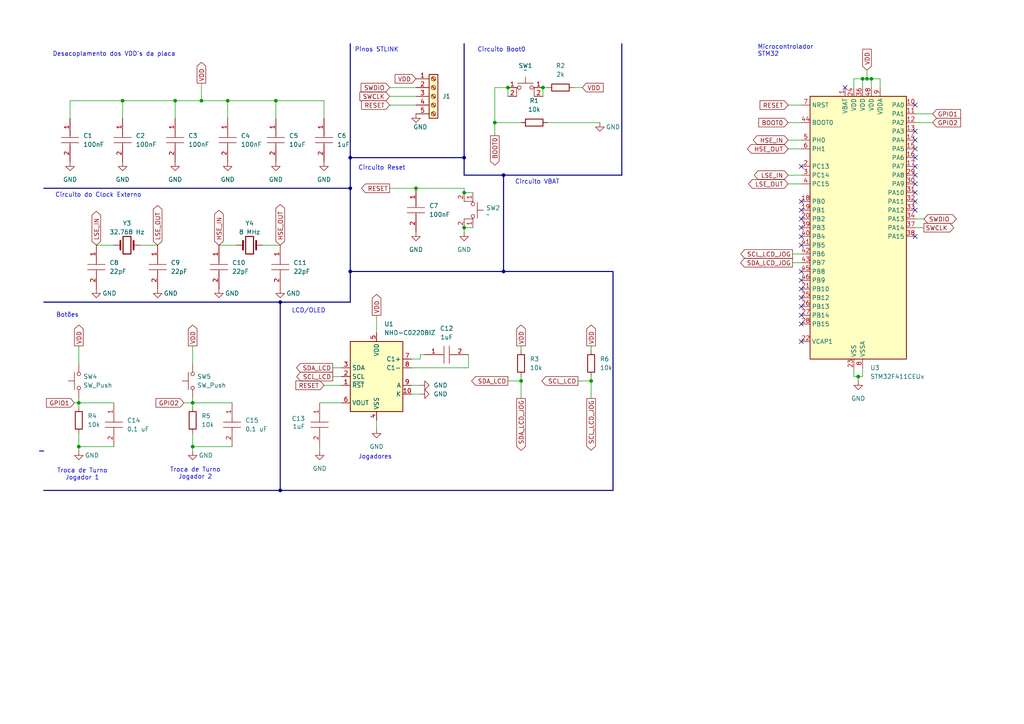
<source format=kicad_sch>
(kicad_sch
	(version 20231120)
	(generator "eeschema")
	(generator_version "8.0")
	(uuid "1557e120-6c93-41be-9467-5bfe9686b482")
	(paper "A4")
	(lib_symbols
		(symbol "C0402C101KCGACAUTO:C0402C101KCGACAUTO"
			(pin_names
				(offset 0.762)
			)
			(exclude_from_sim no)
			(in_bom yes)
			(on_board yes)
			(property "Reference" "C"
				(at 8.89 6.35 0)
				(effects
					(font
						(size 1.27 1.27)
					)
					(justify left)
				)
			)
			(property "Value" "C0402C101KCGACAUTO"
				(at 8.89 3.81 0)
				(effects
					(font
						(size 1.27 1.27)
					)
					(justify left)
				)
			)
			(property "Footprint" "CAPC1005X55N"
				(at 8.89 1.27 0)
				(effects
					(font
						(size 1.27 1.27)
					)
					(justify left)
					(hide yes)
				)
			)
			(property "Datasheet" ""
				(at 8.89 -1.27 0)
				(effects
					(font
						(size 1.27 1.27)
					)
					(justify left)
					(hide yes)
				)
			)
			(property "Description" "Multilayer Ceramic Capacitors MLCC - SMD/SMT 500V 0.0001uF C0G 0402 10% AEC-Q200"
				(at 8.89 -3.81 0)
				(effects
					(font
						(size 1.27 1.27)
					)
					(justify left)
					(hide yes)
				)
			)
			(property "Height" "0.55"
				(at 8.89 -6.35 0)
				(effects
					(font
						(size 1.27 1.27)
					)
					(justify left)
					(hide yes)
				)
			)
			(property "Mouser Part Number" "80-C0402C101KCGAUTO"
				(at 8.89 -8.89 0)
				(effects
					(font
						(size 1.27 1.27)
					)
					(justify left)
					(hide yes)
				)
			)
			(property "Mouser Price/Stock" "https://www.mouser.co.uk/ProductDetail/KEMET/C0402C101KCGACAUTO?qs=1Kr7Jg1SGW8kQysZZQPmCw%3D%3D"
				(at 8.89 -11.43 0)
				(effects
					(font
						(size 1.27 1.27)
					)
					(justify left)
					(hide yes)
				)
			)
			(property "Manufacturer_Name" "KEMET"
				(at 8.89 -13.97 0)
				(effects
					(font
						(size 1.27 1.27)
					)
					(justify left)
					(hide yes)
				)
			)
			(property "Manufacturer_Part_Number" "C0402C101KCGACAUTO"
				(at 8.89 -16.51 0)
				(effects
					(font
						(size 1.27 1.27)
					)
					(justify left)
					(hide yes)
				)
			)
			(symbol "C0402C101KCGACAUTO_0_0"
				(pin passive line
					(at 0 0 0)
					(length 5.08)
					(name "~"
						(effects
							(font
								(size 1.27 1.27)
							)
						)
					)
					(number "1"
						(effects
							(font
								(size 1.27 1.27)
							)
						)
					)
				)
				(pin passive line
					(at 12.7 0 180)
					(length 5.08)
					(name "~"
						(effects
							(font
								(size 1.27 1.27)
							)
						)
					)
					(number "2"
						(effects
							(font
								(size 1.27 1.27)
							)
						)
					)
				)
			)
			(symbol "C0402C101KCGACAUTO_0_1"
				(polyline
					(pts
						(xy 5.08 0) (xy 5.588 0)
					)
					(stroke
						(width 0.1524)
						(type solid)
					)
					(fill
						(type none)
					)
				)
				(polyline
					(pts
						(xy 5.588 2.54) (xy 5.588 -2.54)
					)
					(stroke
						(width 0.1524)
						(type solid)
					)
					(fill
						(type none)
					)
				)
				(polyline
					(pts
						(xy 7.112 0) (xy 7.62 0)
					)
					(stroke
						(width 0.1524)
						(type solid)
					)
					(fill
						(type none)
					)
				)
				(polyline
					(pts
						(xy 7.112 2.54) (xy 7.112 -2.54)
					)
					(stroke
						(width 0.1524)
						(type solid)
					)
					(fill
						(type none)
					)
				)
			)
		)
		(symbol "Connector:Screw_Terminal_01x05"
			(pin_names
				(offset 1.016) hide)
			(exclude_from_sim no)
			(in_bom yes)
			(on_board yes)
			(property "Reference" "J"
				(at 0 7.62 0)
				(effects
					(font
						(size 1.27 1.27)
					)
				)
			)
			(property "Value" "Screw_Terminal_01x05"
				(at 0 -7.62 0)
				(effects
					(font
						(size 1.27 1.27)
					)
				)
			)
			(property "Footprint" ""
				(at 0 0 0)
				(effects
					(font
						(size 1.27 1.27)
					)
					(hide yes)
				)
			)
			(property "Datasheet" "~"
				(at 0 0 0)
				(effects
					(font
						(size 1.27 1.27)
					)
					(hide yes)
				)
			)
			(property "Description" "Generic screw terminal, single row, 01x05, script generated (kicad-library-utils/schlib/autogen/connector/)"
				(at 0 0 0)
				(effects
					(font
						(size 1.27 1.27)
					)
					(hide yes)
				)
			)
			(property "ki_keywords" "screw terminal"
				(at 0 0 0)
				(effects
					(font
						(size 1.27 1.27)
					)
					(hide yes)
				)
			)
			(property "ki_fp_filters" "TerminalBlock*:*"
				(at 0 0 0)
				(effects
					(font
						(size 1.27 1.27)
					)
					(hide yes)
				)
			)
			(symbol "Screw_Terminal_01x05_1_1"
				(rectangle
					(start -1.27 6.35)
					(end 1.27 -6.35)
					(stroke
						(width 0.254)
						(type default)
					)
					(fill
						(type background)
					)
				)
				(circle
					(center 0 -5.08)
					(radius 0.635)
					(stroke
						(width 0.1524)
						(type default)
					)
					(fill
						(type none)
					)
				)
				(circle
					(center 0 -2.54)
					(radius 0.635)
					(stroke
						(width 0.1524)
						(type default)
					)
					(fill
						(type none)
					)
				)
				(polyline
					(pts
						(xy -0.5334 -4.7498) (xy 0.3302 -5.588)
					)
					(stroke
						(width 0.1524)
						(type default)
					)
					(fill
						(type none)
					)
				)
				(polyline
					(pts
						(xy -0.5334 -2.2098) (xy 0.3302 -3.048)
					)
					(stroke
						(width 0.1524)
						(type default)
					)
					(fill
						(type none)
					)
				)
				(polyline
					(pts
						(xy -0.5334 0.3302) (xy 0.3302 -0.508)
					)
					(stroke
						(width 0.1524)
						(type default)
					)
					(fill
						(type none)
					)
				)
				(polyline
					(pts
						(xy -0.5334 2.8702) (xy 0.3302 2.032)
					)
					(stroke
						(width 0.1524)
						(type default)
					)
					(fill
						(type none)
					)
				)
				(polyline
					(pts
						(xy -0.5334 5.4102) (xy 0.3302 4.572)
					)
					(stroke
						(width 0.1524)
						(type default)
					)
					(fill
						(type none)
					)
				)
				(polyline
					(pts
						(xy -0.3556 -4.572) (xy 0.508 -5.4102)
					)
					(stroke
						(width 0.1524)
						(type default)
					)
					(fill
						(type none)
					)
				)
				(polyline
					(pts
						(xy -0.3556 -2.032) (xy 0.508 -2.8702)
					)
					(stroke
						(width 0.1524)
						(type default)
					)
					(fill
						(type none)
					)
				)
				(polyline
					(pts
						(xy -0.3556 0.508) (xy 0.508 -0.3302)
					)
					(stroke
						(width 0.1524)
						(type default)
					)
					(fill
						(type none)
					)
				)
				(polyline
					(pts
						(xy -0.3556 3.048) (xy 0.508 2.2098)
					)
					(stroke
						(width 0.1524)
						(type default)
					)
					(fill
						(type none)
					)
				)
				(polyline
					(pts
						(xy -0.3556 5.588) (xy 0.508 4.7498)
					)
					(stroke
						(width 0.1524)
						(type default)
					)
					(fill
						(type none)
					)
				)
				(circle
					(center 0 0)
					(radius 0.635)
					(stroke
						(width 0.1524)
						(type default)
					)
					(fill
						(type none)
					)
				)
				(circle
					(center 0 2.54)
					(radius 0.635)
					(stroke
						(width 0.1524)
						(type default)
					)
					(fill
						(type none)
					)
				)
				(circle
					(center 0 5.08)
					(radius 0.635)
					(stroke
						(width 0.1524)
						(type default)
					)
					(fill
						(type none)
					)
				)
				(pin passive line
					(at -5.08 5.08 0)
					(length 3.81)
					(name "Pin_1"
						(effects
							(font
								(size 1.27 1.27)
							)
						)
					)
					(number "1"
						(effects
							(font
								(size 1.27 1.27)
							)
						)
					)
				)
				(pin passive line
					(at -5.08 2.54 0)
					(length 3.81)
					(name "Pin_2"
						(effects
							(font
								(size 1.27 1.27)
							)
						)
					)
					(number "2"
						(effects
							(font
								(size 1.27 1.27)
							)
						)
					)
				)
				(pin passive line
					(at -5.08 0 0)
					(length 3.81)
					(name "Pin_3"
						(effects
							(font
								(size 1.27 1.27)
							)
						)
					)
					(number "3"
						(effects
							(font
								(size 1.27 1.27)
							)
						)
					)
				)
				(pin passive line
					(at -5.08 -2.54 0)
					(length 3.81)
					(name "Pin_4"
						(effects
							(font
								(size 1.27 1.27)
							)
						)
					)
					(number "4"
						(effects
							(font
								(size 1.27 1.27)
							)
						)
					)
				)
				(pin passive line
					(at -5.08 -5.08 0)
					(length 3.81)
					(name "Pin_5"
						(effects
							(font
								(size 1.27 1.27)
							)
						)
					)
					(number "5"
						(effects
							(font
								(size 1.27 1.27)
							)
						)
					)
				)
			)
		)
		(symbol "Device:Crystal"
			(pin_numbers hide)
			(pin_names
				(offset 1.016) hide)
			(exclude_from_sim no)
			(in_bom yes)
			(on_board yes)
			(property "Reference" "Y"
				(at 0 3.81 0)
				(effects
					(font
						(size 1.27 1.27)
					)
				)
			)
			(property "Value" "Crystal"
				(at 0 -3.81 0)
				(effects
					(font
						(size 1.27 1.27)
					)
				)
			)
			(property "Footprint" ""
				(at 0 0 0)
				(effects
					(font
						(size 1.27 1.27)
					)
					(hide yes)
				)
			)
			(property "Datasheet" "~"
				(at 0 0 0)
				(effects
					(font
						(size 1.27 1.27)
					)
					(hide yes)
				)
			)
			(property "Description" "Two pin crystal"
				(at 0 0 0)
				(effects
					(font
						(size 1.27 1.27)
					)
					(hide yes)
				)
			)
			(property "ki_keywords" "quartz ceramic resonator oscillator"
				(at 0 0 0)
				(effects
					(font
						(size 1.27 1.27)
					)
					(hide yes)
				)
			)
			(property "ki_fp_filters" "Crystal*"
				(at 0 0 0)
				(effects
					(font
						(size 1.27 1.27)
					)
					(hide yes)
				)
			)
			(symbol "Crystal_0_1"
				(rectangle
					(start -1.143 2.54)
					(end 1.143 -2.54)
					(stroke
						(width 0.3048)
						(type default)
					)
					(fill
						(type none)
					)
				)
				(polyline
					(pts
						(xy -2.54 0) (xy -1.905 0)
					)
					(stroke
						(width 0)
						(type default)
					)
					(fill
						(type none)
					)
				)
				(polyline
					(pts
						(xy -1.905 -1.27) (xy -1.905 1.27)
					)
					(stroke
						(width 0.508)
						(type default)
					)
					(fill
						(type none)
					)
				)
				(polyline
					(pts
						(xy 1.905 -1.27) (xy 1.905 1.27)
					)
					(stroke
						(width 0.508)
						(type default)
					)
					(fill
						(type none)
					)
				)
				(polyline
					(pts
						(xy 2.54 0) (xy 1.905 0)
					)
					(stroke
						(width 0)
						(type default)
					)
					(fill
						(type none)
					)
				)
			)
			(symbol "Crystal_1_1"
				(pin passive line
					(at -3.81 0 0)
					(length 1.27)
					(name "1"
						(effects
							(font
								(size 1.27 1.27)
							)
						)
					)
					(number "1"
						(effects
							(font
								(size 1.27 1.27)
							)
						)
					)
				)
				(pin passive line
					(at 3.81 0 180)
					(length 1.27)
					(name "2"
						(effects
							(font
								(size 1.27 1.27)
							)
						)
					)
					(number "2"
						(effects
							(font
								(size 1.27 1.27)
							)
						)
					)
				)
			)
		)
		(symbol "Device:R"
			(pin_numbers hide)
			(pin_names
				(offset 0)
			)
			(exclude_from_sim no)
			(in_bom yes)
			(on_board yes)
			(property "Reference" "R"
				(at 2.032 0 90)
				(effects
					(font
						(size 1.27 1.27)
					)
				)
			)
			(property "Value" "R"
				(at 0 0 90)
				(effects
					(font
						(size 1.27 1.27)
					)
				)
			)
			(property "Footprint" ""
				(at -1.778 0 90)
				(effects
					(font
						(size 1.27 1.27)
					)
					(hide yes)
				)
			)
			(property "Datasheet" "~"
				(at 0 0 0)
				(effects
					(font
						(size 1.27 1.27)
					)
					(hide yes)
				)
			)
			(property "Description" "Resistor"
				(at 0 0 0)
				(effects
					(font
						(size 1.27 1.27)
					)
					(hide yes)
				)
			)
			(property "ki_keywords" "R res resistor"
				(at 0 0 0)
				(effects
					(font
						(size 1.27 1.27)
					)
					(hide yes)
				)
			)
			(property "ki_fp_filters" "R_*"
				(at 0 0 0)
				(effects
					(font
						(size 1.27 1.27)
					)
					(hide yes)
				)
			)
			(symbol "R_0_1"
				(rectangle
					(start -1.016 -2.54)
					(end 1.016 2.54)
					(stroke
						(width 0.254)
						(type default)
					)
					(fill
						(type none)
					)
				)
			)
			(symbol "R_1_1"
				(pin passive line
					(at 0 3.81 270)
					(length 1.27)
					(name "~"
						(effects
							(font
								(size 1.27 1.27)
							)
						)
					)
					(number "1"
						(effects
							(font
								(size 1.27 1.27)
							)
						)
					)
				)
				(pin passive line
					(at 0 -3.81 90)
					(length 1.27)
					(name "~"
						(effects
							(font
								(size 1.27 1.27)
							)
						)
					)
					(number "2"
						(effects
							(font
								(size 1.27 1.27)
							)
						)
					)
				)
			)
		)
		(symbol "Display_Character:NHD-C0220BIZ"
			(exclude_from_sim no)
			(in_bom yes)
			(on_board yes)
			(property "Reference" "U"
				(at -6.35 11.43 0)
				(effects
					(font
						(size 1.27 1.27)
					)
				)
			)
			(property "Value" "NHD-C0220BIZ"
				(at 8.89 11.43 0)
				(effects
					(font
						(size 1.27 1.27)
					)
				)
			)
			(property "Footprint" "Display:NHD-C0220BiZ"
				(at 0 -15.24 0)
				(effects
					(font
						(size 1.27 1.27)
					)
					(hide yes)
				)
			)
			(property "Datasheet" "http://www.newhavendisplay.com/specs/NHD-C0220BiZ-FSW-FBW-3V3M.pdf"
				(at -7.62 15.24 0)
				(effects
					(font
						(size 1.27 1.27)
					)
					(hide yes)
				)
			)
			(property "Description" "LCD 20x2 Alphanumeric 10pin Blue/White/Green Backlight, i2c, 3.3V VDD"
				(at 0 0 0)
				(effects
					(font
						(size 1.27 1.27)
					)
					(hide yes)
				)
			)
			(property "ki_keywords" "display LCD 20x2"
				(at 0 0 0)
				(effects
					(font
						(size 1.27 1.27)
					)
					(hide yes)
				)
			)
			(property "ki_fp_filters" "NHD*C0220BiZ*"
				(at 0 0 0)
				(effects
					(font
						(size 1.27 1.27)
					)
					(hide yes)
				)
			)
			(symbol "NHD-C0220BIZ_0_1"
				(rectangle
					(start -7.62 10.16)
					(end 7.62 -10.16)
					(stroke
						(width 0.254)
						(type default)
					)
					(fill
						(type background)
					)
				)
			)
			(symbol "NHD-C0220BIZ_1_1"
				(pin input line
					(at -10.16 -2.54 0)
					(length 2.54)
					(name "~{RST}"
						(effects
							(font
								(size 1.27 1.27)
							)
						)
					)
					(number "1"
						(effects
							(font
								(size 1.27 1.27)
							)
						)
					)
				)
				(pin passive line
					(at 10.16 -5.08 180)
					(length 2.54)
					(name "K"
						(effects
							(font
								(size 1.27 1.27)
							)
						)
					)
					(number "10"
						(effects
							(font
								(size 1.27 1.27)
							)
						)
					)
				)
				(pin input line
					(at -10.16 0 0)
					(length 2.54)
					(name "SCL"
						(effects
							(font
								(size 1.27 1.27)
							)
						)
					)
					(number "2"
						(effects
							(font
								(size 1.27 1.27)
							)
						)
					)
				)
				(pin bidirectional line
					(at -10.16 2.54 0)
					(length 2.54)
					(name "SDA"
						(effects
							(font
								(size 1.27 1.27)
							)
						)
					)
					(number "3"
						(effects
							(font
								(size 1.27 1.27)
							)
						)
					)
				)
				(pin power_in line
					(at 0 -12.7 90)
					(length 2.54)
					(name "VSS"
						(effects
							(font
								(size 1.27 1.27)
							)
						)
					)
					(number "4"
						(effects
							(font
								(size 1.27 1.27)
							)
						)
					)
				)
				(pin power_in line
					(at 0 12.7 270)
					(length 2.54)
					(name "VDD"
						(effects
							(font
								(size 1.27 1.27)
							)
						)
					)
					(number "5"
						(effects
							(font
								(size 1.27 1.27)
							)
						)
					)
				)
				(pin passive line
					(at -10.16 -7.62 0)
					(length 2.54)
					(name "VOUT"
						(effects
							(font
								(size 1.27 1.27)
							)
						)
					)
					(number "6"
						(effects
							(font
								(size 1.27 1.27)
							)
						)
					)
				)
				(pin passive line
					(at 10.16 5.08 180)
					(length 2.54)
					(name "C1+"
						(effects
							(font
								(size 1.27 1.27)
							)
						)
					)
					(number "7"
						(effects
							(font
								(size 1.27 1.27)
							)
						)
					)
				)
				(pin passive line
					(at 10.16 2.54 180)
					(length 2.54)
					(name "C1-"
						(effects
							(font
								(size 1.27 1.27)
							)
						)
					)
					(number "8"
						(effects
							(font
								(size 1.27 1.27)
							)
						)
					)
				)
				(pin passive line
					(at 10.16 -2.54 180)
					(length 2.54)
					(name "A"
						(effects
							(font
								(size 1.27 1.27)
							)
						)
					)
					(number "9"
						(effects
							(font
								(size 1.27 1.27)
							)
						)
					)
				)
			)
		)
		(symbol "MCU_ST_STM32F4:STM32F411CEUx"
			(exclude_from_sim no)
			(in_bom yes)
			(on_board yes)
			(property "Reference" "U"
				(at -12.7 39.37 0)
				(effects
					(font
						(size 1.27 1.27)
					)
					(justify left)
				)
			)
			(property "Value" "STM32F411CEUx"
				(at 10.16 39.37 0)
				(effects
					(font
						(size 1.27 1.27)
					)
					(justify left)
				)
			)
			(property "Footprint" "Package_DFN_QFN:QFN-48-1EP_7x7mm_P0.5mm_EP5.6x5.6mm"
				(at -12.7 -38.1 0)
				(effects
					(font
						(size 1.27 1.27)
					)
					(justify right)
					(hide yes)
				)
			)
			(property "Datasheet" "https://www.st.com/resource/en/datasheet/stm32f411ce.pdf"
				(at 0 0 0)
				(effects
					(font
						(size 1.27 1.27)
					)
					(hide yes)
				)
			)
			(property "Description" "STMicroelectronics Arm Cortex-M4 MCU, 512KB flash, 128KB RAM, 100 MHz, 1.7-3.6V, 36 GPIO, UFQFPN48"
				(at 0 0 0)
				(effects
					(font
						(size 1.27 1.27)
					)
					(hide yes)
				)
			)
			(property "ki_locked" ""
				(at 0 0 0)
				(effects
					(font
						(size 1.27 1.27)
					)
				)
			)
			(property "ki_keywords" "Arm Cortex-M4 STM32F4 STM32F411"
				(at 0 0 0)
				(effects
					(font
						(size 1.27 1.27)
					)
					(hide yes)
				)
			)
			(property "ki_fp_filters" "QFN*1EP*7x7mm*P0.5mm*"
				(at 0 0 0)
				(effects
					(font
						(size 1.27 1.27)
					)
					(hide yes)
				)
			)
			(symbol "STM32F411CEUx_0_1"
				(rectangle
					(start -12.7 -38.1)
					(end 15.24 38.1)
					(stroke
						(width 0.254)
						(type default)
					)
					(fill
						(type background)
					)
				)
			)
			(symbol "STM32F411CEUx_1_1"
				(pin power_in line
					(at -2.54 40.64 270)
					(length 2.54)
					(name "VBAT"
						(effects
							(font
								(size 1.27 1.27)
							)
						)
					)
					(number "1"
						(effects
							(font
								(size 1.27 1.27)
							)
						)
					)
				)
				(pin bidirectional line
					(at 17.78 35.56 180)
					(length 2.54)
					(name "PA0"
						(effects
							(font
								(size 1.27 1.27)
							)
						)
					)
					(number "10"
						(effects
							(font
								(size 1.27 1.27)
							)
						)
					)
					(alternate "ADC1_IN0" bidirectional line)
					(alternate "SYS_WKUP" bidirectional line)
					(alternate "TIM2_CH1" bidirectional line)
					(alternate "TIM2_ETR" bidirectional line)
					(alternate "TIM5_CH1" bidirectional line)
					(alternate "USART2_CTS" bidirectional line)
				)
				(pin bidirectional line
					(at 17.78 33.02 180)
					(length 2.54)
					(name "PA1"
						(effects
							(font
								(size 1.27 1.27)
							)
						)
					)
					(number "11"
						(effects
							(font
								(size 1.27 1.27)
							)
						)
					)
					(alternate "ADC1_IN1" bidirectional line)
					(alternate "I2S4_SD" bidirectional line)
					(alternate "SPI4_MOSI" bidirectional line)
					(alternate "TIM2_CH2" bidirectional line)
					(alternate "TIM5_CH2" bidirectional line)
					(alternate "USART2_RTS" bidirectional line)
				)
				(pin bidirectional line
					(at 17.78 30.48 180)
					(length 2.54)
					(name "PA2"
						(effects
							(font
								(size 1.27 1.27)
							)
						)
					)
					(number "12"
						(effects
							(font
								(size 1.27 1.27)
							)
						)
					)
					(alternate "ADC1_IN2" bidirectional line)
					(alternate "I2S_CKIN" bidirectional line)
					(alternate "TIM2_CH3" bidirectional line)
					(alternate "TIM5_CH3" bidirectional line)
					(alternate "TIM9_CH1" bidirectional line)
					(alternate "USART2_TX" bidirectional line)
				)
				(pin bidirectional line
					(at 17.78 27.94 180)
					(length 2.54)
					(name "PA3"
						(effects
							(font
								(size 1.27 1.27)
							)
						)
					)
					(number "13"
						(effects
							(font
								(size 1.27 1.27)
							)
						)
					)
					(alternate "ADC1_IN3" bidirectional line)
					(alternate "I2S2_MCK" bidirectional line)
					(alternate "TIM2_CH4" bidirectional line)
					(alternate "TIM5_CH4" bidirectional line)
					(alternate "TIM9_CH2" bidirectional line)
					(alternate "USART2_RX" bidirectional line)
				)
				(pin bidirectional line
					(at 17.78 25.4 180)
					(length 2.54)
					(name "PA4"
						(effects
							(font
								(size 1.27 1.27)
							)
						)
					)
					(number "14"
						(effects
							(font
								(size 1.27 1.27)
							)
						)
					)
					(alternate "ADC1_IN4" bidirectional line)
					(alternate "I2S1_WS" bidirectional line)
					(alternate "I2S3_WS" bidirectional line)
					(alternate "SPI1_NSS" bidirectional line)
					(alternate "SPI3_NSS" bidirectional line)
					(alternate "USART2_CK" bidirectional line)
				)
				(pin bidirectional line
					(at 17.78 22.86 180)
					(length 2.54)
					(name "PA5"
						(effects
							(font
								(size 1.27 1.27)
							)
						)
					)
					(number "15"
						(effects
							(font
								(size 1.27 1.27)
							)
						)
					)
					(alternate "ADC1_IN5" bidirectional line)
					(alternate "I2S1_CK" bidirectional line)
					(alternate "SPI1_SCK" bidirectional line)
					(alternate "TIM2_CH1" bidirectional line)
					(alternate "TIM2_ETR" bidirectional line)
				)
				(pin bidirectional line
					(at 17.78 20.32 180)
					(length 2.54)
					(name "PA6"
						(effects
							(font
								(size 1.27 1.27)
							)
						)
					)
					(number "16"
						(effects
							(font
								(size 1.27 1.27)
							)
						)
					)
					(alternate "ADC1_IN6" bidirectional line)
					(alternate "I2S2_MCK" bidirectional line)
					(alternate "SDIO_CMD" bidirectional line)
					(alternate "SPI1_MISO" bidirectional line)
					(alternate "TIM1_BKIN" bidirectional line)
					(alternate "TIM3_CH1" bidirectional line)
				)
				(pin bidirectional line
					(at 17.78 17.78 180)
					(length 2.54)
					(name "PA7"
						(effects
							(font
								(size 1.27 1.27)
							)
						)
					)
					(number "17"
						(effects
							(font
								(size 1.27 1.27)
							)
						)
					)
					(alternate "ADC1_IN7" bidirectional line)
					(alternate "I2S1_SD" bidirectional line)
					(alternate "SPI1_MOSI" bidirectional line)
					(alternate "TIM1_CH1N" bidirectional line)
					(alternate "TIM3_CH2" bidirectional line)
				)
				(pin bidirectional line
					(at -15.24 7.62 0)
					(length 2.54)
					(name "PB0"
						(effects
							(font
								(size 1.27 1.27)
							)
						)
					)
					(number "18"
						(effects
							(font
								(size 1.27 1.27)
							)
						)
					)
					(alternate "ADC1_IN8" bidirectional line)
					(alternate "I2S5_CK" bidirectional line)
					(alternate "SPI5_SCK" bidirectional line)
					(alternate "TIM1_CH2N" bidirectional line)
					(alternate "TIM3_CH3" bidirectional line)
				)
				(pin bidirectional line
					(at -15.24 5.08 0)
					(length 2.54)
					(name "PB1"
						(effects
							(font
								(size 1.27 1.27)
							)
						)
					)
					(number "19"
						(effects
							(font
								(size 1.27 1.27)
							)
						)
					)
					(alternate "ADC1_IN9" bidirectional line)
					(alternate "I2S5_WS" bidirectional line)
					(alternate "SPI5_NSS" bidirectional line)
					(alternate "TIM1_CH3N" bidirectional line)
					(alternate "TIM3_CH4" bidirectional line)
				)
				(pin bidirectional line
					(at -15.24 17.78 0)
					(length 2.54)
					(name "PC13"
						(effects
							(font
								(size 1.27 1.27)
							)
						)
					)
					(number "2"
						(effects
							(font
								(size 1.27 1.27)
							)
						)
					)
					(alternate "RTC_AF1" bidirectional line)
				)
				(pin bidirectional line
					(at -15.24 2.54 0)
					(length 2.54)
					(name "PB2"
						(effects
							(font
								(size 1.27 1.27)
							)
						)
					)
					(number "20"
						(effects
							(font
								(size 1.27 1.27)
							)
						)
					)
				)
				(pin bidirectional line
					(at -15.24 -17.78 0)
					(length 2.54)
					(name "PB10"
						(effects
							(font
								(size 1.27 1.27)
							)
						)
					)
					(number "21"
						(effects
							(font
								(size 1.27 1.27)
							)
						)
					)
					(alternate "I2C2_SCL" bidirectional line)
					(alternate "I2S2_CK" bidirectional line)
					(alternate "I2S3_MCK" bidirectional line)
					(alternate "SDIO_D7" bidirectional line)
					(alternate "SPI2_SCK" bidirectional line)
					(alternate "TIM2_CH3" bidirectional line)
				)
				(pin power_out line
					(at -15.24 -33.02 0)
					(length 2.54)
					(name "VCAP1"
						(effects
							(font
								(size 1.27 1.27)
							)
						)
					)
					(number "22"
						(effects
							(font
								(size 1.27 1.27)
							)
						)
					)
				)
				(pin power_in line
					(at 0 -40.64 90)
					(length 2.54)
					(name "VSS"
						(effects
							(font
								(size 1.27 1.27)
							)
						)
					)
					(number "23"
						(effects
							(font
								(size 1.27 1.27)
							)
						)
					)
				)
				(pin power_in line
					(at 0 40.64 270)
					(length 2.54)
					(name "VDD"
						(effects
							(font
								(size 1.27 1.27)
							)
						)
					)
					(number "24"
						(effects
							(font
								(size 1.27 1.27)
							)
						)
					)
				)
				(pin bidirectional line
					(at -15.24 -20.32 0)
					(length 2.54)
					(name "PB12"
						(effects
							(font
								(size 1.27 1.27)
							)
						)
					)
					(number "25"
						(effects
							(font
								(size 1.27 1.27)
							)
						)
					)
					(alternate "I2C2_SMBA" bidirectional line)
					(alternate "I2S2_WS" bidirectional line)
					(alternate "I2S3_CK" bidirectional line)
					(alternate "I2S4_WS" bidirectional line)
					(alternate "SPI2_NSS" bidirectional line)
					(alternate "SPI3_SCK" bidirectional line)
					(alternate "SPI4_NSS" bidirectional line)
					(alternate "TIM1_BKIN" bidirectional line)
				)
				(pin bidirectional line
					(at -15.24 -22.86 0)
					(length 2.54)
					(name "PB13"
						(effects
							(font
								(size 1.27 1.27)
							)
						)
					)
					(number "26"
						(effects
							(font
								(size 1.27 1.27)
							)
						)
					)
					(alternate "I2S2_CK" bidirectional line)
					(alternate "I2S4_CK" bidirectional line)
					(alternate "SPI2_SCK" bidirectional line)
					(alternate "SPI4_SCK" bidirectional line)
					(alternate "TIM1_CH1N" bidirectional line)
				)
				(pin bidirectional line
					(at -15.24 -25.4 0)
					(length 2.54)
					(name "PB14"
						(effects
							(font
								(size 1.27 1.27)
							)
						)
					)
					(number "27"
						(effects
							(font
								(size 1.27 1.27)
							)
						)
					)
					(alternate "I2S2_ext_SD" bidirectional line)
					(alternate "SDIO_D6" bidirectional line)
					(alternate "SPI2_MISO" bidirectional line)
					(alternate "TIM1_CH2N" bidirectional line)
				)
				(pin bidirectional line
					(at -15.24 -27.94 0)
					(length 2.54)
					(name "PB15"
						(effects
							(font
								(size 1.27 1.27)
							)
						)
					)
					(number "28"
						(effects
							(font
								(size 1.27 1.27)
							)
						)
					)
					(alternate "ADC1_EXTI15" bidirectional line)
					(alternate "I2S2_SD" bidirectional line)
					(alternate "RTC_REFIN" bidirectional line)
					(alternate "SDIO_CK" bidirectional line)
					(alternate "SPI2_MOSI" bidirectional line)
					(alternate "TIM1_CH3N" bidirectional line)
				)
				(pin bidirectional line
					(at 17.78 15.24 180)
					(length 2.54)
					(name "PA8"
						(effects
							(font
								(size 1.27 1.27)
							)
						)
					)
					(number "29"
						(effects
							(font
								(size 1.27 1.27)
							)
						)
					)
					(alternate "I2C3_SCL" bidirectional line)
					(alternate "RCC_MCO_1" bidirectional line)
					(alternate "SDIO_D1" bidirectional line)
					(alternate "TIM1_CH1" bidirectional line)
					(alternate "USART1_CK" bidirectional line)
					(alternate "USB_OTG_FS_SOF" bidirectional line)
				)
				(pin bidirectional line
					(at -15.24 15.24 0)
					(length 2.54)
					(name "PC14"
						(effects
							(font
								(size 1.27 1.27)
							)
						)
					)
					(number "3"
						(effects
							(font
								(size 1.27 1.27)
							)
						)
					)
					(alternate "RCC_OSC32_IN" bidirectional line)
				)
				(pin bidirectional line
					(at 17.78 12.7 180)
					(length 2.54)
					(name "PA9"
						(effects
							(font
								(size 1.27 1.27)
							)
						)
					)
					(number "30"
						(effects
							(font
								(size 1.27 1.27)
							)
						)
					)
					(alternate "I2C3_SMBA" bidirectional line)
					(alternate "SDIO_D2" bidirectional line)
					(alternate "TIM1_CH2" bidirectional line)
					(alternate "USART1_TX" bidirectional line)
					(alternate "USB_OTG_FS_VBUS" bidirectional line)
				)
				(pin bidirectional line
					(at 17.78 10.16 180)
					(length 2.54)
					(name "PA10"
						(effects
							(font
								(size 1.27 1.27)
							)
						)
					)
					(number "31"
						(effects
							(font
								(size 1.27 1.27)
							)
						)
					)
					(alternate "I2S5_SD" bidirectional line)
					(alternate "SPI5_MOSI" bidirectional line)
					(alternate "TIM1_CH3" bidirectional line)
					(alternate "USART1_RX" bidirectional line)
					(alternate "USB_OTG_FS_ID" bidirectional line)
				)
				(pin bidirectional line
					(at 17.78 7.62 180)
					(length 2.54)
					(name "PA11"
						(effects
							(font
								(size 1.27 1.27)
							)
						)
					)
					(number "32"
						(effects
							(font
								(size 1.27 1.27)
							)
						)
					)
					(alternate "ADC1_EXTI11" bidirectional line)
					(alternate "SPI4_MISO" bidirectional line)
					(alternate "TIM1_CH4" bidirectional line)
					(alternate "USART1_CTS" bidirectional line)
					(alternate "USART6_TX" bidirectional line)
					(alternate "USB_OTG_FS_DM" bidirectional line)
				)
				(pin bidirectional line
					(at 17.78 5.08 180)
					(length 2.54)
					(name "PA12"
						(effects
							(font
								(size 1.27 1.27)
							)
						)
					)
					(number "33"
						(effects
							(font
								(size 1.27 1.27)
							)
						)
					)
					(alternate "SPI5_MISO" bidirectional line)
					(alternate "TIM1_ETR" bidirectional line)
					(alternate "USART1_RTS" bidirectional line)
					(alternate "USART6_RX" bidirectional line)
					(alternate "USB_OTG_FS_DP" bidirectional line)
				)
				(pin bidirectional line
					(at 17.78 2.54 180)
					(length 2.54)
					(name "PA13"
						(effects
							(font
								(size 1.27 1.27)
							)
						)
					)
					(number "34"
						(effects
							(font
								(size 1.27 1.27)
							)
						)
					)
					(alternate "SYS_JTMS-SWDIO" bidirectional line)
				)
				(pin passive line
					(at 0 -40.64 90)
					(length 2.54) hide
					(name "VSS"
						(effects
							(font
								(size 1.27 1.27)
							)
						)
					)
					(number "35"
						(effects
							(font
								(size 1.27 1.27)
							)
						)
					)
				)
				(pin power_in line
					(at 2.54 40.64 270)
					(length 2.54)
					(name "VDD"
						(effects
							(font
								(size 1.27 1.27)
							)
						)
					)
					(number "36"
						(effects
							(font
								(size 1.27 1.27)
							)
						)
					)
				)
				(pin bidirectional line
					(at 17.78 0 180)
					(length 2.54)
					(name "PA14"
						(effects
							(font
								(size 1.27 1.27)
							)
						)
					)
					(number "37"
						(effects
							(font
								(size 1.27 1.27)
							)
						)
					)
					(alternate "SYS_JTCK-SWCLK" bidirectional line)
				)
				(pin bidirectional line
					(at 17.78 -2.54 180)
					(length 2.54)
					(name "PA15"
						(effects
							(font
								(size 1.27 1.27)
							)
						)
					)
					(number "38"
						(effects
							(font
								(size 1.27 1.27)
							)
						)
					)
					(alternate "ADC1_EXTI15" bidirectional line)
					(alternate "I2S1_WS" bidirectional line)
					(alternate "I2S3_WS" bidirectional line)
					(alternate "SPI1_NSS" bidirectional line)
					(alternate "SPI3_NSS" bidirectional line)
					(alternate "SYS_JTDI" bidirectional line)
					(alternate "TIM2_CH1" bidirectional line)
					(alternate "TIM2_ETR" bidirectional line)
					(alternate "USART1_TX" bidirectional line)
				)
				(pin bidirectional line
					(at -15.24 0 0)
					(length 2.54)
					(name "PB3"
						(effects
							(font
								(size 1.27 1.27)
							)
						)
					)
					(number "39"
						(effects
							(font
								(size 1.27 1.27)
							)
						)
					)
					(alternate "I2C2_SDA" bidirectional line)
					(alternate "I2S1_CK" bidirectional line)
					(alternate "I2S3_CK" bidirectional line)
					(alternate "SPI1_SCK" bidirectional line)
					(alternate "SPI3_SCK" bidirectional line)
					(alternate "SYS_JTDO-SWO" bidirectional line)
					(alternate "TIM2_CH2" bidirectional line)
					(alternate "USART1_RX" bidirectional line)
				)
				(pin bidirectional line
					(at -15.24 12.7 0)
					(length 2.54)
					(name "PC15"
						(effects
							(font
								(size 1.27 1.27)
							)
						)
					)
					(number "4"
						(effects
							(font
								(size 1.27 1.27)
							)
						)
					)
					(alternate "ADC1_EXTI15" bidirectional line)
					(alternate "RCC_OSC32_OUT" bidirectional line)
				)
				(pin bidirectional line
					(at -15.24 -2.54 0)
					(length 2.54)
					(name "PB4"
						(effects
							(font
								(size 1.27 1.27)
							)
						)
					)
					(number "40"
						(effects
							(font
								(size 1.27 1.27)
							)
						)
					)
					(alternate "I2C3_SDA" bidirectional line)
					(alternate "I2S3_ext_SD" bidirectional line)
					(alternate "SDIO_D0" bidirectional line)
					(alternate "SPI1_MISO" bidirectional line)
					(alternate "SPI3_MISO" bidirectional line)
					(alternate "SYS_JTRST" bidirectional line)
					(alternate "TIM3_CH1" bidirectional line)
				)
				(pin bidirectional line
					(at -15.24 -5.08 0)
					(length 2.54)
					(name "PB5"
						(effects
							(font
								(size 1.27 1.27)
							)
						)
					)
					(number "41"
						(effects
							(font
								(size 1.27 1.27)
							)
						)
					)
					(alternate "I2C1_SMBA" bidirectional line)
					(alternate "I2S1_SD" bidirectional line)
					(alternate "I2S3_SD" bidirectional line)
					(alternate "SDIO_D3" bidirectional line)
					(alternate "SPI1_MOSI" bidirectional line)
					(alternate "SPI3_MOSI" bidirectional line)
					(alternate "TIM3_CH2" bidirectional line)
				)
				(pin bidirectional line
					(at -15.24 -7.62 0)
					(length 2.54)
					(name "PB6"
						(effects
							(font
								(size 1.27 1.27)
							)
						)
					)
					(number "42"
						(effects
							(font
								(size 1.27 1.27)
							)
						)
					)
					(alternate "I2C1_SCL" bidirectional line)
					(alternate "TIM4_CH1" bidirectional line)
					(alternate "USART1_TX" bidirectional line)
				)
				(pin bidirectional line
					(at -15.24 -10.16 0)
					(length 2.54)
					(name "PB7"
						(effects
							(font
								(size 1.27 1.27)
							)
						)
					)
					(number "43"
						(effects
							(font
								(size 1.27 1.27)
							)
						)
					)
					(alternate "I2C1_SDA" bidirectional line)
					(alternate "SDIO_D0" bidirectional line)
					(alternate "TIM4_CH2" bidirectional line)
					(alternate "USART1_RX" bidirectional line)
				)
				(pin input line
					(at -15.24 30.48 0)
					(length 2.54)
					(name "BOOT0"
						(effects
							(font
								(size 1.27 1.27)
							)
						)
					)
					(number "44"
						(effects
							(font
								(size 1.27 1.27)
							)
						)
					)
				)
				(pin bidirectional line
					(at -15.24 -12.7 0)
					(length 2.54)
					(name "PB8"
						(effects
							(font
								(size 1.27 1.27)
							)
						)
					)
					(number "45"
						(effects
							(font
								(size 1.27 1.27)
							)
						)
					)
					(alternate "I2C1_SCL" bidirectional line)
					(alternate "I2C3_SDA" bidirectional line)
					(alternate "I2S5_SD" bidirectional line)
					(alternate "SDIO_D4" bidirectional line)
					(alternate "SPI5_MOSI" bidirectional line)
					(alternate "TIM10_CH1" bidirectional line)
					(alternate "TIM4_CH3" bidirectional line)
				)
				(pin bidirectional line
					(at -15.24 -15.24 0)
					(length 2.54)
					(name "PB9"
						(effects
							(font
								(size 1.27 1.27)
							)
						)
					)
					(number "46"
						(effects
							(font
								(size 1.27 1.27)
							)
						)
					)
					(alternate "I2C1_SDA" bidirectional line)
					(alternate "I2C2_SDA" bidirectional line)
					(alternate "I2S2_WS" bidirectional line)
					(alternate "SDIO_D5" bidirectional line)
					(alternate "SPI2_NSS" bidirectional line)
					(alternate "TIM11_CH1" bidirectional line)
					(alternate "TIM4_CH4" bidirectional line)
				)
				(pin passive line
					(at 0 -40.64 90)
					(length 2.54) hide
					(name "VSS"
						(effects
							(font
								(size 1.27 1.27)
							)
						)
					)
					(number "47"
						(effects
							(font
								(size 1.27 1.27)
							)
						)
					)
				)
				(pin power_in line
					(at 5.08 40.64 270)
					(length 2.54)
					(name "VDD"
						(effects
							(font
								(size 1.27 1.27)
							)
						)
					)
					(number "48"
						(effects
							(font
								(size 1.27 1.27)
							)
						)
					)
				)
				(pin passive line
					(at 0 -40.64 90)
					(length 2.54) hide
					(name "VSS"
						(effects
							(font
								(size 1.27 1.27)
							)
						)
					)
					(number "49"
						(effects
							(font
								(size 1.27 1.27)
							)
						)
					)
				)
				(pin bidirectional line
					(at -15.24 25.4 0)
					(length 2.54)
					(name "PH0"
						(effects
							(font
								(size 1.27 1.27)
							)
						)
					)
					(number "5"
						(effects
							(font
								(size 1.27 1.27)
							)
						)
					)
					(alternate "RCC_OSC_IN" bidirectional line)
				)
				(pin bidirectional line
					(at -15.24 22.86 0)
					(length 2.54)
					(name "PH1"
						(effects
							(font
								(size 1.27 1.27)
							)
						)
					)
					(number "6"
						(effects
							(font
								(size 1.27 1.27)
							)
						)
					)
					(alternate "RCC_OSC_OUT" bidirectional line)
				)
				(pin input line
					(at -15.24 35.56 0)
					(length 2.54)
					(name "NRST"
						(effects
							(font
								(size 1.27 1.27)
							)
						)
					)
					(number "7"
						(effects
							(font
								(size 1.27 1.27)
							)
						)
					)
				)
				(pin power_in line
					(at 2.54 -40.64 90)
					(length 2.54)
					(name "VSSA"
						(effects
							(font
								(size 1.27 1.27)
							)
						)
					)
					(number "8"
						(effects
							(font
								(size 1.27 1.27)
							)
						)
					)
				)
				(pin power_in line
					(at 7.62 40.64 270)
					(length 2.54)
					(name "VDDA"
						(effects
							(font
								(size 1.27 1.27)
							)
						)
					)
					(number "9"
						(effects
							(font
								(size 1.27 1.27)
							)
						)
					)
				)
			)
		)
		(symbol "Switch:SW_MEC_5E"
			(pin_names
				(offset 1.016) hide)
			(exclude_from_sim no)
			(in_bom yes)
			(on_board yes)
			(property "Reference" "SW"
				(at 0.635 5.715 0)
				(effects
					(font
						(size 1.27 1.27)
					)
					(justify left)
				)
			)
			(property "Value" "SW_MEC_5E"
				(at 0 -3.175 0)
				(effects
					(font
						(size 1.27 1.27)
					)
				)
			)
			(property "Footprint" ""
				(at 0 7.62 0)
				(effects
					(font
						(size 1.27 1.27)
					)
					(hide yes)
				)
			)
			(property "Datasheet" "http://www.apem.com/int/index.php?controller=attachment&id_attachment=1371"
				(at 0 7.62 0)
				(effects
					(font
						(size 1.27 1.27)
					)
					(hide yes)
				)
			)
			(property "Description" "MEC 5E single pole normally-open tactile switch"
				(at 0 0 0)
				(effects
					(font
						(size 1.27 1.27)
					)
					(hide yes)
				)
			)
			(property "ki_keywords" "switch normally-open pushbutton push-button"
				(at 0 0 0)
				(effects
					(font
						(size 1.27 1.27)
					)
					(hide yes)
				)
			)
			(property "ki_fp_filters" "SW*MEC*5G*"
				(at 0 0 0)
				(effects
					(font
						(size 1.27 1.27)
					)
					(hide yes)
				)
			)
			(symbol "SW_MEC_5E_0_1"
				(circle
					(center -1.778 2.54)
					(radius 0.508)
					(stroke
						(width 0)
						(type default)
					)
					(fill
						(type none)
					)
				)
				(polyline
					(pts
						(xy -2.286 3.81) (xy 2.286 3.81)
					)
					(stroke
						(width 0)
						(type default)
					)
					(fill
						(type none)
					)
				)
				(polyline
					(pts
						(xy 0 3.81) (xy 0 5.588)
					)
					(stroke
						(width 0)
						(type default)
					)
					(fill
						(type none)
					)
				)
				(polyline
					(pts
						(xy -2.54 0) (xy -2.54 2.54) (xy -2.286 2.54)
					)
					(stroke
						(width 0)
						(type default)
					)
					(fill
						(type none)
					)
				)
				(polyline
					(pts
						(xy 2.54 0) (xy 2.54 2.54) (xy 2.286 2.54)
					)
					(stroke
						(width 0)
						(type default)
					)
					(fill
						(type none)
					)
				)
				(circle
					(center 1.778 2.54)
					(radius 0.508)
					(stroke
						(width 0)
						(type default)
					)
					(fill
						(type none)
					)
				)
				(pin passive line
					(at -5.08 2.54 0)
					(length 2.54)
					(name "1"
						(effects
							(font
								(size 1.27 1.27)
							)
						)
					)
					(number "1"
						(effects
							(font
								(size 1.27 1.27)
							)
						)
					)
				)
				(pin passive line
					(at -5.08 0 0)
					(length 2.54)
					(name "2"
						(effects
							(font
								(size 1.27 1.27)
							)
						)
					)
					(number "2"
						(effects
							(font
								(size 1.27 1.27)
							)
						)
					)
				)
			)
			(symbol "SW_MEC_5E_1_1"
				(pin passive line
					(at 5.08 2.54 180)
					(length 2.54)
					(name "A"
						(effects
							(font
								(size 1.27 1.27)
							)
						)
					)
					(number "1"
						(effects
							(font
								(size 1.27 1.27)
							)
						)
					)
				)
				(pin passive line
					(at 5.08 0 180)
					(length 2.54)
					(name "K"
						(effects
							(font
								(size 1.27 1.27)
							)
						)
					)
					(number "2"
						(effects
							(font
								(size 1.27 1.27)
							)
						)
					)
				)
			)
		)
		(symbol "Switch:SW_Push"
			(pin_numbers hide)
			(pin_names
				(offset 1.016) hide)
			(exclude_from_sim no)
			(in_bom yes)
			(on_board yes)
			(property "Reference" "SW"
				(at 1.27 2.54 0)
				(effects
					(font
						(size 1.27 1.27)
					)
					(justify left)
				)
			)
			(property "Value" "SW_Push"
				(at 0 -1.524 0)
				(effects
					(font
						(size 1.27 1.27)
					)
				)
			)
			(property "Footprint" ""
				(at 0 5.08 0)
				(effects
					(font
						(size 1.27 1.27)
					)
					(hide yes)
				)
			)
			(property "Datasheet" "~"
				(at 0 5.08 0)
				(effects
					(font
						(size 1.27 1.27)
					)
					(hide yes)
				)
			)
			(property "Description" "Push button switch, generic, two pins"
				(at 0 0 0)
				(effects
					(font
						(size 1.27 1.27)
					)
					(hide yes)
				)
			)
			(property "ki_keywords" "switch normally-open pushbutton push-button"
				(at 0 0 0)
				(effects
					(font
						(size 1.27 1.27)
					)
					(hide yes)
				)
			)
			(symbol "SW_Push_0_1"
				(circle
					(center -2.032 0)
					(radius 0.508)
					(stroke
						(width 0)
						(type default)
					)
					(fill
						(type none)
					)
				)
				(polyline
					(pts
						(xy 0 1.27) (xy 0 3.048)
					)
					(stroke
						(width 0)
						(type default)
					)
					(fill
						(type none)
					)
				)
				(polyline
					(pts
						(xy 2.54 1.27) (xy -2.54 1.27)
					)
					(stroke
						(width 0)
						(type default)
					)
					(fill
						(type none)
					)
				)
				(circle
					(center 2.032 0)
					(radius 0.508)
					(stroke
						(width 0)
						(type default)
					)
					(fill
						(type none)
					)
				)
				(pin passive line
					(at -5.08 0 0)
					(length 2.54)
					(name "1"
						(effects
							(font
								(size 1.27 1.27)
							)
						)
					)
					(number "1"
						(effects
							(font
								(size 1.27 1.27)
							)
						)
					)
				)
				(pin passive line
					(at 5.08 0 180)
					(length 2.54)
					(name "2"
						(effects
							(font
								(size 1.27 1.27)
							)
						)
					)
					(number "2"
						(effects
							(font
								(size 1.27 1.27)
							)
						)
					)
				)
			)
		)
		(symbol "power:GND"
			(power)
			(pin_names
				(offset 0)
			)
			(exclude_from_sim no)
			(in_bom yes)
			(on_board yes)
			(property "Reference" "#PWR"
				(at 0 -6.35 0)
				(effects
					(font
						(size 1.27 1.27)
					)
					(hide yes)
				)
			)
			(property "Value" "GND"
				(at 0 -3.81 0)
				(effects
					(font
						(size 1.27 1.27)
					)
				)
			)
			(property "Footprint" ""
				(at 0 0 0)
				(effects
					(font
						(size 1.27 1.27)
					)
					(hide yes)
				)
			)
			(property "Datasheet" ""
				(at 0 0 0)
				(effects
					(font
						(size 1.27 1.27)
					)
					(hide yes)
				)
			)
			(property "Description" "Power symbol creates a global label with name \"GND\" , ground"
				(at 0 0 0)
				(effects
					(font
						(size 1.27 1.27)
					)
					(hide yes)
				)
			)
			(property "ki_keywords" "global power"
				(at 0 0 0)
				(effects
					(font
						(size 1.27 1.27)
					)
					(hide yes)
				)
			)
			(symbol "GND_0_1"
				(polyline
					(pts
						(xy 0 0) (xy 0 -1.27) (xy 1.27 -1.27) (xy 0 -2.54) (xy -1.27 -1.27) (xy 0 -1.27)
					)
					(stroke
						(width 0)
						(type default)
					)
					(fill
						(type none)
					)
				)
			)
			(symbol "GND_1_1"
				(pin power_in line
					(at 0 0 270)
					(length 0) hide
					(name "GND"
						(effects
							(font
								(size 1.27 1.27)
							)
						)
					)
					(number "1"
						(effects
							(font
								(size 1.27 1.27)
							)
						)
					)
				)
			)
		)
	)
	(junction
		(at 55.88 129.54)
		(diameter 0)
		(color 0 0 0 0)
		(uuid "1118a76e-989f-4fc2-938f-fe6137c91456")
	)
	(junction
		(at 250.19 22.86)
		(diameter 0)
		(color 0 0 0 0)
		(uuid "1406b47c-e01e-4669-9c25-a319b56635ed")
	)
	(junction
		(at 251.46 22.86)
		(diameter 0)
		(color 0 0 0 0)
		(uuid "24d7c74b-1118-40a8-8be1-c6dd9db20ecd")
	)
	(junction
		(at 80.01 29.21)
		(diameter 0)
		(color 0 0 0 0)
		(uuid "29c38e71-6a61-4a4c-8850-361ecb96a739")
	)
	(junction
		(at 157.48 25.4)
		(diameter 0)
		(color 0 0 0 0)
		(uuid "29da858b-c536-4a55-bc79-27c07d3313fa")
	)
	(junction
		(at 58.42 29.21)
		(diameter 0)
		(color 0 0 0 0)
		(uuid "325c4674-afa9-4d48-91c9-33771c0ddada")
	)
	(junction
		(at 120.65 54.61)
		(diameter 0)
		(color 0 0 0 0)
		(uuid "3a5091bd-9bc6-4568-94a3-c9d5a673b669")
	)
	(junction
		(at 101.6 54.61)
		(diameter 0)
		(color 0 0 0 0)
		(uuid "3a8aa1c2-d893-4273-916a-aa4cb88649d0")
	)
	(junction
		(at 66.04 29.21)
		(diameter 0)
		(color 0 0 0 0)
		(uuid "4529a462-21e4-499b-850e-1182631978f0")
	)
	(junction
		(at 134.62 66.04)
		(diameter 0)
		(color 0 0 0 0)
		(uuid "52b7d909-aa03-4d22-af73-5719a9a95f42")
	)
	(junction
		(at 147.32 25.4)
		(diameter 0)
		(color 0 0 0 0)
		(uuid "5ed1c108-33f6-4b2a-b560-e6f3ac0d9f0e")
	)
	(junction
		(at 134.62 55.88)
		(diameter 0)
		(color 0 0 0 0)
		(uuid "6aa0f8eb-257a-4460-88f8-164b32bdf264")
	)
	(junction
		(at 248.92 109.22)
		(diameter 0)
		(color 0 0 0 0)
		(uuid "708621a2-06d9-4a73-a94d-9f6b21fc9372")
	)
	(junction
		(at 146.05 78.74)
		(diameter 0)
		(color 0 0 0 0)
		(uuid "729209c2-6640-4d97-ab52-f48a31f871f9")
	)
	(junction
		(at 101.6 78.74)
		(diameter 0)
		(color 0 0 0 0)
		(uuid "79f6078c-a7ad-4942-bc41-11a3cf4ac815")
	)
	(junction
		(at 81.28 87.63)
		(diameter 0)
		(color 0 0 0 0)
		(uuid "7f6e5c15-c4e0-4620-91b1-419611031298")
	)
	(junction
		(at 22.86 129.54)
		(diameter 0)
		(color 0 0 0 0)
		(uuid "811f02e2-a2ba-4941-9d89-c51895bb4a7d")
	)
	(junction
		(at 81.28 142.24)
		(diameter 0)
		(color 0 0 0 0)
		(uuid "8bccddeb-194d-4c81-b2ae-81533696ac1e")
	)
	(junction
		(at 252.73 22.86)
		(diameter 0)
		(color 0 0 0 0)
		(uuid "946ba5f5-a5a1-489d-863c-1993a1e83a08")
	)
	(junction
		(at 22.86 116.84)
		(diameter 0)
		(color 0 0 0 0)
		(uuid "9eb672a8-c10c-40fc-a172-25c21d69ef1d")
	)
	(junction
		(at 50.8 29.21)
		(diameter 0)
		(color 0 0 0 0)
		(uuid "a1ee8b64-eb80-4719-85ea-e258de256990")
	)
	(junction
		(at 171.45 110.49)
		(diameter 0)
		(color 0 0 0 0)
		(uuid "afc0cf50-9192-4d38-a7a3-facef9f117ec")
	)
	(junction
		(at 101.6 45.72)
		(diameter 0)
		(color 0 0 0 0)
		(uuid "b67421c3-afaf-46dd-8086-42095c62b1dd")
	)
	(junction
		(at 134.62 45.72)
		(diameter 0)
		(color 0 0 0 0)
		(uuid "b9e1aea7-ba0e-4ef0-b184-549d90721c9f")
	)
	(junction
		(at 55.88 116.84)
		(diameter 0)
		(color 0 0 0 0)
		(uuid "bda561a7-a46b-43cd-9c87-60ccc2a207a4")
	)
	(junction
		(at 35.56 29.21)
		(diameter 0)
		(color 0 0 0 0)
		(uuid "c145b56b-2cf9-4a13-a1e5-b8d1d1b20036")
	)
	(junction
		(at 143.51 35.56)
		(diameter 0)
		(color 0 0 0 0)
		(uuid "cc866474-c86d-4f1f-b8bb-2bd91f4848b6")
	)
	(junction
		(at 146.05 50.8)
		(diameter 0)
		(color 0 0 0 0)
		(uuid "e815e2c9-6f21-443d-a255-7d04d038fce9")
	)
	(junction
		(at 151.13 110.49)
		(diameter 0)
		(color 0 0 0 0)
		(uuid "eb1b8230-7b6d-46fe-bc1e-702793c41e23")
	)
	(no_connect
		(at 265.43 68.58)
		(uuid "078e6ada-63bb-45b8-82c4-9f0eee895561")
	)
	(no_connect
		(at 232.41 63.5)
		(uuid "2355122b-bd47-4d45-bd97-6ed72e9ec2ca")
	)
	(no_connect
		(at 232.41 71.12)
		(uuid "23f794a7-da9c-4ae3-8324-2933d80b3b8a")
	)
	(no_connect
		(at 265.43 40.64)
		(uuid "29626b5e-8f69-4d5e-947a-e47f4591cde5")
	)
	(no_connect
		(at 232.41 60.96)
		(uuid "29e091c9-f55e-4735-b033-61c37fea057c")
	)
	(no_connect
		(at 232.41 86.36)
		(uuid "2f1779f7-3833-4c83-b404-68658298189c")
	)
	(no_connect
		(at 265.43 38.1)
		(uuid "2f8b9166-1b4e-4d36-a3bf-fd69ebbb1d55")
	)
	(no_connect
		(at 232.41 93.98)
		(uuid "3d1e45e4-5f82-4d06-b7eb-cbebffeb151f")
	)
	(no_connect
		(at 265.43 55.88)
		(uuid "6f782193-af2b-4da6-b432-b9bda978c4ca")
	)
	(no_connect
		(at 265.43 60.96)
		(uuid "7a785349-9a9e-4bd5-b88b-576b37502eae")
	)
	(no_connect
		(at 232.41 99.06)
		(uuid "8cf63314-dbfa-49f9-a859-0541e2eabffa")
	)
	(no_connect
		(at 232.41 81.28)
		(uuid "904b4f47-90de-45b7-9320-5a99ecad3258")
	)
	(no_connect
		(at 232.41 88.9)
		(uuid "987756d0-d00e-450e-81c6-69b4c8be6e52")
	)
	(no_connect
		(at 232.41 58.42)
		(uuid "9cf9cec5-94d8-4694-b4c9-be4b937e20c0")
	)
	(no_connect
		(at 232.41 78.74)
		(uuid "b717d725-ab9e-448b-938c-2b60f2dbebfe")
	)
	(no_connect
		(at 265.43 48.26)
		(uuid "b7322cd8-7e08-45c6-9655-18bd5bccbfc3")
	)
	(no_connect
		(at 265.43 43.18)
		(uuid "b9b15c86-dd74-4508-a651-9cf6dbe8c80b")
	)
	(no_connect
		(at 232.41 68.58)
		(uuid "c2984025-01aa-4181-90eb-c22fcf1a59ac")
	)
	(no_connect
		(at 232.41 48.26)
		(uuid "c37d8d33-9ebd-4c44-89bf-dfea8aa1e282")
	)
	(no_connect
		(at 265.43 53.34)
		(uuid "c703299b-3f75-4093-bfd6-8f0541c1672e")
	)
	(no_connect
		(at 265.43 50.8)
		(uuid "cc202825-84c6-441f-a78a-e7890617fe07")
	)
	(no_connect
		(at 232.41 83.82)
		(uuid "cd5aece2-b3d7-40ae-80ff-9c63547a30a6")
	)
	(no_connect
		(at 265.43 58.42)
		(uuid "d419b91e-5f43-4cbb-9658-d0f08db8ef9c")
	)
	(no_connect
		(at 265.43 45.72)
		(uuid "d585ca6a-a95a-470f-b3a0-2f5b9438a56a")
	)
	(no_connect
		(at 232.41 91.44)
		(uuid "d84ad113-b9e3-4395-a673-0b19323ee466")
	)
	(no_connect
		(at 232.41 66.04)
		(uuid "d92f32a3-43e6-46d9-84c8-0399d15fb5c2")
	)
	(no_connect
		(at 265.43 30.48)
		(uuid "e581c774-0372-4aa5-8466-a82b3c7d72b4")
	)
	(no_connect
		(at 245.11 25.4)
		(uuid "ff938763-4db2-4e95-8ed0-759a4f269df6")
	)
	(wire
		(pts
			(xy 121.92 102.87) (xy 123.19 102.87)
		)
		(stroke
			(width 0)
			(type default)
		)
		(uuid "001eacd0-b168-48cd-a9a1-29ee00f58220")
	)
	(wire
		(pts
			(xy 151.13 110.49) (xy 147.32 110.49)
		)
		(stroke
			(width 0)
			(type default)
		)
		(uuid "01dfd1a4-a04f-4dc3-ac29-99882c886d60")
	)
	(bus
		(pts
			(xy 81.28 87.63) (xy 101.6 87.63)
		)
		(stroke
			(width 0)
			(type default)
		)
		(uuid "09e4890f-7872-47a6-b595-431496ce5a17")
	)
	(wire
		(pts
			(xy 55.88 129.54) (xy 55.88 130.81)
		)
		(stroke
			(width 0)
			(type default)
		)
		(uuid "0b9aeb8b-986b-433a-bb07-43024cc04ec9")
	)
	(wire
		(pts
			(xy 55.88 125.73) (xy 55.88 129.54)
		)
		(stroke
			(width 0)
			(type default)
		)
		(uuid "0f92ba72-a40a-47c4-ab95-2ea5e799f0f9")
	)
	(bus
		(pts
			(xy 12.7 54.61) (xy 101.6 54.61)
		)
		(stroke
			(width 0)
			(type default)
		)
		(uuid "11e14056-e1e6-4a1e-9409-1ca409d661d7")
	)
	(bus
		(pts
			(xy 101.6 78.74) (xy 146.05 78.74)
		)
		(stroke
			(width 0)
			(type default)
		)
		(uuid "1237acaa-ac48-45a2-9851-36828d83113d")
	)
	(wire
		(pts
			(xy 250.19 25.4) (xy 250.19 22.86)
		)
		(stroke
			(width 0)
			(type default)
		)
		(uuid "12ba64da-d660-464b-ba2b-22525295e954")
	)
	(wire
		(pts
			(xy 120.65 25.4) (xy 113.03 25.4)
		)
		(stroke
			(width 0)
			(type default)
		)
		(uuid "143c68ba-d6da-4365-9ca7-e0e4d28974ef")
	)
	(bus
		(pts
			(xy 134.62 50.8) (xy 134.62 45.72)
		)
		(stroke
			(width 0)
			(type default)
		)
		(uuid "18910f52-070c-452c-9a91-3b18ee1a26bc")
	)
	(polyline
		(pts
			(xy 11.43 130.81) (xy 12.7 130.81)
		)
		(stroke
			(width 0)
			(type default)
		)
		(uuid "18ce8a64-96f7-47fb-9917-375f310e312f")
	)
	(wire
		(pts
			(xy 248.92 109.22) (xy 248.92 110.49)
		)
		(stroke
			(width 0)
			(type default)
		)
		(uuid "1a0e3d9e-18a8-4c5d-9709-500a7b66d21c")
	)
	(wire
		(pts
			(xy 119.38 111.76) (xy 121.92 111.76)
		)
		(stroke
			(width 0)
			(type default)
		)
		(uuid "1d8c0211-90c9-443f-bab2-547768579254")
	)
	(wire
		(pts
			(xy 119.38 114.3) (xy 121.92 114.3)
		)
		(stroke
			(width 0)
			(type default)
		)
		(uuid "228315cb-92a9-4151-a211-a822b2bb52bd")
	)
	(wire
		(pts
			(xy 22.86 129.54) (xy 22.86 130.81)
		)
		(stroke
			(width 0)
			(type default)
		)
		(uuid "28637dde-fa2f-4199-94e1-fda0e3bdc8ce")
	)
	(wire
		(pts
			(xy 171.45 109.22) (xy 171.45 110.49)
		)
		(stroke
			(width 0)
			(type default)
		)
		(uuid "28cb6fc5-5990-4add-86af-6e36bae7d060")
	)
	(wire
		(pts
			(xy 229.87 76.2) (xy 232.41 76.2)
		)
		(stroke
			(width 0)
			(type default)
		)
		(uuid "2a52a8ff-dd44-402c-8f65-1e3f512b3d10")
	)
	(wire
		(pts
			(xy 92.71 129.54) (xy 92.71 130.81)
		)
		(stroke
			(width 0)
			(type default)
		)
		(uuid "333e3644-b022-4f39-bd07-d901371e2238")
	)
	(bus
		(pts
			(xy 101.6 78.74) (xy 101.6 87.63)
		)
		(stroke
			(width 0)
			(type default)
		)
		(uuid "3b1835e4-9d10-4473-8364-15c03c262dfd")
	)
	(wire
		(pts
			(xy 252.73 25.4) (xy 252.73 22.86)
		)
		(stroke
			(width 0)
			(type default)
		)
		(uuid "3b98e4e4-90cc-4140-acf2-3800ed686c49")
	)
	(bus
		(pts
			(xy 146.05 78.74) (xy 177.8 78.74)
		)
		(stroke
			(width 0)
			(type default)
		)
		(uuid "3daa1f08-a3c4-4481-8ba7-b581bab08d44")
	)
	(wire
		(pts
			(xy 158.75 35.56) (xy 173.99 35.56)
		)
		(stroke
			(width 0)
			(type default)
		)
		(uuid "3ea41a6c-eb7b-4258-bd25-c94bdd6e3612")
	)
	(wire
		(pts
			(xy 109.22 91.44) (xy 109.22 96.52)
		)
		(stroke
			(width 0)
			(type default)
		)
		(uuid "4396fa86-4893-46e5-b827-953272770d85")
	)
	(wire
		(pts
			(xy 119.38 106.68) (xy 135.89 106.68)
		)
		(stroke
			(width 0)
			(type default)
		)
		(uuid "484406d6-43be-40e7-923a-308f6b25d57d")
	)
	(wire
		(pts
			(xy 255.27 25.4) (xy 255.27 22.86)
		)
		(stroke
			(width 0)
			(type default)
		)
		(uuid "4a049ca5-b6b6-4ad1-b9fe-3a2d7571089a")
	)
	(wire
		(pts
			(xy 33.02 129.54) (xy 22.86 129.54)
		)
		(stroke
			(width 0)
			(type default)
		)
		(uuid "4af56db2-11d0-4d14-a654-136e991b5690")
	)
	(wire
		(pts
			(xy 22.86 125.73) (xy 22.86 129.54)
		)
		(stroke
			(width 0)
			(type default)
		)
		(uuid "4c06cd3e-fbb4-4fe8-8ae1-576d557f3f79")
	)
	(bus
		(pts
			(xy 101.6 45.72) (xy 134.62 45.72)
		)
		(stroke
			(width 0)
			(type default)
		)
		(uuid "4c5a1daa-4075-458b-80a2-f8240f6e86c8")
	)
	(wire
		(pts
			(xy 35.56 29.21) (xy 20.32 29.21)
		)
		(stroke
			(width 0)
			(type default)
		)
		(uuid "4d6fde44-1de2-4047-8d95-565c549596b2")
	)
	(wire
		(pts
			(xy 92.71 116.84) (xy 99.06 116.84)
		)
		(stroke
			(width 0)
			(type default)
		)
		(uuid "5462546e-1fda-409a-bd02-7b2ce830122e")
	)
	(wire
		(pts
			(xy 143.51 35.56) (xy 143.51 25.4)
		)
		(stroke
			(width 0)
			(type default)
		)
		(uuid "55a29161-2fe5-4b10-8cc2-0a5fba725f5d")
	)
	(polyline
		(pts
			(xy 11.43 130.81) (xy 12.7 130.81)
		)
		(stroke
			(width 0)
			(type default)
		)
		(uuid "59837965-a2a1-496f-8672-6f9ff054615f")
	)
	(wire
		(pts
			(xy 80.01 34.29) (xy 80.01 29.21)
		)
		(stroke
			(width 0)
			(type default)
		)
		(uuid "5a38c4f6-359a-4012-9d5d-71e14a01c73d")
	)
	(wire
		(pts
			(xy 50.8 29.21) (xy 58.42 29.21)
		)
		(stroke
			(width 0)
			(type default)
		)
		(uuid "5c810f19-1c77-41f0-9092-599a071217c1")
	)
	(wire
		(pts
			(xy 134.62 55.88) (xy 137.16 55.88)
		)
		(stroke
			(width 0)
			(type default)
		)
		(uuid "5fbf2031-8d3c-434d-b276-13fd82c9b083")
	)
	(bus
		(pts
			(xy 101.6 12.7) (xy 101.6 45.72)
		)
		(stroke
			(width 0)
			(type default)
		)
		(uuid "613f4d96-5e34-423d-8d39-c6e819dfadff")
	)
	(wire
		(pts
			(xy 265.43 35.56) (xy 270.51 35.56)
		)
		(stroke
			(width 0)
			(type default)
		)
		(uuid "65bcbd8f-6f1b-42a3-820f-e043a62365e7")
	)
	(wire
		(pts
			(xy 267.97 63.5) (xy 265.43 63.5)
		)
		(stroke
			(width 0)
			(type default)
		)
		(uuid "67f35353-6951-4841-8a2c-267309d0e7dd")
	)
	(wire
		(pts
			(xy 93.98 34.29) (xy 93.98 29.21)
		)
		(stroke
			(width 0)
			(type default)
		)
		(uuid "69b51af9-5527-4b71-a8df-3ba0d88a0b75")
	)
	(wire
		(pts
			(xy 247.65 106.68) (xy 247.65 109.22)
		)
		(stroke
			(width 0)
			(type default)
		)
		(uuid "6cd9b075-c37d-4cd2-9fe2-2f1678f8593b")
	)
	(bus
		(pts
			(xy 12.7 142.24) (xy 81.28 142.24)
		)
		(stroke
			(width 0)
			(type default)
		)
		(uuid "6f33053d-0656-47fd-b2a6-8335ae3800dc")
	)
	(wire
		(pts
			(xy 27.94 71.12) (xy 33.02 71.12)
		)
		(stroke
			(width 0)
			(type default)
		)
		(uuid "6f53f970-7a69-4d58-9279-10278b570016")
	)
	(bus
		(pts
			(xy 134.62 50.8) (xy 146.05 50.8)
		)
		(stroke
			(width 0)
			(type default)
		)
		(uuid "6fe90d04-849f-4835-a451-aecd9b6311be")
	)
	(wire
		(pts
			(xy 20.32 29.21) (xy 20.32 34.29)
		)
		(stroke
			(width 0)
			(type default)
		)
		(uuid "72bba481-f673-4f18-a00e-8fc665bf2f55")
	)
	(wire
		(pts
			(xy 40.64 71.12) (xy 45.72 71.12)
		)
		(stroke
			(width 0)
			(type default)
		)
		(uuid "72f598b4-2de7-42ed-9f87-5faf01f583fe")
	)
	(wire
		(pts
			(xy 134.62 66.04) (xy 137.16 66.04)
		)
		(stroke
			(width 0)
			(type default)
		)
		(uuid "738f02ef-d0b0-48ef-97fd-6f1dd6a08e4b")
	)
	(wire
		(pts
			(xy 80.01 29.21) (xy 66.04 29.21)
		)
		(stroke
			(width 0)
			(type default)
		)
		(uuid "77d78ce9-b4dc-4ef3-bd8f-af6f0c675ce5")
	)
	(wire
		(pts
			(xy 113.03 30.48) (xy 120.65 30.48)
		)
		(stroke
			(width 0)
			(type default)
		)
		(uuid "794a645f-1c31-4d4d-9532-50aa3ca7ae9d")
	)
	(wire
		(pts
			(xy 67.31 129.54) (xy 55.88 129.54)
		)
		(stroke
			(width 0)
			(type default)
		)
		(uuid "79c650bb-73f6-4535-b37b-a45c52d8636a")
	)
	(wire
		(pts
			(xy 252.73 22.86) (xy 255.27 22.86)
		)
		(stroke
			(width 0)
			(type default)
		)
		(uuid "7a074e60-8951-4b34-9c2c-f894c44f0ce1")
	)
	(wire
		(pts
			(xy 251.46 20.32) (xy 251.46 22.86)
		)
		(stroke
			(width 0)
			(type default)
		)
		(uuid "7dadcf40-3bab-4f1c-95c0-94e363c7dd25")
	)
	(wire
		(pts
			(xy 55.88 116.84) (xy 67.31 116.84)
		)
		(stroke
			(width 0)
			(type default)
		)
		(uuid "7dd0d3ea-e256-4e8c-9f97-5711cb8ebe51")
	)
	(wire
		(pts
			(xy 22.86 116.84) (xy 22.86 118.11)
		)
		(stroke
			(width 0)
			(type default)
		)
		(uuid "7e05f5e8-078c-4ad6-bc23-796f69e4bfb1")
	)
	(wire
		(pts
			(xy 228.6 53.34) (xy 232.41 53.34)
		)
		(stroke
			(width 0)
			(type default)
		)
		(uuid "82563799-503f-41ab-a32d-7ad95b1a72f0")
	)
	(wire
		(pts
			(xy 120.65 27.94) (xy 113.03 27.94)
		)
		(stroke
			(width 0)
			(type default)
		)
		(uuid "83e001e9-0a0b-4b15-b2b9-bfd35f59c4da")
	)
	(wire
		(pts
			(xy 228.6 43.18) (xy 232.41 43.18)
		)
		(stroke
			(width 0)
			(type default)
		)
		(uuid "84a8abbd-65b9-45e9-8506-7b6c943b5879")
	)
	(wire
		(pts
			(xy 250.19 106.68) (xy 250.19 109.22)
		)
		(stroke
			(width 0)
			(type default)
		)
		(uuid "86167e55-d8a7-4ee8-8ae7-cbd695b70158")
	)
	(polyline
		(pts
			(xy 11.43 130.81) (xy 12.7 130.81)
		)
		(stroke
			(width 0)
			(type default)
		)
		(uuid "8792dab8-733e-4791-81b2-154a72270b4a")
	)
	(wire
		(pts
			(xy 21.59 116.84) (xy 22.86 116.84)
		)
		(stroke
			(width 0)
			(type default)
		)
		(uuid "87a7f15a-4914-448e-ac79-f578e6fed8c9")
	)
	(wire
		(pts
			(xy 22.86 115.57) (xy 22.86 116.84)
		)
		(stroke
			(width 0)
			(type default)
		)
		(uuid "88d467ea-f540-4e79-a2cd-b7ffc330b159")
	)
	(wire
		(pts
			(xy 171.45 100.33) (xy 171.45 101.6)
		)
		(stroke
			(width 0)
			(type default)
		)
		(uuid "8a608770-ead4-4601-80d7-f5d49b552025")
	)
	(wire
		(pts
			(xy 229.87 73.66) (xy 232.41 73.66)
		)
		(stroke
			(width 0)
			(type default)
		)
		(uuid "8b40b3f7-fde4-4c45-bfcc-11aaf108d5ba")
	)
	(wire
		(pts
			(xy 157.48 25.4) (xy 157.48 27.94)
		)
		(stroke
			(width 0)
			(type default)
		)
		(uuid "909461be-76ca-408c-80f9-b898675b8731")
	)
	(wire
		(pts
			(xy 22.86 116.84) (xy 33.02 116.84)
		)
		(stroke
			(width 0)
			(type default)
		)
		(uuid "943cc8c2-fe67-4ca0-a833-464374a22dab")
	)
	(wire
		(pts
			(xy 134.62 55.88) (xy 134.62 54.61)
		)
		(stroke
			(width 0)
			(type default)
		)
		(uuid "9528b21e-1bd7-4e99-a341-9cfbb08c277a")
	)
	(wire
		(pts
			(xy 96.52 106.68) (xy 99.06 106.68)
		)
		(stroke
			(width 0)
			(type default)
		)
		(uuid "9533c11b-a39b-48f5-87f1-0941c77737f0")
	)
	(wire
		(pts
			(xy 151.13 110.49) (xy 151.13 115.57)
		)
		(stroke
			(width 0)
			(type default)
		)
		(uuid "95cae349-76ba-4f34-bec0-f94376d0e97d")
	)
	(wire
		(pts
			(xy 53.34 116.84) (xy 55.88 116.84)
		)
		(stroke
			(width 0)
			(type default)
		)
		(uuid "966cb8ee-a637-4dc4-b225-edd670cf0ab7")
	)
	(wire
		(pts
			(xy 143.51 39.37) (xy 143.51 35.56)
		)
		(stroke
			(width 0)
			(type default)
		)
		(uuid "98085f67-4060-408e-8a0e-5a67c033d02c")
	)
	(wire
		(pts
			(xy 228.6 50.8) (xy 232.41 50.8)
		)
		(stroke
			(width 0)
			(type default)
		)
		(uuid "9a210756-fb3f-4e3b-b1a8-94aa979516dd")
	)
	(bus
		(pts
			(xy 81.28 142.24) (xy 177.8 142.24)
		)
		(stroke
			(width 0)
			(type default)
		)
		(uuid "9dd8068a-5d30-4308-ab65-b35d18ee7f18")
	)
	(wire
		(pts
			(xy 228.6 40.64) (xy 232.41 40.64)
		)
		(stroke
			(width 0)
			(type default)
		)
		(uuid "a239b963-f741-466c-997e-b63cd151e014")
	)
	(wire
		(pts
			(xy 134.62 66.04) (xy 134.62 67.31)
		)
		(stroke
			(width 0)
			(type default)
		)
		(uuid "a27340b1-efef-47e5-bd8f-0dfb45c94598")
	)
	(wire
		(pts
			(xy 121.92 102.87) (xy 121.92 104.14)
		)
		(stroke
			(width 0)
			(type default)
		)
		(uuid "a5b1bfa0-871c-40e3-a856-d5b2ea1f0cb3")
	)
	(wire
		(pts
			(xy 166.37 25.4) (xy 168.91 25.4)
		)
		(stroke
			(width 0)
			(type default)
		)
		(uuid "a6c44f1f-3086-4ac1-a5cb-0c44e9f3a0b2")
	)
	(wire
		(pts
			(xy 228.6 35.56) (xy 232.41 35.56)
		)
		(stroke
			(width 0)
			(type default)
		)
		(uuid "a778bcd3-368c-474e-879d-088942c5f3dc")
	)
	(wire
		(pts
			(xy 134.62 54.61) (xy 120.65 54.61)
		)
		(stroke
			(width 0)
			(type default)
		)
		(uuid "a7a601d2-8ce4-49bb-9778-3759216b432f")
	)
	(wire
		(pts
			(xy 58.42 29.21) (xy 66.04 29.21)
		)
		(stroke
			(width 0)
			(type default)
		)
		(uuid "b45d3022-a496-4247-adbc-f9f2ecdd267f")
	)
	(wire
		(pts
			(xy 157.48 25.4) (xy 158.75 25.4)
		)
		(stroke
			(width 0)
			(type default)
		)
		(uuid "b9756ac1-8e4b-4816-9860-bc82363434c1")
	)
	(wire
		(pts
			(xy 151.13 109.22) (xy 151.13 110.49)
		)
		(stroke
			(width 0)
			(type default)
		)
		(uuid "ba962f82-e6f0-4682-865a-5dd9fad65369")
	)
	(wire
		(pts
			(xy 22.86 100.33) (xy 22.86 105.41)
		)
		(stroke
			(width 0)
			(type default)
		)
		(uuid "bb1dde05-f2e0-43af-9536-f1b34d1bbb73")
	)
	(wire
		(pts
			(xy 55.88 115.57) (xy 55.88 116.84)
		)
		(stroke
			(width 0)
			(type default)
		)
		(uuid "bc0e329f-2351-4f0c-bc2e-5d84a9c01de5")
	)
	(wire
		(pts
			(xy 81.28 71.12) (xy 76.2 71.12)
		)
		(stroke
			(width 0)
			(type default)
		)
		(uuid "bd9761d7-d552-40d0-b95e-99ba7cac44bb")
	)
	(wire
		(pts
			(xy 147.32 25.4) (xy 147.32 27.94)
		)
		(stroke
			(width 0)
			(type default)
		)
		(uuid "c09ea277-7f32-472c-8d24-9ffeee8da4c3")
	)
	(bus
		(pts
			(xy 146.05 50.8) (xy 180.34 50.8)
		)
		(stroke
			(width 0)
			(type default)
		)
		(uuid "c19b4b4f-17cd-4103-8ceb-14df59d1f424")
	)
	(wire
		(pts
			(xy 35.56 29.21) (xy 50.8 29.21)
		)
		(stroke
			(width 0)
			(type default)
		)
		(uuid "c1f15ae6-bc74-4752-8bb4-a43188776264")
	)
	(wire
		(pts
			(xy 171.45 110.49) (xy 171.45 115.57)
		)
		(stroke
			(width 0)
			(type default)
		)
		(uuid "c5621ea2-79d6-46fb-8d43-69c20571a1fc")
	)
	(wire
		(pts
			(xy 250.19 22.86) (xy 251.46 22.86)
		)
		(stroke
			(width 0)
			(type default)
		)
		(uuid "c6fdd0cb-b1a9-4d05-974a-c77c640ef804")
	)
	(wire
		(pts
			(xy 121.92 104.14) (xy 119.38 104.14)
		)
		(stroke
			(width 0)
			(type default)
		)
		(uuid "c98142f9-7fa1-4379-a3b5-8b4b05fcf427")
	)
	(wire
		(pts
			(xy 93.98 29.21) (xy 80.01 29.21)
		)
		(stroke
			(width 0)
			(type default)
		)
		(uuid "cbd006f6-7eba-4e9f-a337-ebe0f04ab163")
	)
	(wire
		(pts
			(xy 248.92 109.22) (xy 247.65 109.22)
		)
		(stroke
			(width 0)
			(type default)
		)
		(uuid "d15ecd9f-98f7-4c25-87c1-34317844c4cb")
	)
	(wire
		(pts
			(xy 143.51 35.56) (xy 151.13 35.56)
		)
		(stroke
			(width 0)
			(type default)
		)
		(uuid "d1f7ac15-be9d-4018-89db-bd6e5f84b552")
	)
	(wire
		(pts
			(xy 228.6 30.48) (xy 232.41 30.48)
		)
		(stroke
			(width 0)
			(type default)
		)
		(uuid "d5e192fd-1721-4070-b229-21b871fd4fd8")
	)
	(bus
		(pts
			(xy 81.28 87.63) (xy 81.28 142.24)
		)
		(stroke
			(width 0)
			(type default)
		)
		(uuid "d60af876-10fd-4b3a-8de7-425b4532edae")
	)
	(bus
		(pts
			(xy 180.34 12.7) (xy 180.34 50.8)
		)
		(stroke
			(width 0)
			(type default)
		)
		(uuid "d6c3f89d-d336-4d0d-ab8d-b6966086a997")
	)
	(wire
		(pts
			(xy 35.56 34.29) (xy 35.56 29.21)
		)
		(stroke
			(width 0)
			(type default)
		)
		(uuid "d77e3508-f554-4c2c-9091-b90c83645a2a")
	)
	(bus
		(pts
			(xy 101.6 45.72) (xy 101.6 54.61)
		)
		(stroke
			(width 0)
			(type default)
		)
		(uuid "d78d49cf-112f-48a0-b2d5-9e50a1d52811")
	)
	(wire
		(pts
			(xy 247.65 22.86) (xy 250.19 22.86)
		)
		(stroke
			(width 0)
			(type default)
		)
		(uuid "d8c08b50-5339-49b7-b3f0-aa015190dd92")
	)
	(wire
		(pts
			(xy 96.52 109.22) (xy 99.06 109.22)
		)
		(stroke
			(width 0)
			(type default)
		)
		(uuid "ddbfb362-a2ce-453e-bf75-04db1ff55272")
	)
	(wire
		(pts
			(xy 135.89 106.68) (xy 135.89 102.87)
		)
		(stroke
			(width 0)
			(type default)
		)
		(uuid "dee64ac1-5652-4362-a79e-567b7c8d6d69")
	)
	(wire
		(pts
			(xy 151.13 100.33) (xy 151.13 101.6)
		)
		(stroke
			(width 0)
			(type default)
		)
		(uuid "df844c68-b18e-4e8d-a836-6cd96830d41c")
	)
	(wire
		(pts
			(xy 109.22 124.46) (xy 109.22 121.92)
		)
		(stroke
			(width 0)
			(type default)
		)
		(uuid "e03a992b-f913-48e9-b1ae-c89534d12661")
	)
	(bus
		(pts
			(xy 134.62 12.7) (xy 134.62 45.72)
		)
		(stroke
			(width 0)
			(type default)
		)
		(uuid "e1c406cd-38e7-4b50-b18d-9b8a1d6f3a1e")
	)
	(bus
		(pts
			(xy 177.8 78.74) (xy 177.8 142.24)
		)
		(stroke
			(width 0)
			(type default)
		)
		(uuid "e313e31c-6aa0-4b2c-a377-cc6dc2d35a5f")
	)
	(wire
		(pts
			(xy 55.88 116.84) (xy 55.88 118.11)
		)
		(stroke
			(width 0)
			(type default)
		)
		(uuid "e430b432-1df5-4ee1-b0e8-de4d0743c1be")
	)
	(wire
		(pts
			(xy 267.97 66.04) (xy 265.43 66.04)
		)
		(stroke
			(width 0)
			(type default)
		)
		(uuid "e50fa190-cc0f-4c36-8c7e-4bb7ae33527a")
	)
	(bus
		(pts
			(xy 101.6 54.61) (xy 101.6 78.74)
		)
		(stroke
			(width 0)
			(type default)
		)
		(uuid "e5d5ebea-bc30-4a85-8317-deb0c4912b94")
	)
	(wire
		(pts
			(xy 63.5 71.12) (xy 68.58 71.12)
		)
		(stroke
			(width 0)
			(type default)
		)
		(uuid "e6f4af0a-117d-4f5c-84ad-b16eac2fa11b")
	)
	(wire
		(pts
			(xy 247.65 25.4) (xy 247.65 22.86)
		)
		(stroke
			(width 0)
			(type default)
		)
		(uuid "e7382136-38f3-4c51-a622-adf51aa2858d")
	)
	(wire
		(pts
			(xy 93.98 111.76) (xy 99.06 111.76)
		)
		(stroke
			(width 0)
			(type default)
		)
		(uuid "ef054511-21c9-4a9f-881a-527196951ea1")
	)
	(wire
		(pts
			(xy 171.45 110.49) (xy 167.64 110.49)
		)
		(stroke
			(width 0)
			(type default)
		)
		(uuid "f040c5df-f9d5-43ca-ba09-d055c3d13570")
	)
	(bus
		(pts
			(xy 12.7 87.63) (xy 81.28 87.63)
		)
		(stroke
			(width 0)
			(type default)
		)
		(uuid "f27db67e-d704-4301-99bb-19fc20c6c570")
	)
	(bus
		(pts
			(xy 146.05 50.8) (xy 146.05 78.74)
		)
		(stroke
			(width 0)
			(type default)
		)
		(uuid "f5884d4d-6e27-4a3c-b211-215e8aeede13")
	)
	(wire
		(pts
			(xy 58.42 24.13) (xy 58.42 29.21)
		)
		(stroke
			(width 0)
			(type default)
		)
		(uuid "f678af15-f215-4570-b1c0-d63c6b619ef1")
	)
	(wire
		(pts
			(xy 66.04 34.29) (xy 66.04 29.21)
		)
		(stroke
			(width 0)
			(type default)
		)
		(uuid "f75f9011-8222-4872-96cf-76464b132a7a")
	)
	(wire
		(pts
			(xy 55.88 100.33) (xy 55.88 105.41)
		)
		(stroke
			(width 0)
			(type default)
		)
		(uuid "f7aecde3-b73b-4a94-a492-fe6fe6d6b82c")
	)
	(wire
		(pts
			(xy 143.51 25.4) (xy 147.32 25.4)
		)
		(stroke
			(width 0)
			(type default)
		)
		(uuid "f7c44795-da13-4260-b13b-0246d66c5b79")
	)
	(wire
		(pts
			(xy 120.65 54.61) (xy 113.03 54.61)
		)
		(stroke
			(width 0)
			(type default)
		)
		(uuid "f9a9bf93-d0c6-4915-aca4-dee687a8f126")
	)
	(wire
		(pts
			(xy 50.8 34.29) (xy 50.8 29.21)
		)
		(stroke
			(width 0)
			(type default)
		)
		(uuid "fc15ba27-93f8-42db-bc85-a0072f36688f")
	)
	(wire
		(pts
			(xy 251.46 22.86) (xy 252.73 22.86)
		)
		(stroke
			(width 0)
			(type default)
		)
		(uuid "fc2e616d-c2ca-4081-bfaf-b9c8455d6222")
	)
	(wire
		(pts
			(xy 250.19 109.22) (xy 248.92 109.22)
		)
		(stroke
			(width 0)
			(type default)
		)
		(uuid "fd8a8054-4de2-49fe-98a0-cbd54ffeccee")
	)
	(wire
		(pts
			(xy 265.43 33.02) (xy 270.51 33.02)
		)
		(stroke
			(width 0)
			(type default)
		)
		(uuid "fdd547ae-346c-4a1e-ad6c-79ad24c62cf9")
	)
	(text "Troca de Turno\nJogador 2\n\n\n\n\n\n"
		(exclude_from_sim no)
		(at 56.642 142.494 0)
		(effects
			(font
				(size 1.27 1.27)
			)
		)
		(uuid "0030b807-8513-40c2-8e8d-ab3f7ed29e2f")
	)
	(text "Microcontrolador\nSTM32\n"
		(exclude_from_sim no)
		(at 219.71 16.51 0)
		(effects
			(font
				(size 1.27 1.27)
			)
			(justify left bottom)
		)
		(uuid "1187fca2-0115-47f2-b5e0-00a43210bd8f")
	)
	(text "Botões\n\n"
		(exclude_from_sim no)
		(at 16.256 94.234 0)
		(effects
			(font
				(size 1.27 1.27)
			)
			(justify left bottom)
		)
		(uuid "11a55d48-49e2-43ce-801a-ef24100c9780")
	)
	(text "Circuito Boot0\n"
		(exclude_from_sim no)
		(at 138.43 15.24 0)
		(effects
			(font
				(size 1.27 1.27)
			)
			(justify left bottom)
		)
		(uuid "46141cf3-be71-494a-b0d6-df9c9f5c69f3")
	)
	(text "Pinos STLINK\n"
		(exclude_from_sim no)
		(at 102.87 15.24 0)
		(effects
			(font
				(size 1.27 1.27)
			)
			(justify left bottom)
		)
		(uuid "73230aab-2ca6-4eeb-8d0d-109d7e57bfea")
	)
	(text "Circuito Reset\n"
		(exclude_from_sim no)
		(at 103.886 49.53 0)
		(effects
			(font
				(size 1.27 1.27)
			)
			(justify left bottom)
		)
		(uuid "7487b839-e084-4914-8a28-4e1119833942")
	)
	(text "Circuito VBAT\n\n"
		(exclude_from_sim no)
		(at 149.352 55.626 0)
		(effects
			(font
				(size 1.27 1.27)
			)
			(justify left bottom)
		)
		(uuid "9d728a2c-bba1-4e08-99d5-e34c222728c7")
	)
	(text "LCD/OLED\n"
		(exclude_from_sim no)
		(at 84.582 90.932 0)
		(effects
			(font
				(size 1.27 1.27)
			)
			(justify left bottom)
		)
		(uuid "b65cb34a-cd79-4906-b3b7-eb6e0c17cb06")
	)
	(text "Troca de Turno\nJogador 1\n\n\n\n\n\n\n"
		(exclude_from_sim no)
		(at 23.876 143.764 0)
		(effects
			(font
				(size 1.27 1.27)
			)
		)
		(uuid "bbcf3bf7-fb7c-40d4-b3f1-8a422b744dc5")
	)
	(text "Desacoplamento dos VDD's da placa\n"
		(exclude_from_sim no)
		(at 15.24 16.51 0)
		(effects
			(font
				(size 1.27 1.27)
			)
			(justify left bottom)
		)
		(uuid "c71b4bcd-9bd0-4d5e-8eee-85a15a77c7f7")
	)
	(text "Jogadores\n\n\n"
		(exclude_from_sim no)
		(at 103.886 137.414 0)
		(effects
			(font
				(size 1.27 1.27)
			)
			(justify left bottom)
		)
		(uuid "d47a44f2-56b8-4fe1-aceb-ceb19f2e12e0")
	)
	(text "Circuito do Clock Externo\n\n"
		(exclude_from_sim no)
		(at 16.002 59.436 0)
		(effects
			(font
				(size 1.27 1.27)
			)
			(justify left bottom)
		)
		(uuid "ea6d5d3b-964d-4d0d-ba6f-4f385c7b1688")
	)
	(global_label "GPIO1"
		(shape input)
		(at 21.59 116.84 180)
		(fields_autoplaced yes)
		(effects
			(font
				(size 1.27 1.27)
			)
			(justify right)
		)
		(uuid "035378e5-1879-47b9-abe0-163c9c9cf6d1")
		(property "Intersheetrefs" "${INTERSHEET_REFS}"
			(at 12.92 116.84 0)
			(effects
				(font
					(size 1.27 1.27)
				)
				(justify right)
				(hide yes)
			)
		)
	)
	(global_label "VDD"
		(shape input)
		(at 168.91 25.4 0)
		(fields_autoplaced yes)
		(effects
			(font
				(size 1.27 1.27)
			)
			(justify left)
		)
		(uuid "08fa0e97-a29d-41ab-a27a-8732716b7789")
		(property "Intersheetrefs" "${INTERSHEET_REFS}"
			(at 175.5238 25.4 0)
			(effects
				(font
					(size 1.27 1.27)
				)
				(justify left)
				(hide yes)
			)
		)
	)
	(global_label "SWCLK"
		(shape input)
		(at 113.03 27.94 180)
		(fields_autoplaced yes)
		(effects
			(font
				(size 1.27 1.27)
			)
			(justify right)
		)
		(uuid "0b0d2d89-2360-4ced-94bc-b946a6730d5a")
		(property "Intersheetrefs" "${INTERSHEET_REFS}"
			(at 103.8952 27.94 0)
			(effects
				(font
					(size 1.27 1.27)
				)
				(justify right)
				(hide yes)
			)
		)
	)
	(global_label "HSE_IN"
		(shape bidirectional)
		(at 63.5 71.12 90)
		(fields_autoplaced yes)
		(effects
			(font
				(size 1.27 1.27)
			)
			(justify left)
		)
		(uuid "10481cfe-ce71-436a-aaa8-4b4820d1aebb")
		(property "Intersheetrefs" "${INTERSHEET_REFS}"
			(at 63.5 60.511 90)
			(effects
				(font
					(size 1.27 1.27)
				)
				(justify left)
				(hide yes)
			)
		)
	)
	(global_label "LSE_IN"
		(shape bidirectional)
		(at 228.6 50.8 180)
		(fields_autoplaced yes)
		(effects
			(font
				(size 1.27 1.27)
			)
			(justify right)
		)
		(uuid "14cc5347-8d37-433b-b1f7-345b8253e3f0")
		(property "Intersheetrefs" "${INTERSHEET_REFS}"
			(at 218.214 50.8 0)
			(effects
				(font
					(size 1.27 1.27)
				)
				(justify right)
				(hide yes)
			)
		)
	)
	(global_label "GPIO2"
		(shape input)
		(at 270.51 35.56 0)
		(fields_autoplaced yes)
		(effects
			(font
				(size 1.27 1.27)
			)
			(justify left)
		)
		(uuid "16bd56f6-2aba-4841-9f69-0f4a78027487")
		(property "Intersheetrefs" "${INTERSHEET_REFS}"
			(at 279.18 35.56 0)
			(effects
				(font
					(size 1.27 1.27)
				)
				(justify left)
				(hide yes)
			)
		)
	)
	(global_label "BOOT0"
		(shape output)
		(at 143.51 39.37 270)
		(fields_autoplaced yes)
		(effects
			(font
				(size 1.27 1.27)
			)
			(justify right)
		)
		(uuid "20f626a4-74ef-47a1-a67b-9cb2e29c134b")
		(property "Intersheetrefs" "${INTERSHEET_REFS}"
			(at 143.51 48.4633 90)
			(effects
				(font
					(size 1.27 1.27)
				)
				(justify right)
				(hide yes)
			)
		)
	)
	(global_label "SCL_LCD"
		(shape output)
		(at 167.64 110.49 180)
		(fields_autoplaced yes)
		(effects
			(font
				(size 1.27 1.27)
			)
			(justify right)
		)
		(uuid "24bb2342-71dc-4f6f-aa5b-4abbdea8f35a")
		(property "Intersheetrefs" "${INTERSHEET_REFS}"
			(at 156.6115 110.49 0)
			(effects
				(font
					(size 1.27 1.27)
				)
				(justify right)
				(hide yes)
			)
		)
	)
	(global_label "VDD"
		(shape output)
		(at 22.86 100.33 90)
		(fields_autoplaced yes)
		(effects
			(font
				(size 1.27 1.27)
			)
			(justify left)
		)
		(uuid "293d194e-f299-4b95-9acd-05ffe2299701")
		(property "Intersheetrefs" "${INTERSHEET_REFS}"
			(at 22.86 93.7956 90)
			(effects
				(font
					(size 1.27 1.27)
				)
				(justify left)
				(hide yes)
			)
		)
	)
	(global_label "LSE_IN"
		(shape bidirectional)
		(at 27.94 71.12 90)
		(fields_autoplaced yes)
		(effects
			(font
				(size 1.27 1.27)
			)
			(justify left)
		)
		(uuid "2c36a642-75f1-41fc-8394-740397d8c027")
		(property "Intersheetrefs" "${INTERSHEET_REFS}"
			(at 27.94 60.8134 90)
			(effects
				(font
					(size 1.27 1.27)
				)
				(justify left)
				(hide yes)
			)
		)
	)
	(global_label "HSE_OUT"
		(shape bidirectional)
		(at 81.28 71.12 90)
		(fields_autoplaced yes)
		(effects
			(font
				(size 1.27 1.27)
			)
			(justify left)
		)
		(uuid "33421b4f-26d1-4317-b669-55c2ee8c151b")
		(property "Intersheetrefs" "${INTERSHEET_REFS}"
			(at 81.28 58.8177 90)
			(effects
				(font
					(size 1.27 1.27)
				)
				(justify left)
				(hide yes)
			)
		)
	)
	(global_label "RESET"
		(shape output)
		(at 113.03 54.61 180)
		(fields_autoplaced yes)
		(effects
			(font
				(size 1.27 1.27)
			)
			(justify right)
		)
		(uuid "3db724ea-3696-46f8-b793-81845f58ab7c")
		(property "Intersheetrefs" "${INTERSHEET_REFS}"
			(at 104.3791 54.61 0)
			(effects
				(font
					(size 1.27 1.27)
				)
				(justify right)
				(hide yes)
			)
		)
	)
	(global_label "LSE_OUT"
		(shape bidirectional)
		(at 45.72 71.12 90)
		(fields_autoplaced yes)
		(effects
			(font
				(size 1.27 1.27)
			)
			(justify left)
		)
		(uuid "44840ee7-130d-422a-b773-3d7a795092db")
		(property "Intersheetrefs" "${INTERSHEET_REFS}"
			(at 45.72 59.1201 90)
			(effects
				(font
					(size 1.27 1.27)
				)
				(justify left)
				(hide yes)
			)
		)
	)
	(global_label "SWDIO"
		(shape bidirectional)
		(at 267.97 63.5 0)
		(fields_autoplaced yes)
		(effects
			(font
				(size 1.27 1.27)
			)
			(justify left)
		)
		(uuid "46e1a837-6158-4991-9b41-e2084b1fd7fd")
		(property "Intersheetrefs" "${INTERSHEET_REFS}"
			(at 277.8533 63.5 0)
			(effects
				(font
					(size 1.27 1.27)
				)
				(justify left)
				(hide yes)
			)
		)
	)
	(global_label "RESET"
		(shape input)
		(at 93.98 111.76 180)
		(fields_autoplaced yes)
		(effects
			(font
				(size 1.27 1.27)
			)
			(justify right)
		)
		(uuid "48515790-4e91-4414-b183-19c174d4068d")
		(property "Intersheetrefs" "${INTERSHEET_REFS}"
			(at 85.3291 111.76 0)
			(effects
				(font
					(size 1.27 1.27)
				)
				(justify right)
				(hide yes)
			)
		)
	)
	(global_label "SCL_LCD_JOG"
		(shape output)
		(at 171.45 115.57 270)
		(fields_autoplaced yes)
		(effects
			(font
				(size 1.27 1.27)
			)
			(justify right)
		)
		(uuid "4cad43f0-8194-4d5d-92b8-36ebd1bb4747")
		(property "Intersheetrefs" "${INTERSHEET_REFS}"
			(at 171.45 131.1342 90)
			(effects
				(font
					(size 1.27 1.27)
				)
				(justify right)
				(hide yes)
			)
		)
	)
	(global_label "HSE_OUT"
		(shape bidirectional)
		(at 228.6 43.18 180)
		(fields_autoplaced yes)
		(effects
			(font
				(size 1.27 1.27)
			)
			(justify right)
		)
		(uuid "5a0cd76c-0aaf-4b45-9aac-0e217ce62990")
		(property "Intersheetrefs" "${INTERSHEET_REFS}"
			(at 216.2977 43.18 0)
			(effects
				(font
					(size 1.27 1.27)
				)
				(justify right)
				(hide yes)
			)
		)
	)
	(global_label "RESET"
		(shape input)
		(at 113.03 30.48 180)
		(fields_autoplaced yes)
		(effects
			(font
				(size 1.27 1.27)
			)
			(justify right)
		)
		(uuid "5aa0014d-0e2c-48c3-8af7-2331eb75f3d2")
		(property "Intersheetrefs" "${INTERSHEET_REFS}"
			(at 104.3791 30.48 0)
			(effects
				(font
					(size 1.27 1.27)
				)
				(justify right)
				(hide yes)
			)
		)
	)
	(global_label "GPIO2"
		(shape input)
		(at 53.34 116.84 180)
		(fields_autoplaced yes)
		(effects
			(font
				(size 1.27 1.27)
			)
			(justify right)
		)
		(uuid "5cd8862a-bc33-4fab-8de7-16022f50a161")
		(property "Intersheetrefs" "${INTERSHEET_REFS}"
			(at 44.67 116.84 0)
			(effects
				(font
					(size 1.27 1.27)
				)
				(justify right)
				(hide yes)
			)
		)
	)
	(global_label "SCL_LCD"
		(shape output)
		(at 96.52 109.22 180)
		(fields_autoplaced yes)
		(effects
			(font
				(size 1.27 1.27)
			)
			(justify right)
		)
		(uuid "615c2ad7-efe5-4128-a8fb-562f6e0bff34")
		(property "Intersheetrefs" "${INTERSHEET_REFS}"
			(at 85.4915 109.22 0)
			(effects
				(font
					(size 1.27 1.27)
				)
				(justify right)
				(hide yes)
			)
		)
	)
	(global_label "BOOT0"
		(shape input)
		(at 228.6 35.56 180)
		(fields_autoplaced yes)
		(effects
			(font
				(size 1.27 1.27)
			)
			(justify right)
		)
		(uuid "645f4756-3de1-4fc9-8e2c-a69aa760e275")
		(property "Intersheetrefs" "${INTERSHEET_REFS}"
			(at 219.5861 35.56 0)
			(effects
				(font
					(size 1.27 1.27)
				)
				(justify right)
				(hide yes)
			)
		)
	)
	(global_label "HSE_IN"
		(shape bidirectional)
		(at 228.6 40.64 180)
		(fields_autoplaced yes)
		(effects
			(font
				(size 1.27 1.27)
			)
			(justify right)
		)
		(uuid "66e7a37c-6842-4320-8575-ee0b92cc1b9d")
		(property "Intersheetrefs" "${INTERSHEET_REFS}"
			(at 217.991 40.64 0)
			(effects
				(font
					(size 1.27 1.27)
				)
				(justify right)
				(hide yes)
			)
		)
	)
	(global_label "RESET"
		(shape input)
		(at 228.6 30.48 180)
		(fields_autoplaced yes)
		(effects
			(font
				(size 1.27 1.27)
			)
			(justify right)
		)
		(uuid "737d736e-5a6a-49b6-91e4-af3009d62f06")
		(property "Intersheetrefs" "${INTERSHEET_REFS}"
			(at 219.9491 30.48 0)
			(effects
				(font
					(size 1.27 1.27)
				)
				(justify right)
				(hide yes)
			)
		)
	)
	(global_label "SDA_LCD_JOG"
		(shape output)
		(at 229.87 76.2 180)
		(fields_autoplaced yes)
		(effects
			(font
				(size 1.27 1.27)
			)
			(justify right)
		)
		(uuid "77a17d1a-a46a-4a97-a534-de56970b18f8")
		(property "Intersheetrefs" "${INTERSHEET_REFS}"
			(at 214.2453 76.2 0)
			(effects
				(font
					(size 1.27 1.27)
				)
				(justify right)
				(hide yes)
			)
		)
	)
	(global_label "VDD"
		(shape output)
		(at 109.22 91.44 90)
		(fields_autoplaced yes)
		(effects
			(font
				(size 1.27 1.27)
			)
			(justify left)
		)
		(uuid "7830320a-6742-4fec-b413-b36b4f16e092")
		(property "Intersheetrefs" "${INTERSHEET_REFS}"
			(at 109.22 84.9056 90)
			(effects
				(font
					(size 1.27 1.27)
				)
				(justify left)
				(hide yes)
			)
		)
	)
	(global_label "SWDIO"
		(shape input)
		(at 113.03 25.4 180)
		(fields_autoplaced yes)
		(effects
			(font
				(size 1.27 1.27)
			)
			(justify right)
		)
		(uuid "84b8883e-3171-4411-a974-59effc12ede4")
		(property "Intersheetrefs" "${INTERSHEET_REFS}"
			(at 104.258 25.4 0)
			(effects
				(font
					(size 1.27 1.27)
				)
				(justify right)
				(hide yes)
			)
		)
	)
	(global_label "VDD"
		(shape input)
		(at 251.46 20.32 90)
		(fields_autoplaced yes)
		(effects
			(font
				(size 1.27 1.27)
			)
			(justify left)
		)
		(uuid "84c5d7d9-b7f7-4018-a7df-d56c66612c85")
		(property "Intersheetrefs" "${INTERSHEET_REFS}"
			(at 251.46 13.7856 90)
			(effects
				(font
					(size 1.27 1.27)
				)
				(justify left)
				(hide yes)
			)
		)
	)
	(global_label "SDA_LCD"
		(shape output)
		(at 96.52 106.68 180)
		(fields_autoplaced yes)
		(effects
			(font
				(size 1.27 1.27)
			)
			(justify right)
		)
		(uuid "8ce48540-63aa-4940-a71c-4beb613f03cf")
		(property "Intersheetrefs" "${INTERSHEET_REFS}"
			(at 85.431 106.68 0)
			(effects
				(font
					(size 1.27 1.27)
				)
				(justify right)
				(hide yes)
			)
		)
	)
	(global_label "SCL_LCD_JOG"
		(shape output)
		(at 229.87 73.66 180)
		(fields_autoplaced yes)
		(effects
			(font
				(size 1.27 1.27)
			)
			(justify right)
		)
		(uuid "8d309b6b-27bf-40eb-8dbf-22477a9b3f62")
		(property "Intersheetrefs" "${INTERSHEET_REFS}"
			(at 214.3058 73.66 0)
			(effects
				(font
					(size 1.27 1.27)
				)
				(justify right)
				(hide yes)
			)
		)
	)
	(global_label "SWCLK"
		(shape output)
		(at 267.97 66.04 0)
		(fields_autoplaced yes)
		(effects
			(font
				(size 1.27 1.27)
			)
			(justify left)
		)
		(uuid "a28766fc-97f2-4957-98ec-4990a64f431f")
		(property "Intersheetrefs" "${INTERSHEET_REFS}"
			(at 277.1048 66.04 0)
			(effects
				(font
					(size 1.27 1.27)
				)
				(justify left)
				(hide yes)
			)
		)
	)
	(global_label "VDD"
		(shape output)
		(at 151.13 100.33 90)
		(fields_autoplaced yes)
		(effects
			(font
				(size 1.27 1.27)
			)
			(justify left)
		)
		(uuid "a4e6a3c4-6f36-4d42-81aa-5dc0bbaaa74c")
		(property "Intersheetrefs" "${INTERSHEET_REFS}"
			(at 151.13 93.7956 90)
			(effects
				(font
					(size 1.27 1.27)
				)
				(justify left)
				(hide yes)
			)
		)
	)
	(global_label "SDA_LCD_JOG"
		(shape output)
		(at 151.13 115.57 270)
		(fields_autoplaced yes)
		(effects
			(font
				(size 1.27 1.27)
			)
			(justify right)
		)
		(uuid "b02dc61b-ab88-4102-b87d-d849aaa8c0aa")
		(property "Intersheetrefs" "${INTERSHEET_REFS}"
			(at 151.13 131.1947 90)
			(effects
				(font
					(size 1.27 1.27)
				)
				(justify right)
				(hide yes)
			)
		)
	)
	(global_label "VDD"
		(shape output)
		(at 171.45 100.33 90)
		(fields_autoplaced yes)
		(effects
			(font
				(size 1.27 1.27)
			)
			(justify left)
		)
		(uuid "bf18d73c-efa0-4b91-b901-b6fc93832613")
		(property "Intersheetrefs" "${INTERSHEET_REFS}"
			(at 171.45 93.7956 90)
			(effects
				(font
					(size 1.27 1.27)
				)
				(justify left)
				(hide yes)
			)
		)
	)
	(global_label "GPIO1"
		(shape input)
		(at 270.51 33.02 0)
		(fields_autoplaced yes)
		(effects
			(font
				(size 1.27 1.27)
			)
			(justify left)
		)
		(uuid "c5937336-9f64-4e95-ba94-9d6c851c217a")
		(property "Intersheetrefs" "${INTERSHEET_REFS}"
			(at 279.18 33.02 0)
			(effects
				(font
					(size 1.27 1.27)
				)
				(justify left)
				(hide yes)
			)
		)
	)
	(global_label "VDD"
		(shape input)
		(at 120.65 22.86 180)
		(fields_autoplaced yes)
		(effects
			(font
				(size 1.27 1.27)
			)
			(justify right)
		)
		(uuid "dc74759a-2199-43fc-945e-3df7da3807f2")
		(property "Intersheetrefs" "${INTERSHEET_REFS}"
			(at 114.1156 22.86 0)
			(effects
				(font
					(size 1.27 1.27)
				)
				(justify right)
				(hide yes)
			)
		)
	)
	(global_label "SDA_LCD"
		(shape output)
		(at 147.32 110.49 180)
		(fields_autoplaced yes)
		(effects
			(font
				(size 1.27 1.27)
			)
			(justify right)
		)
		(uuid "e9fef377-b39d-4de8-9527-c3df584cc128")
		(property "Intersheetrefs" "${INTERSHEET_REFS}"
			(at 136.231 110.49 0)
			(effects
				(font
					(size 1.27 1.27)
				)
				(justify right)
				(hide yes)
			)
		)
	)
	(global_label "VDD"
		(shape output)
		(at 55.88 100.33 90)
		(fields_autoplaced yes)
		(effects
			(font
				(size 1.27 1.27)
			)
			(justify left)
		)
		(uuid "eb111983-ebf2-4a20-80a7-2c211e666798")
		(property "Intersheetrefs" "${INTERSHEET_REFS}"
			(at 55.88 93.7956 90)
			(effects
				(font
					(size 1.27 1.27)
				)
				(justify left)
				(hide yes)
			)
		)
	)
	(global_label "LSE_OUT"
		(shape bidirectional)
		(at 228.6 53.34 180)
		(fields_autoplaced yes)
		(effects
			(font
				(size 1.27 1.27)
			)
			(justify right)
		)
		(uuid "ef93abe6-d398-482d-a8b6-dcaf55dabdbf")
		(property "Intersheetrefs" "${INTERSHEET_REFS}"
			(at 216.6001 53.34 0)
			(effects
				(font
					(size 1.27 1.27)
				)
				(justify right)
				(hide yes)
			)
		)
	)
	(global_label "VDD"
		(shape output)
		(at 58.42 24.13 90)
		(fields_autoplaced yes)
		(effects
			(font
				(size 1.27 1.27)
			)
			(justify left)
		)
		(uuid "fc867a73-e7d7-4a01-93d3-81e4b9265287")
		(property "Intersheetrefs" "${INTERSHEET_REFS}"
			(at 58.42 17.5956 90)
			(effects
				(font
					(size 1.27 1.27)
				)
				(justify left)
				(hide yes)
			)
		)
	)
	(symbol
		(lib_id "Device:R")
		(at 162.56 25.4 90)
		(unit 1)
		(exclude_from_sim no)
		(in_bom yes)
		(on_board yes)
		(dnp no)
		(fields_autoplaced yes)
		(uuid "025afdb1-1674-4fb4-b546-fa4bfdc99501")
		(property "Reference" "R2"
			(at 162.56 19.05 90)
			(effects
				(font
					(size 1.27 1.27)
				)
			)
		)
		(property "Value" "2k"
			(at 162.56 21.59 90)
			(effects
				(font
					(size 1.27 1.27)
				)
			)
		)
		(property "Footprint" "Resistor_SMD:R_0201_0603Metric"
			(at 162.56 27.178 90)
			(effects
				(font
					(size 1.27 1.27)
				)
				(hide yes)
			)
		)
		(property "Datasheet" "~"
			(at 162.56 25.4 0)
			(effects
				(font
					(size 1.27 1.27)
				)
				(hide yes)
			)
		)
		(property "Description" ""
			(at 162.56 25.4 0)
			(effects
				(font
					(size 1.27 1.27)
				)
				(hide yes)
			)
		)
		(pin "1"
			(uuid "bb99ae61-a155-4b88-b364-941c7871d490")
		)
		(pin "2"
			(uuid "57cc61e1-4dc4-40e0-9cd9-43a357f76beb")
		)
		(instances
			(project "PRJ2 v4 - SEMB"
				(path "/1557e120-6c93-41be-9467-5bfe9686b482"
					(reference "R2")
					(unit 1)
				)
			)
		)
	)
	(symbol
		(lib_id "power:GND")
		(at 63.5 83.82 0)
		(unit 1)
		(exclude_from_sim no)
		(in_bom yes)
		(on_board yes)
		(dnp no)
		(uuid "03bf317b-0234-4468-8b13-454dfc1c49fd")
		(property "Reference" "#PWR021"
			(at 63.5 90.17 0)
			(effects
				(font
					(size 1.27 1.27)
				)
				(hide yes)
			)
		)
		(property "Value" "GND"
			(at 67.31 85.09 0)
			(effects
				(font
					(size 1.27 1.27)
				)
			)
		)
		(property "Footprint" ""
			(at 63.5 83.82 0)
			(effects
				(font
					(size 1.27 1.27)
				)
				(hide yes)
			)
		)
		(property "Datasheet" ""
			(at 63.5 83.82 0)
			(effects
				(font
					(size 1.27 1.27)
				)
				(hide yes)
			)
		)
		(property "Description" ""
			(at 63.5 83.82 0)
			(effects
				(font
					(size 1.27 1.27)
				)
				(hide yes)
			)
		)
		(pin "1"
			(uuid "aa2e5056-48e7-4ad0-b628-5d5c9d3dbe3c")
		)
		(instances
			(project "PRJ2 v4 - SEMB"
				(path "/1557e120-6c93-41be-9467-5bfe9686b482"
					(reference "#PWR021")
					(unit 1)
				)
			)
		)
	)
	(symbol
		(lib_id "Device:Crystal")
		(at 72.39 71.12 0)
		(unit 1)
		(exclude_from_sim no)
		(in_bom yes)
		(on_board yes)
		(dnp no)
		(uuid "0f4b24ab-2a82-40ef-a6be-282025af0f7d")
		(property "Reference" "Y4"
			(at 72.39 64.77 0)
			(effects
				(font
					(size 1.27 1.27)
				)
			)
		)
		(property "Value" "8 MHz"
			(at 72.39 67.31 0)
			(effects
				(font
					(size 1.27 1.27)
				)
			)
		)
		(property "Footprint" "Crystal:Crystal_HC49-4H_Vertical"
			(at 72.39 71.12 0)
			(effects
				(font
					(size 1.27 1.27)
				)
				(hide yes)
			)
		)
		(property "Datasheet" "~"
			(at 72.39 71.12 0)
			(effects
				(font
					(size 1.27 1.27)
				)
				(hide yes)
			)
		)
		(property "Description" ""
			(at 72.39 71.12 0)
			(effects
				(font
					(size 1.27 1.27)
				)
				(hide yes)
			)
		)
		(pin "1"
			(uuid "3ecaecd4-7b75-4cc9-a3b4-00bf1a7f989b")
		)
		(pin "2"
			(uuid "b1d677b5-1c6d-47f4-91e8-dd94c7c1edaf")
		)
		(instances
			(project "PRJ2 v4 - SEMB"
				(path "/1557e120-6c93-41be-9467-5bfe9686b482"
					(reference "Y4")
					(unit 1)
				)
			)
		)
	)
	(symbol
		(lib_id "power:GND")
		(at 92.71 130.81 0)
		(unit 1)
		(exclude_from_sim no)
		(in_bom yes)
		(on_board yes)
		(dnp no)
		(uuid "11442f95-2c60-49d2-adfb-132d3f176fb1")
		(property "Reference" "#PWR08"
			(at 92.71 137.16 0)
			(effects
				(font
					(size 1.27 1.27)
				)
				(hide yes)
			)
		)
		(property "Value" "GND"
			(at 92.71 135.89 0)
			(effects
				(font
					(size 1.27 1.27)
				)
			)
		)
		(property "Footprint" ""
			(at 92.71 130.81 0)
			(effects
				(font
					(size 1.27 1.27)
				)
				(hide yes)
			)
		)
		(property "Datasheet" ""
			(at 92.71 130.81 0)
			(effects
				(font
					(size 1.27 1.27)
				)
				(hide yes)
			)
		)
		(property "Description" ""
			(at 92.71 130.81 0)
			(effects
				(font
					(size 1.27 1.27)
				)
				(hide yes)
			)
		)
		(pin "1"
			(uuid "88149304-b970-4b5c-a75c-d79bbffd85db")
		)
		(instances
			(project "PRJ2 v4 - SEMB"
				(path "/1557e120-6c93-41be-9467-5bfe9686b482"
					(reference "#PWR08")
					(unit 1)
				)
			)
		)
	)
	(symbol
		(lib_id "power:GND")
		(at 80.01 46.99 0)
		(unit 1)
		(exclude_from_sim no)
		(in_bom yes)
		(on_board yes)
		(dnp no)
		(fields_autoplaced yes)
		(uuid "142ee48d-9cdc-44e8-a240-42740313cce8")
		(property "Reference" "#PWR027"
			(at 80.01 53.34 0)
			(effects
				(font
					(size 1.27 1.27)
				)
				(hide yes)
			)
		)
		(property "Value" "GND"
			(at 80.01 52.07 0)
			(effects
				(font
					(size 1.27 1.27)
				)
			)
		)
		(property "Footprint" ""
			(at 80.01 46.99 0)
			(effects
				(font
					(size 1.27 1.27)
				)
				(hide yes)
			)
		)
		(property "Datasheet" ""
			(at 80.01 46.99 0)
			(effects
				(font
					(size 1.27 1.27)
				)
				(hide yes)
			)
		)
		(property "Description" ""
			(at 80.01 46.99 0)
			(effects
				(font
					(size 1.27 1.27)
				)
				(hide yes)
			)
		)
		(pin "1"
			(uuid "9100506c-4b69-4fa5-bac9-58e2a10173f8")
		)
		(instances
			(project "PRJ2 v4 - SEMB"
				(path "/1557e120-6c93-41be-9467-5bfe9686b482"
					(reference "#PWR027")
					(unit 1)
				)
			)
		)
	)
	(symbol
		(lib_id "C0402C101KCGACAUTO:C0402C101KCGACAUTO")
		(at 67.31 116.84 270)
		(unit 1)
		(exclude_from_sim no)
		(in_bom yes)
		(on_board yes)
		(dnp no)
		(fields_autoplaced yes)
		(uuid "153da4ad-4e7b-4644-9ee3-40e45202b288")
		(property "Reference" "C15"
			(at 71.12 121.9199 90)
			(effects
				(font
					(size 1.27 1.27)
				)
				(justify left)
			)
		)
		(property "Value" "0.1 uF"
			(at 71.12 124.4599 90)
			(effects
				(font
					(size 1.27 1.27)
				)
				(justify left)
			)
		)
		(property "Footprint" "CAPC1005X55N"
			(at 68.58 125.73 0)
			(effects
				(font
					(size 1.27 1.27)
				)
				(justify left)
				(hide yes)
			)
		)
		(property "Datasheet" ""
			(at 66.04 125.73 0)
			(effects
				(font
					(size 1.27 1.27)
				)
				(justify left)
				(hide yes)
			)
		)
		(property "Description" "Multilayer Ceramic Capacitors MLCC - SMD/SMT 500V 0.0001uF C0G 0402 10% AEC-Q200"
			(at 63.5 125.73 0)
			(effects
				(font
					(size 1.27 1.27)
				)
				(justify left)
				(hide yes)
			)
		)
		(property "Height" "0.55"
			(at 60.96 125.73 0)
			(effects
				(font
					(size 1.27 1.27)
				)
				(justify left)
				(hide yes)
			)
		)
		(property "Mouser Part Number" "80-C0402C101KCGAUTO"
			(at 58.42 125.73 0)
			(effects
				(font
					(size 1.27 1.27)
				)
				(justify left)
				(hide yes)
			)
		)
		(property "Mouser Price/Stock" "https://www.mouser.co.uk/ProductDetail/KEMET/C0402C101KCGACAUTO?qs=1Kr7Jg1SGW8kQysZZQPmCw%3D%3D"
			(at 55.88 125.73 0)
			(effects
				(font
					(size 1.27 1.27)
				)
				(justify left)
				(hide yes)
			)
		)
		(property "Manufacturer_Name" "KEMET"
			(at 53.34 125.73 0)
			(effects
				(font
					(size 1.27 1.27)
				)
				(justify left)
				(hide yes)
			)
		)
		(property "Manufacturer_Part_Number" "C0402C101KCGACAUTO"
			(at 50.8 125.73 0)
			(effects
				(font
					(size 1.27 1.27)
				)
				(justify left)
				(hide yes)
			)
		)
		(pin "1"
			(uuid "5f422fe7-0b3c-4923-975f-404fdab6514c")
		)
		(pin "2"
			(uuid "618af71b-21c3-47b1-bcc2-5a1432e62c6a")
		)
		(instances
			(project "PRJ2 v4 - SEMB"
				(path "/1557e120-6c93-41be-9467-5bfe9686b482"
					(reference "C15")
					(unit 1)
				)
			)
		)
	)
	(symbol
		(lib_id "Switch:SW_Push")
		(at 22.86 110.49 90)
		(unit 1)
		(exclude_from_sim no)
		(in_bom yes)
		(on_board yes)
		(dnp no)
		(fields_autoplaced yes)
		(uuid "1d908968-cdf7-4632-8539-73b56f1a3e61")
		(property "Reference" "SW4"
			(at 24.13 109.2199 90)
			(effects
				(font
					(size 1.27 1.27)
				)
				(justify right)
			)
		)
		(property "Value" "SW_Push"
			(at 24.13 111.7599 90)
			(effects
				(font
					(size 1.27 1.27)
				)
				(justify right)
			)
		)
		(property "Footprint" ""
			(at 17.78 110.49 0)
			(effects
				(font
					(size 1.27 1.27)
				)
				(hide yes)
			)
		)
		(property "Datasheet" "~"
			(at 17.78 110.49 0)
			(effects
				(font
					(size 1.27 1.27)
				)
				(hide yes)
			)
		)
		(property "Description" "Push button switch, generic, two pins"
			(at 22.86 110.49 0)
			(effects
				(font
					(size 1.27 1.27)
				)
				(hide yes)
			)
		)
		(pin "2"
			(uuid "34d1bd11-1bb9-4df7-9375-93b3c30938ce")
		)
		(pin "1"
			(uuid "e0bacb0b-e023-47cc-b7be-2a3eccbcb810")
		)
		(instances
			(project "PRJ2 v4 - SEMB"
				(path "/1557e120-6c93-41be-9467-5bfe9686b482"
					(reference "SW4")
					(unit 1)
				)
			)
		)
	)
	(symbol
		(lib_id "C0402C101KCGACAUTO:C0402C101KCGACAUTO")
		(at 50.8 34.29 270)
		(unit 1)
		(exclude_from_sim no)
		(in_bom yes)
		(on_board yes)
		(dnp no)
		(fields_autoplaced yes)
		(uuid "237c27e7-a57a-44f1-abe0-c81bfac2dc1f")
		(property "Reference" "C3"
			(at 54.61 39.3699 90)
			(effects
				(font
					(size 1.27 1.27)
				)
				(justify left)
			)
		)
		(property "Value" "100nF"
			(at 54.61 41.9099 90)
			(effects
				(font
					(size 1.27 1.27)
				)
				(justify left)
			)
		)
		(property "Footprint" "CAPC1005X55N"
			(at 52.07 43.18 0)
			(effects
				(font
					(size 1.27 1.27)
				)
				(justify left)
				(hide yes)
			)
		)
		(property "Datasheet" ""
			(at 49.53 43.18 0)
			(effects
				(font
					(size 1.27 1.27)
				)
				(justify left)
				(hide yes)
			)
		)
		(property "Description" "Multilayer Ceramic Capacitors MLCC - SMD/SMT 500V 0.0001uF C0G 0402 10% AEC-Q200"
			(at 46.99 43.18 0)
			(effects
				(font
					(size 1.27 1.27)
				)
				(justify left)
				(hide yes)
			)
		)
		(property "Height" "0.55"
			(at 44.45 43.18 0)
			(effects
				(font
					(size 1.27 1.27)
				)
				(justify left)
				(hide yes)
			)
		)
		(property "Mouser Part Number" "80-C0402C101KCGAUTO"
			(at 41.91 43.18 0)
			(effects
				(font
					(size 1.27 1.27)
				)
				(justify left)
				(hide yes)
			)
		)
		(property "Mouser Price/Stock" "https://www.mouser.co.uk/ProductDetail/KEMET/C0402C101KCGACAUTO?qs=1Kr7Jg1SGW8kQysZZQPmCw%3D%3D"
			(at 39.37 43.18 0)
			(effects
				(font
					(size 1.27 1.27)
				)
				(justify left)
				(hide yes)
			)
		)
		(property "Manufacturer_Name" "KEMET"
			(at 36.83 43.18 0)
			(effects
				(font
					(size 1.27 1.27)
				)
				(justify left)
				(hide yes)
			)
		)
		(property "Manufacturer_Part_Number" "C0402C101KCGACAUTO"
			(at 34.29 43.18 0)
			(effects
				(font
					(size 1.27 1.27)
				)
				(justify left)
				(hide yes)
			)
		)
		(pin "1"
			(uuid "ca9d4f30-32c3-4979-9955-8f91bfb21a4f")
		)
		(pin "2"
			(uuid "970d6a08-6587-4e65-8afb-242ceeef7a0a")
		)
		(instances
			(project "PRJ2 v4 - SEMB"
				(path "/1557e120-6c93-41be-9467-5bfe9686b482"
					(reference "C3")
					(unit 1)
				)
			)
		)
	)
	(symbol
		(lib_id "C0402C101KCGACAUTO:C0402C101KCGACAUTO")
		(at 80.01 34.29 270)
		(unit 1)
		(exclude_from_sim no)
		(in_bom yes)
		(on_board yes)
		(dnp no)
		(fields_autoplaced yes)
		(uuid "253ab70e-d30e-477a-921a-af1611b2f32b")
		(property "Reference" "C5"
			(at 83.82 39.3699 90)
			(effects
				(font
					(size 1.27 1.27)
				)
				(justify left)
			)
		)
		(property "Value" "10uF"
			(at 83.82 41.9099 90)
			(effects
				(font
					(size 1.27 1.27)
				)
				(justify left)
			)
		)
		(property "Footprint" "CAPC1005X55N"
			(at 81.28 43.18 0)
			(effects
				(font
					(size 1.27 1.27)
				)
				(justify left)
				(hide yes)
			)
		)
		(property "Datasheet" ""
			(at 78.74 43.18 0)
			(effects
				(font
					(size 1.27 1.27)
				)
				(justify left)
				(hide yes)
			)
		)
		(property "Description" "Multilayer Ceramic Capacitors MLCC - SMD/SMT 500V 0.0001uF C0G 0402 10% AEC-Q200"
			(at 76.2 43.18 0)
			(effects
				(font
					(size 1.27 1.27)
				)
				(justify left)
				(hide yes)
			)
		)
		(property "Height" "0.55"
			(at 73.66 43.18 0)
			(effects
				(font
					(size 1.27 1.27)
				)
				(justify left)
				(hide yes)
			)
		)
		(property "Mouser Part Number" "80-C0402C101KCGAUTO"
			(at 71.12 43.18 0)
			(effects
				(font
					(size 1.27 1.27)
				)
				(justify left)
				(hide yes)
			)
		)
		(property "Mouser Price/Stock" "https://www.mouser.co.uk/ProductDetail/KEMET/C0402C101KCGACAUTO?qs=1Kr7Jg1SGW8kQysZZQPmCw%3D%3D"
			(at 68.58 43.18 0)
			(effects
				(font
					(size 1.27 1.27)
				)
				(justify left)
				(hide yes)
			)
		)
		(property "Manufacturer_Name" "KEMET"
			(at 66.04 43.18 0)
			(effects
				(font
					(size 1.27 1.27)
				)
				(justify left)
				(hide yes)
			)
		)
		(property "Manufacturer_Part_Number" "C0402C101KCGACAUTO"
			(at 63.5 43.18 0)
			(effects
				(font
					(size 1.27 1.27)
				)
				(justify left)
				(hide yes)
			)
		)
		(pin "1"
			(uuid "d2976dcc-c209-4861-b2a3-5d895b69bcd4")
		)
		(pin "2"
			(uuid "32a85535-437b-4194-a310-d3f0ceba8977")
		)
		(instances
			(project "PRJ2 v4 - SEMB"
				(path "/1557e120-6c93-41be-9467-5bfe9686b482"
					(reference "C5")
					(unit 1)
				)
			)
		)
	)
	(symbol
		(lib_id "power:GND")
		(at 50.8 46.99 0)
		(unit 1)
		(exclude_from_sim no)
		(in_bom yes)
		(on_board yes)
		(dnp no)
		(fields_autoplaced yes)
		(uuid "34e7a3fd-651a-49b9-a0f0-84394c0aa824")
		(property "Reference" "#PWR025"
			(at 50.8 53.34 0)
			(effects
				(font
					(size 1.27 1.27)
				)
				(hide yes)
			)
		)
		(property "Value" "GND"
			(at 50.8 52.07 0)
			(effects
				(font
					(size 1.27 1.27)
				)
			)
		)
		(property "Footprint" ""
			(at 50.8 46.99 0)
			(effects
				(font
					(size 1.27 1.27)
				)
				(hide yes)
			)
		)
		(property "Datasheet" ""
			(at 50.8 46.99 0)
			(effects
				(font
					(size 1.27 1.27)
				)
				(hide yes)
			)
		)
		(property "Description" ""
			(at 50.8 46.99 0)
			(effects
				(font
					(size 1.27 1.27)
				)
				(hide yes)
			)
		)
		(pin "1"
			(uuid "710f156c-a357-4f17-9ffb-e1a6a69622b1")
		)
		(instances
			(project "PRJ2 v4 - SEMB"
				(path "/1557e120-6c93-41be-9467-5bfe9686b482"
					(reference "#PWR025")
					(unit 1)
				)
			)
		)
	)
	(symbol
		(lib_id "Display_Character:NHD-C0220BIZ")
		(at 109.22 109.22 0)
		(unit 1)
		(exclude_from_sim no)
		(in_bom yes)
		(on_board yes)
		(dnp no)
		(fields_autoplaced yes)
		(uuid "354b7e11-937a-4616-9fb9-d0161665cb0f")
		(property "Reference" "U1"
			(at 111.4141 93.98 0)
			(effects
				(font
					(size 1.27 1.27)
				)
				(justify left)
			)
		)
		(property "Value" "NHD-C0220BIZ"
			(at 111.4141 96.52 0)
			(effects
				(font
					(size 1.27 1.27)
				)
				(justify left)
			)
		)
		(property "Footprint" "Display:NHD-C0220BiZ"
			(at 109.22 124.46 0)
			(effects
				(font
					(size 1.27 1.27)
				)
				(hide yes)
			)
		)
		(property "Datasheet" "http://www.newhavendisplay.com/specs/NHD-C0220BiZ-FSW-FBW-3V3M.pdf"
			(at 101.6 93.98 0)
			(effects
				(font
					(size 1.27 1.27)
				)
				(hide yes)
			)
		)
		(property "Description" ""
			(at 109.22 109.22 0)
			(effects
				(font
					(size 1.27 1.27)
				)
				(hide yes)
			)
		)
		(property "PN" "202A BC BW"
			(at 109.22 109.22 0)
			(effects
				(font
					(size 1.27 1.27)
				)
				(hide yes)
			)
		)
		(property "URL" "https://br.mouser.com/ProductDetail/Displaytech/202A-BC-BW?qs=OplyyfyNBA5TTOJB8DsLjg%3D%3D"
			(at 109.22 109.22 0)
			(effects
				(font
					(size 1.27 1.27)
				)
				(hide yes)
			)
		)
		(pin "1"
			(uuid "a8b349ca-bd2d-47b3-a808-e99eb25e3c13")
		)
		(pin "10"
			(uuid "21c66307-9f71-474e-aefa-5e37839e9673")
		)
		(pin "2"
			(uuid "0e6244aa-f94e-4c17-8b83-cef7b4ca513d")
		)
		(pin "3"
			(uuid "b2aebd73-89d7-490a-91e5-8126f27ecb85")
		)
		(pin "4"
			(uuid "298374be-7dc3-4056-aafc-19d69fe5987a")
		)
		(pin "5"
			(uuid "42b9641c-33bd-4cf6-a0f7-922f5944e06c")
		)
		(pin "6"
			(uuid "5817902f-727f-4e23-9eae-619f12f0e626")
		)
		(pin "7"
			(uuid "12bf22fd-226b-4cbd-a11b-4ef6ce29d1f0")
		)
		(pin "8"
			(uuid "170ed6a0-9369-49b3-8a7b-0d57d2086aab")
		)
		(pin "9"
			(uuid "f3e31d1b-049f-4bae-aa8f-b6783d68bd79")
		)
		(instances
			(project "PRJ2 v4 - SEMB"
				(path "/1557e120-6c93-41be-9467-5bfe9686b482"
					(reference "U1")
					(unit 1)
				)
			)
		)
	)
	(symbol
		(lib_id "power:GND")
		(at 134.62 67.31 0)
		(unit 1)
		(exclude_from_sim no)
		(in_bom yes)
		(on_board yes)
		(dnp no)
		(fields_autoplaced yes)
		(uuid "358a83e7-1e94-4905-a904-6a08558d6e5f")
		(property "Reference" "#PWR031"
			(at 134.62 73.66 0)
			(effects
				(font
					(size 1.27 1.27)
				)
				(hide yes)
			)
		)
		(property "Value" "GND"
			(at 134.62 72.39 0)
			(effects
				(font
					(size 1.27 1.27)
				)
			)
		)
		(property "Footprint" ""
			(at 134.62 67.31 0)
			(effects
				(font
					(size 1.27 1.27)
				)
				(hide yes)
			)
		)
		(property "Datasheet" ""
			(at 134.62 67.31 0)
			(effects
				(font
					(size 1.27 1.27)
				)
				(hide yes)
			)
		)
		(property "Description" ""
			(at 134.62 67.31 0)
			(effects
				(font
					(size 1.27 1.27)
				)
				(hide yes)
			)
		)
		(pin "1"
			(uuid "110ca845-bf4a-4c3c-8947-af87f38aa8b5")
		)
		(instances
			(project "PRJ2 v4 - SEMB"
				(path "/1557e120-6c93-41be-9467-5bfe9686b482"
					(reference "#PWR031")
					(unit 1)
				)
			)
		)
	)
	(symbol
		(lib_id "power:GND")
		(at 109.22 124.46 0)
		(unit 1)
		(exclude_from_sim no)
		(in_bom yes)
		(on_board yes)
		(dnp no)
		(fields_autoplaced yes)
		(uuid "3ff88b52-00a6-4d80-bd14-1d42e20c4279")
		(property "Reference" "#PWR05"
			(at 109.22 130.81 0)
			(effects
				(font
					(size 1.27 1.27)
				)
				(hide yes)
			)
		)
		(property "Value" "GND"
			(at 109.22 129.54 0)
			(effects
				(font
					(size 1.27 1.27)
				)
			)
		)
		(property "Footprint" ""
			(at 109.22 124.46 0)
			(effects
				(font
					(size 1.27 1.27)
				)
				(hide yes)
			)
		)
		(property "Datasheet" ""
			(at 109.22 124.46 0)
			(effects
				(font
					(size 1.27 1.27)
				)
				(hide yes)
			)
		)
		(property "Description" ""
			(at 109.22 124.46 0)
			(effects
				(font
					(size 1.27 1.27)
				)
				(hide yes)
			)
		)
		(pin "1"
			(uuid "ee18de69-aa2c-43dc-aa3d-8f53e67a94ff")
		)
		(instances
			(project "PRJ2 v4 - SEMB"
				(path "/1557e120-6c93-41be-9467-5bfe9686b482"
					(reference "#PWR05")
					(unit 1)
				)
			)
		)
	)
	(symbol
		(lib_id "power:GND")
		(at 93.98 46.99 0)
		(unit 1)
		(exclude_from_sim no)
		(in_bom yes)
		(on_board yes)
		(dnp no)
		(fields_autoplaced yes)
		(uuid "4a416c07-ecf3-477b-a356-89fbf2fef96a")
		(property "Reference" "#PWR028"
			(at 93.98 53.34 0)
			(effects
				(font
					(size 1.27 1.27)
				)
				(hide yes)
			)
		)
		(property "Value" "GND"
			(at 93.98 52.07 0)
			(effects
				(font
					(size 1.27 1.27)
				)
			)
		)
		(property "Footprint" ""
			(at 93.98 46.99 0)
			(effects
				(font
					(size 1.27 1.27)
				)
				(hide yes)
			)
		)
		(property "Datasheet" ""
			(at 93.98 46.99 0)
			(effects
				(font
					(size 1.27 1.27)
				)
				(hide yes)
			)
		)
		(property "Description" ""
			(at 93.98 46.99 0)
			(effects
				(font
					(size 1.27 1.27)
				)
				(hide yes)
			)
		)
		(pin "1"
			(uuid "bad28ec6-60c6-4063-a493-71b459813b4e")
		)
		(instances
			(project "PRJ2 v4 - SEMB"
				(path "/1557e120-6c93-41be-9467-5bfe9686b482"
					(reference "#PWR028")
					(unit 1)
				)
			)
		)
	)
	(symbol
		(lib_id "Switch:SW_MEC_5E")
		(at 134.62 60.96 270)
		(unit 1)
		(exclude_from_sim no)
		(in_bom yes)
		(on_board yes)
		(dnp no)
		(fields_autoplaced yes)
		(uuid "4be18b46-e2f0-4742-a8f9-5c477f78e38d")
		(property "Reference" "SW2"
			(at 140.97 60.3249 90)
			(effects
				(font
					(size 1.27 1.27)
				)
				(justify left)
			)
		)
		(property "Value" "~"
			(at 140.97 62.23 90)
			(effects
				(font
					(size 1.27 1.27)
				)
				(justify left)
			)
		)
		(property "Footprint" "Button_Switch_THT:SW_PUSH_6mm"
			(at 142.24 60.96 0)
			(effects
				(font
					(size 1.27 1.27)
				)
				(hide yes)
			)
		)
		(property "Datasheet" "http://www.apem.com/int/index.php?controller=attachment&id_attachment=1371"
			(at 142.24 60.96 0)
			(effects
				(font
					(size 1.27 1.27)
				)
				(hide yes)
			)
		)
		(property "Description" ""
			(at 134.62 60.96 0)
			(effects
				(font
					(size 1.27 1.27)
				)
				(hide yes)
			)
		)
		(pin "1"
			(uuid "58e74d5a-9050-409c-bb35-3f03c14e28c9")
		)
		(pin "2"
			(uuid "bfe74013-e0e7-4221-840e-dda0913fc96a")
		)
		(pin "1"
			(uuid "899aec59-09bb-45bd-bfbf-c58bea23cedf")
		)
		(pin "2"
			(uuid "750a6ddb-f40f-472c-82a3-24d15041e119")
		)
		(instances
			(project "PRJ2 v4 - SEMB"
				(path "/1557e120-6c93-41be-9467-5bfe9686b482"
					(reference "SW2")
					(unit 1)
				)
			)
		)
	)
	(symbol
		(lib_id "power:GND")
		(at 121.92 114.3 90)
		(unit 1)
		(exclude_from_sim no)
		(in_bom yes)
		(on_board yes)
		(dnp no)
		(fields_autoplaced yes)
		(uuid "4da8ad60-b53d-4f84-8e50-a1b2d55b5bec")
		(property "Reference" "#PWR02"
			(at 128.27 114.3 0)
			(effects
				(font
					(size 1.27 1.27)
				)
				(hide yes)
			)
		)
		(property "Value" "GND"
			(at 125.73 114.2999 90)
			(effects
				(font
					(size 1.27 1.27)
				)
				(justify right)
			)
		)
		(property "Footprint" ""
			(at 121.92 114.3 0)
			(effects
				(font
					(size 1.27 1.27)
				)
				(hide yes)
			)
		)
		(property "Datasheet" ""
			(at 121.92 114.3 0)
			(effects
				(font
					(size 1.27 1.27)
				)
				(hide yes)
			)
		)
		(property "Description" ""
			(at 121.92 114.3 0)
			(effects
				(font
					(size 1.27 1.27)
				)
				(hide yes)
			)
		)
		(pin "1"
			(uuid "ffd821e1-b6b5-416c-9f44-e9863116740a")
		)
		(instances
			(project "PRJ2 v4 - SEMB"
				(path "/1557e120-6c93-41be-9467-5bfe9686b482"
					(reference "#PWR02")
					(unit 1)
				)
			)
		)
	)
	(symbol
		(lib_id "Switch:SW_MEC_5E")
		(at 152.4 27.94 0)
		(unit 1)
		(exclude_from_sim no)
		(in_bom yes)
		(on_board yes)
		(dnp no)
		(fields_autoplaced yes)
		(uuid "4e74ad2c-b8d8-45fe-85b7-a445808d9d71")
		(property "Reference" "SW1"
			(at 152.4 19.05 0)
			(effects
				(font
					(size 1.27 1.27)
				)
			)
		)
		(property "Value" "~"
			(at 152.4 20.32 0)
			(effects
				(font
					(size 1.27 1.27)
				)
			)
		)
		(property "Footprint" "Button_Switch_THT:SW_PUSH_6mm"
			(at 152.4 20.32 0)
			(effects
				(font
					(size 1.27 1.27)
				)
				(hide yes)
			)
		)
		(property "Datasheet" "http://www.apem.com/int/index.php?controller=attachment&id_attachment=1371"
			(at 152.4 20.32 0)
			(effects
				(font
					(size 1.27 1.27)
				)
				(hide yes)
			)
		)
		(property "Description" ""
			(at 152.4 27.94 0)
			(effects
				(font
					(size 1.27 1.27)
				)
				(hide yes)
			)
		)
		(pin "1"
			(uuid "8e0ba78b-087e-463d-a1cc-822f2e5a4e74")
		)
		(pin "2"
			(uuid "e9c40359-3df6-4178-8dfb-f8811fc68228")
		)
		(pin "1"
			(uuid "be6ddc71-7d6c-42bf-aae3-7e81a164bf9d")
		)
		(pin "2"
			(uuid "dd677f37-b343-46e8-aa94-fdca6bc6ce96")
		)
		(instances
			(project "PRJ2 v4 - SEMB"
				(path "/1557e120-6c93-41be-9467-5bfe9686b482"
					(reference "SW1")
					(unit 1)
				)
			)
		)
	)
	(symbol
		(lib_id "C0402C101KCGACAUTO:C0402C101KCGACAUTO")
		(at 20.32 34.29 270)
		(unit 1)
		(exclude_from_sim no)
		(in_bom yes)
		(on_board yes)
		(dnp no)
		(fields_autoplaced yes)
		(uuid "4f8250e5-4b1e-48af-a618-c3353d85ba25")
		(property "Reference" "C1"
			(at 24.13 39.3699 90)
			(effects
				(font
					(size 1.27 1.27)
				)
				(justify left)
			)
		)
		(property "Value" "100nF"
			(at 24.13 41.9099 90)
			(effects
				(font
					(size 1.27 1.27)
				)
				(justify left)
			)
		)
		(property "Footprint" "CAPC1005X55N"
			(at 21.59 43.18 0)
			(effects
				(font
					(size 1.27 1.27)
				)
				(justify left)
				(hide yes)
			)
		)
		(property "Datasheet" ""
			(at 19.05 43.18 0)
			(effects
				(font
					(size 1.27 1.27)
				)
				(justify left)
				(hide yes)
			)
		)
		(property "Description" "Multilayer Ceramic Capacitors MLCC - SMD/SMT 500V 0.0001uF C0G 0402 10% AEC-Q200"
			(at 16.51 43.18 0)
			(effects
				(font
					(size 1.27 1.27)
				)
				(justify left)
				(hide yes)
			)
		)
		(property "Height" "0.55"
			(at 13.97 43.18 0)
			(effects
				(font
					(size 1.27 1.27)
				)
				(justify left)
				(hide yes)
			)
		)
		(property "Mouser Part Number" "80-C0402C101KCGAUTO"
			(at 11.43 43.18 0)
			(effects
				(font
					(size 1.27 1.27)
				)
				(justify left)
				(hide yes)
			)
		)
		(property "Mouser Price/Stock" "https://www.mouser.co.uk/ProductDetail/KEMET/C0402C101KCGACAUTO?qs=1Kr7Jg1SGW8kQysZZQPmCw%3D%3D"
			(at 8.89 43.18 0)
			(effects
				(font
					(size 1.27 1.27)
				)
				(justify left)
				(hide yes)
			)
		)
		(property "Manufacturer_Name" "KEMET"
			(at 6.35 43.18 0)
			(effects
				(font
					(size 1.27 1.27)
				)
				(justify left)
				(hide yes)
			)
		)
		(property "Manufacturer_Part_Number" "C0402C101KCGACAUTO"
			(at 3.81 43.18 0)
			(effects
				(font
					(size 1.27 1.27)
				)
				(justify left)
				(hide yes)
			)
		)
		(pin "1"
			(uuid "9f9e9ee7-fce0-4f7e-aae1-91bd19a49af9")
		)
		(pin "2"
			(uuid "4b9260d9-6a5b-4799-91ce-59580d70ba7d")
		)
		(instances
			(project "PRJ2 v4 - SEMB"
				(path "/1557e120-6c93-41be-9467-5bfe9686b482"
					(reference "C1")
					(unit 1)
				)
			)
		)
	)
	(symbol
		(lib_id "power:GND")
		(at 173.99 35.56 0)
		(unit 1)
		(exclude_from_sim no)
		(in_bom yes)
		(on_board yes)
		(dnp no)
		(uuid "5342ea64-c0bf-409c-aef5-c7b144048cfc")
		(property "Reference" "#PWR01"
			(at 173.99 41.91 0)
			(effects
				(font
					(size 1.27 1.27)
				)
				(hide yes)
			)
		)
		(property "Value" "GND"
			(at 177.8 36.83 0)
			(effects
				(font
					(size 1.27 1.27)
				)
			)
		)
		(property "Footprint" ""
			(at 173.99 35.56 0)
			(effects
				(font
					(size 1.27 1.27)
				)
				(hide yes)
			)
		)
		(property "Datasheet" ""
			(at 173.99 35.56 0)
			(effects
				(font
					(size 1.27 1.27)
				)
				(hide yes)
			)
		)
		(property "Description" ""
			(at 173.99 35.56 0)
			(effects
				(font
					(size 1.27 1.27)
				)
				(hide yes)
			)
		)
		(pin "1"
			(uuid "d3397699-788b-4e07-8639-80ea3ac2644f")
		)
		(instances
			(project "PRJ2 v4 - SEMB"
				(path "/1557e120-6c93-41be-9467-5bfe9686b482"
					(reference "#PWR01")
					(unit 1)
				)
			)
		)
	)
	(symbol
		(lib_id "power:GND")
		(at 27.94 83.82 0)
		(unit 1)
		(exclude_from_sim no)
		(in_bom yes)
		(on_board yes)
		(dnp no)
		(uuid "565030b3-5d6f-4d72-8bd7-73acfbda3d6e")
		(property "Reference" "#PWR010"
			(at 27.94 90.17 0)
			(effects
				(font
					(size 1.27 1.27)
				)
				(hide yes)
			)
		)
		(property "Value" "GND"
			(at 31.75 85.09 0)
			(effects
				(font
					(size 1.27 1.27)
				)
			)
		)
		(property "Footprint" ""
			(at 27.94 83.82 0)
			(effects
				(font
					(size 1.27 1.27)
				)
				(hide yes)
			)
		)
		(property "Datasheet" ""
			(at 27.94 83.82 0)
			(effects
				(font
					(size 1.27 1.27)
				)
				(hide yes)
			)
		)
		(property "Description" ""
			(at 27.94 83.82 0)
			(effects
				(font
					(size 1.27 1.27)
				)
				(hide yes)
			)
		)
		(pin "1"
			(uuid "4fbcd613-cb2f-48d9-8e46-962255d3fb52")
		)
		(instances
			(project "PRJ2 v4 - SEMB"
				(path "/1557e120-6c93-41be-9467-5bfe9686b482"
					(reference "#PWR010")
					(unit 1)
				)
			)
		)
	)
	(symbol
		(lib_id "Switch:SW_Push")
		(at 55.88 110.49 90)
		(unit 1)
		(exclude_from_sim no)
		(in_bom yes)
		(on_board yes)
		(dnp no)
		(fields_autoplaced yes)
		(uuid "5e27a23f-64b9-4ec8-8b64-913a03aef64f")
		(property "Reference" "SW5"
			(at 57.15 109.2199 90)
			(effects
				(font
					(size 1.27 1.27)
				)
				(justify right)
			)
		)
		(property "Value" "SW_Push"
			(at 57.15 111.7599 90)
			(effects
				(font
					(size 1.27 1.27)
				)
				(justify right)
			)
		)
		(property "Footprint" ""
			(at 50.8 110.49 0)
			(effects
				(font
					(size 1.27 1.27)
				)
				(hide yes)
			)
		)
		(property "Datasheet" "~"
			(at 50.8 110.49 0)
			(effects
				(font
					(size 1.27 1.27)
				)
				(hide yes)
			)
		)
		(property "Description" "Push button switch, generic, two pins"
			(at 55.88 110.49 0)
			(effects
				(font
					(size 1.27 1.27)
				)
				(hide yes)
			)
		)
		(pin "2"
			(uuid "3714e0c7-49c7-4162-be25-dcb8fbb264cb")
		)
		(pin "1"
			(uuid "bda07295-5c5e-4337-a28a-dd6490cecb87")
		)
		(instances
			(project "PRJ2 v4 - SEMB"
				(path "/1557e120-6c93-41be-9467-5bfe9686b482"
					(reference "SW5")
					(unit 1)
				)
			)
		)
	)
	(symbol
		(lib_id "C0402C101KCGACAUTO:C0402C101KCGACAUTO")
		(at 120.65 54.61 270)
		(unit 1)
		(exclude_from_sim no)
		(in_bom yes)
		(on_board yes)
		(dnp no)
		(fields_autoplaced yes)
		(uuid "63a716f3-cab4-4f0d-8495-cdf3bdef2580")
		(property "Reference" "C7"
			(at 124.46 59.6899 90)
			(effects
				(font
					(size 1.27 1.27)
				)
				(justify left)
			)
		)
		(property "Value" "100nF"
			(at 124.46 62.2299 90)
			(effects
				(font
					(size 1.27 1.27)
				)
				(justify left)
			)
		)
		(property "Footprint" "CAPC1005X55N"
			(at 121.92 63.5 0)
			(effects
				(font
					(size 1.27 1.27)
				)
				(justify left)
				(hide yes)
			)
		)
		(property "Datasheet" ""
			(at 119.38 63.5 0)
			(effects
				(font
					(size 1.27 1.27)
				)
				(justify left)
				(hide yes)
			)
		)
		(property "Description" "Multilayer Ceramic Capacitors MLCC - SMD/SMT 500V 0.0001uF C0G 0402 10% AEC-Q200"
			(at 116.84 63.5 0)
			(effects
				(font
					(size 1.27 1.27)
				)
				(justify left)
				(hide yes)
			)
		)
		(property "Height" "0.55"
			(at 114.3 63.5 0)
			(effects
				(font
					(size 1.27 1.27)
				)
				(justify left)
				(hide yes)
			)
		)
		(property "Mouser Part Number" "80-C0402C101KCGAUTO"
			(at 111.76 63.5 0)
			(effects
				(font
					(size 1.27 1.27)
				)
				(justify left)
				(hide yes)
			)
		)
		(property "Mouser Price/Stock" "https://www.mouser.co.uk/ProductDetail/KEMET/C0402C101KCGACAUTO?qs=1Kr7Jg1SGW8kQysZZQPmCw%3D%3D"
			(at 109.22 63.5 0)
			(effects
				(font
					(size 1.27 1.27)
				)
				(justify left)
				(hide yes)
			)
		)
		(property "Manufacturer_Name" "KEMET"
			(at 106.68 63.5 0)
			(effects
				(font
					(size 1.27 1.27)
				)
				(justify left)
				(hide yes)
			)
		)
		(property "Manufacturer_Part_Number" "C0402C101KCGACAUTO"
			(at 104.14 63.5 0)
			(effects
				(font
					(size 1.27 1.27)
				)
				(justify left)
				(hide yes)
			)
		)
		(pin "1"
			(uuid "b9c50291-8b6c-4b6e-82ca-76126b779539")
		)
		(pin "2"
			(uuid "b30750ce-2907-4cd2-8063-5e435b5f3743")
		)
		(instances
			(project "PRJ2 v4 - SEMB"
				(path "/1557e120-6c93-41be-9467-5bfe9686b482"
					(reference "C7")
					(unit 1)
				)
			)
		)
	)
	(symbol
		(lib_id "C0402C101KCGACAUTO:C0402C101KCGACAUTO")
		(at 33.02 116.84 270)
		(unit 1)
		(exclude_from_sim no)
		(in_bom yes)
		(on_board yes)
		(dnp no)
		(fields_autoplaced yes)
		(uuid "70d5bd07-f0e8-4ef1-9ac6-83188f1dccce")
		(property "Reference" "C14"
			(at 36.83 121.9199 90)
			(effects
				(font
					(size 1.27 1.27)
				)
				(justify left)
			)
		)
		(property "Value" "0.1 uF"
			(at 36.83 124.4599 90)
			(effects
				(font
					(size 1.27 1.27)
				)
				(justify left)
			)
		)
		(property "Footprint" "CAPC1005X55N"
			(at 34.29 125.73 0)
			(effects
				(font
					(size 1.27 1.27)
				)
				(justify left)
				(hide yes)
			)
		)
		(property "Datasheet" ""
			(at 31.75 125.73 0)
			(effects
				(font
					(size 1.27 1.27)
				)
				(justify left)
				(hide yes)
			)
		)
		(property "Description" "Multilayer Ceramic Capacitors MLCC - SMD/SMT 500V 0.0001uF C0G 0402 10% AEC-Q200"
			(at 29.21 125.73 0)
			(effects
				(font
					(size 1.27 1.27)
				)
				(justify left)
				(hide yes)
			)
		)
		(property "Height" "0.55"
			(at 26.67 125.73 0)
			(effects
				(font
					(size 1.27 1.27)
				)
				(justify left)
				(hide yes)
			)
		)
		(property "Mouser Part Number" "80-C0402C101KCGAUTO"
			(at 24.13 125.73 0)
			(effects
				(font
					(size 1.27 1.27)
				)
				(justify left)
				(hide yes)
			)
		)
		(property "Mouser Price/Stock" "https://www.mouser.co.uk/ProductDetail/KEMET/C0402C101KCGACAUTO?qs=1Kr7Jg1SGW8kQysZZQPmCw%3D%3D"
			(at 21.59 125.73 0)
			(effects
				(font
					(size 1.27 1.27)
				)
				(justify left)
				(hide yes)
			)
		)
		(property "Manufacturer_Name" "KEMET"
			(at 19.05 125.73 0)
			(effects
				(font
					(size 1.27 1.27)
				)
				(justify left)
				(hide yes)
			)
		)
		(property "Manufacturer_Part_Number" "C0402C101KCGACAUTO"
			(at 16.51 125.73 0)
			(effects
				(font
					(size 1.27 1.27)
				)
				(justify left)
				(hide yes)
			)
		)
		(pin "1"
			(uuid "1d0dcb55-fbf2-4421-9899-852726520de2")
		)
		(pin "2"
			(uuid "524bc9f1-af7f-4036-a582-eb6069f167dd")
		)
		(instances
			(project "PRJ2 v4 - SEMB"
				(path "/1557e120-6c93-41be-9467-5bfe9686b482"
					(reference "C14")
					(unit 1)
				)
			)
		)
	)
	(symbol
		(lib_id "C0402C101KCGACAUTO:C0402C101KCGACAUTO")
		(at 81.28 71.12 270)
		(unit 1)
		(exclude_from_sim no)
		(in_bom yes)
		(on_board yes)
		(dnp no)
		(fields_autoplaced yes)
		(uuid "765b6c84-525c-4edd-86c4-20d88ba93cbf")
		(property "Reference" "C11"
			(at 85.09 76.1999 90)
			(effects
				(font
					(size 1.27 1.27)
				)
				(justify left)
			)
		)
		(property "Value" "22pF"
			(at 85.09 78.7399 90)
			(effects
				(font
					(size 1.27 1.27)
				)
				(justify left)
			)
		)
		(property "Footprint" "CAPC1005X55N"
			(at 82.55 80.01 0)
			(effects
				(font
					(size 1.27 1.27)
				)
				(justify left)
				(hide yes)
			)
		)
		(property "Datasheet" ""
			(at 80.01 80.01 0)
			(effects
				(font
					(size 1.27 1.27)
				)
				(justify left)
				(hide yes)
			)
		)
		(property "Description" "Multilayer Ceramic Capacitors MLCC - SMD/SMT 500V 0.0001uF C0G 0402 10% AEC-Q200"
			(at 77.47 80.01 0)
			(effects
				(font
					(size 1.27 1.27)
				)
				(justify left)
				(hide yes)
			)
		)
		(property "Height" "0.55"
			(at 74.93 80.01 0)
			(effects
				(font
					(size 1.27 1.27)
				)
				(justify left)
				(hide yes)
			)
		)
		(property "Mouser Part Number" "80-C0402C101KCGAUTO"
			(at 72.39 80.01 0)
			(effects
				(font
					(size 1.27 1.27)
				)
				(justify left)
				(hide yes)
			)
		)
		(property "Mouser Price/Stock" "https://www.mouser.co.uk/ProductDetail/KEMET/C0402C101KCGACAUTO?qs=1Kr7Jg1SGW8kQysZZQPmCw%3D%3D"
			(at 69.85 80.01 0)
			(effects
				(font
					(size 1.27 1.27)
				)
				(justify left)
				(hide yes)
			)
		)
		(property "Manufacturer_Name" "KEMET"
			(at 67.31 80.01 0)
			(effects
				(font
					(size 1.27 1.27)
				)
				(justify left)
				(hide yes)
			)
		)
		(property "Manufacturer_Part_Number" "C0402C101KCGACAUTO"
			(at 64.77 80.01 0)
			(effects
				(font
					(size 1.27 1.27)
				)
				(justify left)
				(hide yes)
			)
		)
		(pin "1"
			(uuid "b4a20051-d388-41fa-b00d-35ce6c41c04d")
		)
		(pin "2"
			(uuid "c55f4356-1342-42ce-8527-2b4208f0e1e1")
		)
		(instances
			(project "PRJ2 v4 - SEMB"
				(path "/1557e120-6c93-41be-9467-5bfe9686b482"
					(reference "C11")
					(unit 1)
				)
			)
		)
	)
	(symbol
		(lib_id "C0402C101KCGACAUTO:C0402C101KCGACAUTO")
		(at 45.72 71.12 270)
		(unit 1)
		(exclude_from_sim no)
		(in_bom yes)
		(on_board yes)
		(dnp no)
		(fields_autoplaced yes)
		(uuid "823713ca-52a7-44e0-8725-d407812a5d79")
		(property "Reference" "C9"
			(at 49.53 76.1999 90)
			(effects
				(font
					(size 1.27 1.27)
				)
				(justify left)
			)
		)
		(property "Value" "22pF"
			(at 49.53 78.7399 90)
			(effects
				(font
					(size 1.27 1.27)
				)
				(justify left)
			)
		)
		(property "Footprint" "CAPC1005X55N"
			(at 46.99 80.01 0)
			(effects
				(font
					(size 1.27 1.27)
				)
				(justify left)
				(hide yes)
			)
		)
		(property "Datasheet" ""
			(at 44.45 80.01 0)
			(effects
				(font
					(size 1.27 1.27)
				)
				(justify left)
				(hide yes)
			)
		)
		(property "Description" "Multilayer Ceramic Capacitors MLCC - SMD/SMT 500V 0.0001uF C0G 0402 10% AEC-Q200"
			(at 41.91 80.01 0)
			(effects
				(font
					(size 1.27 1.27)
				)
				(justify left)
				(hide yes)
			)
		)
		(property "Height" "0.55"
			(at 39.37 80.01 0)
			(effects
				(font
					(size 1.27 1.27)
				)
				(justify left)
				(hide yes)
			)
		)
		(property "Mouser Part Number" "80-C0402C101KCGAUTO"
			(at 36.83 80.01 0)
			(effects
				(font
					(size 1.27 1.27)
				)
				(justify left)
				(hide yes)
			)
		)
		(property "Mouser Price/Stock" "https://www.mouser.co.uk/ProductDetail/KEMET/C0402C101KCGACAUTO?qs=1Kr7Jg1SGW8kQysZZQPmCw%3D%3D"
			(at 34.29 80.01 0)
			(effects
				(font
					(size 1.27 1.27)
				)
				(justify left)
				(hide yes)
			)
		)
		(property "Manufacturer_Name" "KEMET"
			(at 31.75 80.01 0)
			(effects
				(font
					(size 1.27 1.27)
				)
				(justify left)
				(hide yes)
			)
		)
		(property "Manufacturer_Part_Number" "C0402C101KCGACAUTO"
			(at 29.21 80.01 0)
			(effects
				(font
					(size 1.27 1.27)
				)
				(justify left)
				(hide yes)
			)
		)
		(pin "1"
			(uuid "0b71d947-f4cc-4689-bc7c-44a0782ec4ed")
		)
		(pin "2"
			(uuid "8b5fb0cb-1ba3-4afc-afff-15b7198120f1")
		)
		(instances
			(project "PRJ2 v4 - SEMB"
				(path "/1557e120-6c93-41be-9467-5bfe9686b482"
					(reference "C9")
					(unit 1)
				)
			)
		)
	)
	(symbol
		(lib_id "power:GND")
		(at 120.65 67.31 0)
		(unit 1)
		(exclude_from_sim no)
		(in_bom yes)
		(on_board yes)
		(dnp no)
		(fields_autoplaced yes)
		(uuid "86e19d4f-4cd9-4839-8ec4-9441dc382b87")
		(property "Reference" "#PWR030"
			(at 120.65 73.66 0)
			(effects
				(font
					(size 1.27 1.27)
				)
				(hide yes)
			)
		)
		(property "Value" "GND"
			(at 120.65 72.39 0)
			(effects
				(font
					(size 1.27 1.27)
				)
			)
		)
		(property "Footprint" ""
			(at 120.65 67.31 0)
			(effects
				(font
					(size 1.27 1.27)
				)
				(hide yes)
			)
		)
		(property "Datasheet" ""
			(at 120.65 67.31 0)
			(effects
				(font
					(size 1.27 1.27)
				)
				(hide yes)
			)
		)
		(property "Description" ""
			(at 120.65 67.31 0)
			(effects
				(font
					(size 1.27 1.27)
				)
				(hide yes)
			)
		)
		(pin "1"
			(uuid "66aef219-e2cf-4e72-86fc-e4ee03ca6f3e")
		)
		(instances
			(project "PRJ2 v4 - SEMB"
				(path "/1557e120-6c93-41be-9467-5bfe9686b482"
					(reference "#PWR030")
					(unit 1)
				)
			)
		)
	)
	(symbol
		(lib_id "power:GND")
		(at 248.92 110.49 0)
		(unit 1)
		(exclude_from_sim no)
		(in_bom yes)
		(on_board yes)
		(dnp no)
		(uuid "8af189ab-923a-4c48-943d-339521fc3082")
		(property "Reference" "#PWR06"
			(at 248.92 116.84 0)
			(effects
				(font
					(size 1.27 1.27)
				)
				(hide yes)
			)
		)
		(property "Value" "GND"
			(at 248.92 115.57 0)
			(effects
				(font
					(size 1.27 1.27)
				)
			)
		)
		(property "Footprint" ""
			(at 248.92 110.49 0)
			(effects
				(font
					(size 1.27 1.27)
				)
				(hide yes)
			)
		)
		(property "Datasheet" ""
			(at 248.92 110.49 0)
			(effects
				(font
					(size 1.27 1.27)
				)
				(hide yes)
			)
		)
		(property "Description" ""
			(at 248.92 110.49 0)
			(effects
				(font
					(size 1.27 1.27)
				)
				(hide yes)
			)
		)
		(pin "1"
			(uuid "a61aaed9-5d52-4d30-91c1-e2c08afbe479")
		)
		(instances
			(project "PRJ2 v4 - SEMB"
				(path "/1557e120-6c93-41be-9467-5bfe9686b482"
					(reference "#PWR06")
					(unit 1)
				)
			)
		)
	)
	(symbol
		(lib_id "power:GND")
		(at 20.32 46.99 0)
		(unit 1)
		(exclude_from_sim no)
		(in_bom yes)
		(on_board yes)
		(dnp no)
		(fields_autoplaced yes)
		(uuid "8b29f6c0-b55d-4f4b-b355-54a99dc186a3")
		(property "Reference" "#PWR023"
			(at 20.32 53.34 0)
			(effects
				(font
					(size 1.27 1.27)
				)
				(hide yes)
			)
		)
		(property "Value" "GND"
			(at 20.32 52.07 0)
			(effects
				(font
					(size 1.27 1.27)
				)
			)
		)
		(property "Footprint" ""
			(at 20.32 46.99 0)
			(effects
				(font
					(size 1.27 1.27)
				)
				(hide yes)
			)
		)
		(property "Datasheet" ""
			(at 20.32 46.99 0)
			(effects
				(font
					(size 1.27 1.27)
				)
				(hide yes)
			)
		)
		(property "Description" ""
			(at 20.32 46.99 0)
			(effects
				(font
					(size 1.27 1.27)
				)
				(hide yes)
			)
		)
		(pin "1"
			(uuid "bc425365-ce41-4ac9-bb73-b1f4810d53a5")
		)
		(instances
			(project "PRJ2 v4 - SEMB"
				(path "/1557e120-6c93-41be-9467-5bfe9686b482"
					(reference "#PWR023")
					(unit 1)
				)
			)
		)
	)
	(symbol
		(lib_id "C0402C101KCGACAUTO:C0402C101KCGACAUTO")
		(at 93.98 34.29 270)
		(unit 1)
		(exclude_from_sim no)
		(in_bom yes)
		(on_board yes)
		(dnp no)
		(fields_autoplaced yes)
		(uuid "8b2f1d9b-dd90-4912-aa7e-51c9be50d086")
		(property "Reference" "C6"
			(at 97.79 39.3699 90)
			(effects
				(font
					(size 1.27 1.27)
				)
				(justify left)
			)
		)
		(property "Value" "1uF"
			(at 97.79 41.9099 90)
			(effects
				(font
					(size 1.27 1.27)
				)
				(justify left)
			)
		)
		(property "Footprint" "CAPC1005X55N"
			(at 95.25 43.18 0)
			(effects
				(font
					(size 1.27 1.27)
				)
				(justify left)
				(hide yes)
			)
		)
		(property "Datasheet" ""
			(at 92.71 43.18 0)
			(effects
				(font
					(size 1.27 1.27)
				)
				(justify left)
				(hide yes)
			)
		)
		(property "Description" "Multilayer Ceramic Capacitors MLCC - SMD/SMT 500V 0.0001uF C0G 0402 10% AEC-Q200"
			(at 90.17 43.18 0)
			(effects
				(font
					(size 1.27 1.27)
				)
				(justify left)
				(hide yes)
			)
		)
		(property "Height" "0.55"
			(at 87.63 43.18 0)
			(effects
				(font
					(size 1.27 1.27)
				)
				(justify left)
				(hide yes)
			)
		)
		(property "Mouser Part Number" "80-C0402C101KCGAUTO"
			(at 85.09 43.18 0)
			(effects
				(font
					(size 1.27 1.27)
				)
				(justify left)
				(hide yes)
			)
		)
		(property "Mouser Price/Stock" "https://www.mouser.co.uk/ProductDetail/KEMET/C0402C101KCGACAUTO?qs=1Kr7Jg1SGW8kQysZZQPmCw%3D%3D"
			(at 82.55 43.18 0)
			(effects
				(font
					(size 1.27 1.27)
				)
				(justify left)
				(hide yes)
			)
		)
		(property "Manufacturer_Name" "KEMET"
			(at 80.01 43.18 0)
			(effects
				(font
					(size 1.27 1.27)
				)
				(justify left)
				(hide yes)
			)
		)
		(property "Manufacturer_Part_Number" "C0402C101KCGACAUTO"
			(at 77.47 43.18 0)
			(effects
				(font
					(size 1.27 1.27)
				)
				(justify left)
				(hide yes)
			)
		)
		(pin "1"
			(uuid "d08f5300-4596-41f6-baf3-2b265ff26b3f")
		)
		(pin "2"
			(uuid "2a71067c-1b47-4175-a076-e775892424f0")
		)
		(instances
			(project "PRJ2 v4 - SEMB"
				(path "/1557e120-6c93-41be-9467-5bfe9686b482"
					(reference "C6")
					(unit 1)
				)
			)
		)
	)
	(symbol
		(lib_id "C0402C101KCGACAUTO:C0402C101KCGACAUTO")
		(at 123.19 102.87 0)
		(unit 1)
		(exclude_from_sim no)
		(in_bom yes)
		(on_board yes)
		(dnp no)
		(fields_autoplaced yes)
		(uuid "8b40b725-0bd5-4641-9dec-8b2e02da4957")
		(property "Reference" "C12"
			(at 129.54 95.25 0)
			(effects
				(font
					(size 1.27 1.27)
				)
			)
		)
		(property "Value" "1uF"
			(at 129.54 97.79 0)
			(effects
				(font
					(size 1.27 1.27)
				)
			)
		)
		(property "Footprint" "CAPC1005X55N"
			(at 132.08 101.6 0)
			(effects
				(font
					(size 1.27 1.27)
				)
				(justify left)
				(hide yes)
			)
		)
		(property "Datasheet" ""
			(at 132.08 104.14 0)
			(effects
				(font
					(size 1.27 1.27)
				)
				(justify left)
				(hide yes)
			)
		)
		(property "Description" "Multilayer Ceramic Capacitors MLCC - SMD/SMT 500V 0.0001uF C0G 0402 10% AEC-Q200"
			(at 132.08 106.68 0)
			(effects
				(font
					(size 1.27 1.27)
				)
				(justify left)
				(hide yes)
			)
		)
		(property "Height" "0.55"
			(at 132.08 109.22 0)
			(effects
				(font
					(size 1.27 1.27)
				)
				(justify left)
				(hide yes)
			)
		)
		(property "Mouser Part Number" "80-C0402C101KCGAUTO"
			(at 132.08 111.76 0)
			(effects
				(font
					(size 1.27 1.27)
				)
				(justify left)
				(hide yes)
			)
		)
		(property "Mouser Price/Stock" "https://www.mouser.co.uk/ProductDetail/KEMET/C0402C101KCGACAUTO?qs=1Kr7Jg1SGW8kQysZZQPmCw%3D%3D"
			(at 132.08 114.3 0)
			(effects
				(font
					(size 1.27 1.27)
				)
				(justify left)
				(hide yes)
			)
		)
		(property "Manufacturer_Name" "KEMET"
			(at 132.08 116.84 0)
			(effects
				(font
					(size 1.27 1.27)
				)
				(justify left)
				(hide yes)
			)
		)
		(property "Manufacturer_Part_Number" "C0402C101KCGACAUTO"
			(at 132.08 119.38 0)
			(effects
				(font
					(size 1.27 1.27)
				)
				(justify left)
				(hide yes)
			)
		)
		(pin "1"
			(uuid "c6bceba0-2d03-4d18-ae09-15b3ae4217ed")
		)
		(pin "2"
			(uuid "6cc12c06-a3c1-4156-bca9-e2535dda6cff")
		)
		(instances
			(project "PRJ2 v4 - SEMB"
				(path "/1557e120-6c93-41be-9467-5bfe9686b482"
					(reference "C12")
					(unit 1)
				)
			)
		)
	)
	(symbol
		(lib_id "power:GND")
		(at 121.92 111.76 90)
		(unit 1)
		(exclude_from_sim no)
		(in_bom yes)
		(on_board yes)
		(dnp no)
		(fields_autoplaced yes)
		(uuid "936f3f19-e152-4f45-b62a-4b19fe3d0b11")
		(property "Reference" "#PWR07"
			(at 128.27 111.76 0)
			(effects
				(font
					(size 1.27 1.27)
				)
				(hide yes)
			)
		)
		(property "Value" "GND"
			(at 125.73 111.7599 90)
			(effects
				(font
					(size 1.27 1.27)
				)
				(justify right)
			)
		)
		(property "Footprint" ""
			(at 121.92 111.76 0)
			(effects
				(font
					(size 1.27 1.27)
				)
				(hide yes)
			)
		)
		(property "Datasheet" ""
			(at 121.92 111.76 0)
			(effects
				(font
					(size 1.27 1.27)
				)
				(hide yes)
			)
		)
		(property "Description" ""
			(at 121.92 111.76 0)
			(effects
				(font
					(size 1.27 1.27)
				)
				(hide yes)
			)
		)
		(pin "1"
			(uuid "b5488aa0-f6d5-4398-a026-2a64741f01c8")
		)
		(instances
			(project "PRJ2 v4 - SEMB"
				(path "/1557e120-6c93-41be-9467-5bfe9686b482"
					(reference "#PWR07")
					(unit 1)
				)
			)
		)
	)
	(symbol
		(lib_id "Device:R")
		(at 55.88 121.92 180)
		(unit 1)
		(exclude_from_sim no)
		(in_bom yes)
		(on_board yes)
		(dnp no)
		(fields_autoplaced yes)
		(uuid "9394d2f0-386a-417e-afd0-e0107ae6f1b5")
		(property "Reference" "R5"
			(at 58.42 120.6499 0)
			(effects
				(font
					(size 1.27 1.27)
				)
				(justify right)
			)
		)
		(property "Value" "10k"
			(at 58.42 123.1899 0)
			(effects
				(font
					(size 1.27 1.27)
				)
				(justify right)
			)
		)
		(property "Footprint" "Resistor_SMD:R_0201_0603Metric"
			(at 57.658 121.92 90)
			(effects
				(font
					(size 1.27 1.27)
				)
				(hide yes)
			)
		)
		(property "Datasheet" "~"
			(at 55.88 121.92 0)
			(effects
				(font
					(size 1.27 1.27)
				)
				(hide yes)
			)
		)
		(property "Description" ""
			(at 55.88 121.92 0)
			(effects
				(font
					(size 1.27 1.27)
				)
				(hide yes)
			)
		)
		(pin "1"
			(uuid "9f4b4261-9de3-458e-a3e5-f49cb02472a2")
		)
		(pin "2"
			(uuid "040a46ee-49fd-4a6d-92d9-9aef200fdfdb")
		)
		(instances
			(project "PRJ2 v4 - SEMB"
				(path "/1557e120-6c93-41be-9467-5bfe9686b482"
					(reference "R5")
					(unit 1)
				)
			)
		)
	)
	(symbol
		(lib_id "Device:R")
		(at 151.13 105.41 180)
		(unit 1)
		(exclude_from_sim no)
		(in_bom yes)
		(on_board yes)
		(dnp no)
		(fields_autoplaced yes)
		(uuid "940d91ce-b3f7-4997-ba89-aa77fde9d4fb")
		(property "Reference" "R3"
			(at 153.67 104.1399 0)
			(effects
				(font
					(size 1.27 1.27)
				)
				(justify right)
			)
		)
		(property "Value" "10k"
			(at 153.67 106.6799 0)
			(effects
				(font
					(size 1.27 1.27)
				)
				(justify right)
			)
		)
		(property "Footprint" "Resistor_SMD:R_0201_0603Metric"
			(at 152.908 105.41 90)
			(effects
				(font
					(size 1.27 1.27)
				)
				(hide yes)
			)
		)
		(property "Datasheet" "~"
			(at 151.13 105.41 0)
			(effects
				(font
					(size 1.27 1.27)
				)
				(hide yes)
			)
		)
		(property "Description" ""
			(at 151.13 105.41 0)
			(effects
				(font
					(size 1.27 1.27)
				)
				(hide yes)
			)
		)
		(pin "1"
			(uuid "8a35b44d-b18f-461b-9b00-b11bcfcdd396")
		)
		(pin "2"
			(uuid "40f79c73-7d46-4991-a146-ee5ac64db50b")
		)
		(instances
			(project "PRJ2 v4 - SEMB"
				(path "/1557e120-6c93-41be-9467-5bfe9686b482"
					(reference "R3")
					(unit 1)
				)
			)
		)
	)
	(symbol
		(lib_id "MCU_ST_STM32F4:STM32F411CEUx")
		(at 247.65 66.04 0)
		(unit 1)
		(exclude_from_sim no)
		(in_bom yes)
		(on_board yes)
		(dnp no)
		(fields_autoplaced yes)
		(uuid "9688ea8e-04bb-44b6-966d-4e9eb73d25d2")
		(property "Reference" "U3"
			(at 252.3841 106.68 0)
			(effects
				(font
					(size 1.27 1.27)
				)
				(justify left)
			)
		)
		(property "Value" "STM32F411CEUx"
			(at 252.3841 109.22 0)
			(effects
				(font
					(size 1.27 1.27)
				)
				(justify left)
			)
		)
		(property "Footprint" "Package_DFN_QFN:QFN-48-1EP_7x7mm_P0.5mm_EP5.6x5.6mm"
			(at 234.95 104.14 0)
			(effects
				(font
					(size 1.27 1.27)
				)
				(justify right)
				(hide yes)
			)
		)
		(property "Datasheet" "https://www.st.com/resource/en/datasheet/stm32f411ce.pdf"
			(at 247.65 66.04 0)
			(effects
				(font
					(size 1.27 1.27)
				)
				(hide yes)
			)
		)
		(property "Description" "STMicroelectronics Arm Cortex-M4 MCU, 512KB flash, 128KB RAM, 100 MHz, 1.7-3.6V, 36 GPIO, UFQFPN48"
			(at 247.65 66.04 0)
			(effects
				(font
					(size 1.27 1.27)
				)
				(hide yes)
			)
		)
		(pin "15"
			(uuid "1ce87875-1235-4d0e-9612-1b7c6462a958")
		)
		(pin "16"
			(uuid "698205ae-a470-4738-8ffb-2a33b00dd4c5")
		)
		(pin "17"
			(uuid "7fefbfee-1ba1-4987-a808-f5a337d58a91")
		)
		(pin "1"
			(uuid "7faca4d4-b9e8-44f5-8585-981d4b88ad49")
		)
		(pin "18"
			(uuid "aba1300c-3265-47f2-a8bd-0180caa69679")
		)
		(pin "19"
			(uuid "e86a659e-a7ef-4144-909f-d3087d3335d7")
		)
		(pin "2"
			(uuid "39bf4cef-af3d-46ef-8b4f-b12c818bd85e")
		)
		(pin "11"
			(uuid "aadbebd9-6bcf-468d-93b0-b98a05d18274")
		)
		(pin "10"
			(uuid "7fd70621-0ed9-4322-b13a-1db3686ce226")
		)
		(pin "12"
			(uuid "7c08b47b-2945-4029-8250-7c3e73536c8a")
		)
		(pin "13"
			(uuid "6981b159-adb4-4c4d-9fd8-6959d857d4b5")
		)
		(pin "14"
			(uuid "d50065c6-bd87-42fc-a1d2-c8376fa7d01b")
		)
		(pin "3"
			(uuid "ad56154e-f1bc-4df8-a00d-4b709f14687c")
		)
		(pin "7"
			(uuid "849a43d9-ad73-4bde-aa48-75df6035b10c")
		)
		(pin "4"
			(uuid "72c0a8ca-e347-4936-a525-e16e7b0275c0")
		)
		(pin "22"
			(uuid "02ae05fd-a210-41a5-b561-0aa04f48c642")
		)
		(pin "6"
			(uuid "ea27fa8a-cf4c-4aa9-97b4-ed49d7f3a641")
		)
		(pin "29"
			(uuid "4b87133c-1972-4335-bce7-5b02d7742c6c")
		)
		(pin "30"
			(uuid "3dc75287-5870-4da5-ac52-fcb49914939f")
		)
		(pin "46"
			(uuid "180e4d18-5967-41e1-ba5a-a0ced375c829")
		)
		(pin "31"
			(uuid "55d5132f-2f98-4c6f-a96e-d9df17c76bac")
		)
		(pin "44"
			(uuid "1530a933-cead-4e5d-abc6-bb775354b786")
		)
		(pin "32"
			(uuid "6e117f92-37ab-4187-8a09-8b62d4abeaf2")
		)
		(pin "34"
			(uuid "1675de9b-d8bc-4b34-bf93-1529c02e26be")
		)
		(pin "40"
			(uuid "3810cfb2-f9cf-4e99-89be-9e4c11d74cd5")
		)
		(pin "26"
			(uuid "4122f896-42d5-4e75-9658-9204c010ce58")
		)
		(pin "42"
			(uuid "3ec4cdbe-5983-4fb3-9a91-fb5fb9df0f5e")
		)
		(pin "36"
			(uuid "6441363f-5200-4144-987e-8e2992aa4187")
		)
		(pin "9"
			(uuid "0a445d4d-487c-46da-ade6-e6d5f91dbc82")
		)
		(pin "25"
			(uuid "36e5402c-0d6d-4dcf-8b8b-208f4b94c7de")
		)
		(pin "47"
			(uuid "06abbfbe-b5f0-47bf-b753-62ca85990176")
		)
		(pin "28"
			(uuid "5298e68d-e872-4217-a1ac-4ec42f4dd527")
		)
		(pin "23"
			(uuid "5372af30-ae00-49f4-9616-3657dde8f8a3")
		)
		(pin "39"
			(uuid "79ba2ed7-757f-40c8-b024-30af8efe2d01")
		)
		(pin "35"
			(uuid "2822b6e7-344d-41ca-be18-8d4e2dc587f3")
		)
		(pin "24"
			(uuid "ea991878-5461-4d77-bc4e-3887e9b56cd7")
		)
		(pin "5"
			(uuid "633a56df-ce0f-468b-b11c-94f97b0ded5d")
		)
		(pin "20"
			(uuid "391dbdb5-0544-4a71-a5de-a4d4e5bf335c")
		)
		(pin "8"
			(uuid "afd957c1-3406-49f5-a8b3-1f12e7a92e43")
		)
		(pin "41"
			(uuid "f04bfaaf-fa16-4fa3-87db-26ae18df02c3")
		)
		(pin "21"
			(uuid "d357d946-4e20-4ea9-879c-8724953f9d0e")
		)
		(pin "38"
			(uuid "6623e077-5077-4e15-b964-48faef3475d1")
		)
		(pin "33"
			(uuid "11791f55-82ff-4ea9-9f84-f5ba2bffcb5b")
		)
		(pin "43"
			(uuid "8d6cf6c5-8e0f-4414-b1b3-825e5ec50972")
		)
		(pin "49"
			(uuid "fdd74ed9-23ea-46cc-bb7f-c4e08e97c0df")
		)
		(pin "37"
			(uuid "3412e1af-62a5-427c-97ef-c7f7a19df35e")
		)
		(pin "45"
			(uuid "bfa78ee1-845b-4eef-af2b-82995271fcb3")
		)
		(pin "27"
			(uuid "91d9ccbb-a27f-4cf7-a632-1407b3b3e55b")
		)
		(pin "48"
			(uuid "ae4f5561-089e-4476-bcd5-c758d1acc0d1")
		)
		(instances
			(project "PRJ2 v4 - SEMB"
				(path "/1557e120-6c93-41be-9467-5bfe9686b482"
					(reference "U3")
					(unit 1)
				)
			)
		)
	)
	(symbol
		(lib_id "power:GND")
		(at 81.28 83.82 0)
		(unit 1)
		(exclude_from_sim no)
		(in_bom yes)
		(on_board yes)
		(dnp no)
		(uuid "9872dce1-9ab4-4ec4-a10f-5311ab13602d")
		(property "Reference" "#PWR022"
			(at 81.28 90.17 0)
			(effects
				(font
					(size 1.27 1.27)
				)
				(hide yes)
			)
		)
		(property "Value" "GND"
			(at 85.09 85.09 0)
			(effects
				(font
					(size 1.27 1.27)
				)
			)
		)
		(property "Footprint" ""
			(at 81.28 83.82 0)
			(effects
				(font
					(size 1.27 1.27)
				)
				(hide yes)
			)
		)
		(property "Datasheet" ""
			(at 81.28 83.82 0)
			(effects
				(font
					(size 1.27 1.27)
				)
				(hide yes)
			)
		)
		(property "Description" ""
			(at 81.28 83.82 0)
			(effects
				(font
					(size 1.27 1.27)
				)
				(hide yes)
			)
		)
		(pin "1"
			(uuid "97a1e9dd-183a-427f-a9e8-43bb2462b2e9")
		)
		(instances
			(project "PRJ2 v4 - SEMB"
				(path "/1557e120-6c93-41be-9467-5bfe9686b482"
					(reference "#PWR022")
					(unit 1)
				)
			)
		)
	)
	(symbol
		(lib_id "C0402C101KCGACAUTO:C0402C101KCGACAUTO")
		(at 27.94 71.12 270)
		(unit 1)
		(exclude_from_sim no)
		(in_bom yes)
		(on_board yes)
		(dnp no)
		(fields_autoplaced yes)
		(uuid "9a26ff5b-72bd-45e0-a3b3-4ba42a47afb9")
		(property "Reference" "C8"
			(at 31.75 76.1999 90)
			(effects
				(font
					(size 1.27 1.27)
				)
				(justify left)
			)
		)
		(property "Value" "22pF"
			(at 31.75 78.7399 90)
			(effects
				(font
					(size 1.27 1.27)
				)
				(justify left)
			)
		)
		(property "Footprint" "CAPC1005X55N"
			(at 29.21 80.01 0)
			(effects
				(font
					(size 1.27 1.27)
				)
				(justify left)
				(hide yes)
			)
		)
		(property "Datasheet" ""
			(at 26.67 80.01 0)
			(effects
				(font
					(size 1.27 1.27)
				)
				(justify left)
				(hide yes)
			)
		)
		(property "Description" "Multilayer Ceramic Capacitors MLCC - SMD/SMT 500V 0.0001uF C0G 0402 10% AEC-Q200"
			(at 24.13 80.01 0)
			(effects
				(font
					(size 1.27 1.27)
				)
				(justify left)
				(hide yes)
			)
		)
		(property "Height" "0.55"
			(at 21.59 80.01 0)
			(effects
				(font
					(size 1.27 1.27)
				)
				(justify left)
				(hide yes)
			)
		)
		(property "Mouser Part Number" "80-C0402C101KCGAUTO"
			(at 19.05 80.01 0)
			(effects
				(font
					(size 1.27 1.27)
				)
				(justify left)
				(hide yes)
			)
		)
		(property "Mouser Price/Stock" "https://www.mouser.co.uk/ProductDetail/KEMET/C0402C101KCGACAUTO?qs=1Kr7Jg1SGW8kQysZZQPmCw%3D%3D"
			(at 16.51 80.01 0)
			(effects
				(font
					(size 1.27 1.27)
				)
				(justify left)
				(hide yes)
			)
		)
		(property "Manufacturer_Name" "KEMET"
			(at 13.97 80.01 0)
			(effects
				(font
					(size 1.27 1.27)
				)
				(justify left)
				(hide yes)
			)
		)
		(property "Manufacturer_Part_Number" "C0402C101KCGACAUTO"
			(at 11.43 80.01 0)
			(effects
				(font
					(size 1.27 1.27)
				)
				(justify left)
				(hide yes)
			)
		)
		(pin "1"
			(uuid "17cf7a52-e627-4421-9587-f2de7828cf08")
		)
		(pin "2"
			(uuid "131dc8c7-ad99-4085-83b2-16c82bb0b2d9")
		)
		(instances
			(project "PRJ2 v4 - SEMB"
				(path "/1557e120-6c93-41be-9467-5bfe9686b482"
					(reference "C8")
					(unit 1)
				)
			)
		)
	)
	(symbol
		(lib_id "Device:Crystal")
		(at 36.83 71.12 0)
		(unit 1)
		(exclude_from_sim no)
		(in_bom yes)
		(on_board yes)
		(dnp no)
		(fields_autoplaced yes)
		(uuid "a3d91802-ce60-4231-8054-d9411dac60fe")
		(property "Reference" "Y3"
			(at 36.83 64.77 0)
			(effects
				(font
					(size 1.27 1.27)
				)
			)
		)
		(property "Value" "32.768 Hz"
			(at 36.83 67.31 0)
			(effects
				(font
					(size 1.27 1.27)
				)
			)
		)
		(property "Footprint" "Crystal:Crystal_HC49-4H_Vertical"
			(at 36.83 71.12 0)
			(effects
				(font
					(size 1.27 1.27)
				)
				(hide yes)
			)
		)
		(property "Datasheet" "~"
			(at 36.83 71.12 0)
			(effects
				(font
					(size 1.27 1.27)
				)
				(hide yes)
			)
		)
		(property "Description" ""
			(at 36.83 71.12 0)
			(effects
				(font
					(size 1.27 1.27)
				)
				(hide yes)
			)
		)
		(pin "1"
			(uuid "8649821f-9e79-48c8-af63-41214bc20caa")
		)
		(pin "2"
			(uuid "7b13723d-6beb-43ed-954c-3b1a0f991311")
		)
		(instances
			(project "PRJ2 v4 - SEMB"
				(path "/1557e120-6c93-41be-9467-5bfe9686b482"
					(reference "Y3")
					(unit 1)
				)
			)
		)
	)
	(symbol
		(lib_id "C0402C101KCGACAUTO:C0402C101KCGACAUTO")
		(at 92.71 116.84 270)
		(unit 1)
		(exclude_from_sim no)
		(in_bom yes)
		(on_board yes)
		(dnp no)
		(uuid "ad3ca829-74cc-459f-bb8b-f9e53a409e94")
		(property "Reference" "C13"
			(at 84.582 121.412 90)
			(effects
				(font
					(size 1.27 1.27)
				)
				(justify left)
			)
		)
		(property "Value" "1uF"
			(at 84.836 123.698 90)
			(effects
				(font
					(size 1.27 1.27)
				)
				(justify left)
			)
		)
		(property "Footprint" "CAPC1005X55N"
			(at 93.98 125.73 0)
			(effects
				(font
					(size 1.27 1.27)
				)
				(justify left)
				(hide yes)
			)
		)
		(property "Datasheet" ""
			(at 91.44 125.73 0)
			(effects
				(font
					(size 1.27 1.27)
				)
				(justify left)
				(hide yes)
			)
		)
		(property "Description" "Multilayer Ceramic Capacitors MLCC - SMD/SMT 500V 0.0001uF C0G 0402 10% AEC-Q200"
			(at 88.9 125.73 0)
			(effects
				(font
					(size 1.27 1.27)
				)
				(justify left)
				(hide yes)
			)
		)
		(property "Height" "0.55"
			(at 86.36 125.73 0)
			(effects
				(font
					(size 1.27 1.27)
				)
				(justify left)
				(hide yes)
			)
		)
		(property "Mouser Part Number" "80-C0402C101KCGAUTO"
			(at 83.82 125.73 0)
			(effects
				(font
					(size 1.27 1.27)
				)
				(justify left)
				(hide yes)
			)
		)
		(property "Mouser Price/Stock" "https://www.mouser.co.uk/ProductDetail/KEMET/C0402C101KCGACAUTO?qs=1Kr7Jg1SGW8kQysZZQPmCw%3D%3D"
			(at 81.28 125.73 0)
			(effects
				(font
					(size 1.27 1.27)
				)
				(justify left)
				(hide yes)
			)
		)
		(property "Manufacturer_Name" "KEMET"
			(at 78.74 125.73 0)
			(effects
				(font
					(size 1.27 1.27)
				)
				(justify left)
				(hide yes)
			)
		)
		(property "Manufacturer_Part_Number" "C0402C101KCGACAUTO"
			(at 76.2 125.73 0)
			(effects
				(font
					(size 1.27 1.27)
				)
				(justify left)
				(hide yes)
			)
		)
		(pin "1"
			(uuid "15730cb8-14e7-4634-b039-96533034b0a7")
		)
		(pin "2"
			(uuid "a8ae1a61-89b7-4228-b373-60b08b04ee8f")
		)
		(instances
			(project "PRJ2 v4 - SEMB"
				(path "/1557e120-6c93-41be-9467-5bfe9686b482"
					(reference "C13")
					(unit 1)
				)
			)
		)
	)
	(symbol
		(lib_id "Device:R")
		(at 22.86 121.92 180)
		(unit 1)
		(exclude_from_sim no)
		(in_bom yes)
		(on_board yes)
		(dnp no)
		(fields_autoplaced yes)
		(uuid "ae58b66c-b121-4bef-97dc-9786ebba21a9")
		(property "Reference" "R4"
			(at 25.4 120.6499 0)
			(effects
				(font
					(size 1.27 1.27)
				)
				(justify right)
			)
		)
		(property "Value" "10k"
			(at 25.4 123.1899 0)
			(effects
				(font
					(size 1.27 1.27)
				)
				(justify right)
			)
		)
		(property "Footprint" "Resistor_SMD:R_0201_0603Metric"
			(at 24.638 121.92 90)
			(effects
				(font
					(size 1.27 1.27)
				)
				(hide yes)
			)
		)
		(property "Datasheet" "~"
			(at 22.86 121.92 0)
			(effects
				(font
					(size 1.27 1.27)
				)
				(hide yes)
			)
		)
		(property "Description" ""
			(at 22.86 121.92 0)
			(effects
				(font
					(size 1.27 1.27)
				)
				(hide yes)
			)
		)
		(pin "1"
			(uuid "5f683dbd-e65a-404f-aab5-be1a10af300e")
		)
		(pin "2"
			(uuid "5ecdc111-dedf-49df-a825-3902c36ec15d")
		)
		(instances
			(project "PRJ2 v4 - SEMB"
				(path "/1557e120-6c93-41be-9467-5bfe9686b482"
					(reference "R4")
					(unit 1)
				)
			)
		)
	)
	(symbol
		(lib_id "power:GND")
		(at 66.04 46.99 0)
		(unit 1)
		(exclude_from_sim no)
		(in_bom yes)
		(on_board yes)
		(dnp no)
		(fields_autoplaced yes)
		(uuid "b0e20725-a654-4f99-b2c6-b9fd342f80bc")
		(property "Reference" "#PWR026"
			(at 66.04 53.34 0)
			(effects
				(font
					(size 1.27 1.27)
				)
				(hide yes)
			)
		)
		(property "Value" "GND"
			(at 66.04 52.07 0)
			(effects
				(font
					(size 1.27 1.27)
				)
			)
		)
		(property "Footprint" ""
			(at 66.04 46.99 0)
			(effects
				(font
					(size 1.27 1.27)
				)
				(hide yes)
			)
		)
		(property "Datasheet" ""
			(at 66.04 46.99 0)
			(effects
				(font
					(size 1.27 1.27)
				)
				(hide yes)
			)
		)
		(property "Description" ""
			(at 66.04 46.99 0)
			(effects
				(font
					(size 1.27 1.27)
				)
				(hide yes)
			)
		)
		(pin "1"
			(uuid "a4a5d7f2-69dd-475d-8ad8-062c5dec34f6")
		)
		(instances
			(project "PRJ2 v4 - SEMB"
				(path "/1557e120-6c93-41be-9467-5bfe9686b482"
					(reference "#PWR026")
					(unit 1)
				)
			)
		)
	)
	(symbol
		(lib_id "power:GND")
		(at 35.56 46.99 0)
		(unit 1)
		(exclude_from_sim no)
		(in_bom yes)
		(on_board yes)
		(dnp no)
		(fields_autoplaced yes)
		(uuid "bcb40776-bdce-45a4-8873-417f38394ee7")
		(property "Reference" "#PWR024"
			(at 35.56 53.34 0)
			(effects
				(font
					(size 1.27 1.27)
				)
				(hide yes)
			)
		)
		(property "Value" "GND"
			(at 35.56 52.07 0)
			(effects
				(font
					(size 1.27 1.27)
				)
			)
		)
		(property "Footprint" ""
			(at 35.56 46.99 0)
			(effects
				(font
					(size 1.27 1.27)
				)
				(hide yes)
			)
		)
		(property "Datasheet" ""
			(at 35.56 46.99 0)
			(effects
				(font
					(size 1.27 1.27)
				)
				(hide yes)
			)
		)
		(property "Description" ""
			(at 35.56 46.99 0)
			(effects
				(font
					(size 1.27 1.27)
				)
				(hide yes)
			)
		)
		(pin "1"
			(uuid "84d2e5a4-1c18-48e7-944d-abe04e50c310")
		)
		(instances
			(project "PRJ2 v4 - SEMB"
				(path "/1557e120-6c93-41be-9467-5bfe9686b482"
					(reference "#PWR024")
					(unit 1)
				)
			)
		)
	)
	(symbol
		(lib_id "Device:R")
		(at 154.94 35.56 90)
		(unit 1)
		(exclude_from_sim no)
		(in_bom yes)
		(on_board yes)
		(dnp no)
		(fields_autoplaced yes)
		(uuid "be413c80-e248-48c0-abcd-d6780362af2a")
		(property "Reference" "R1"
			(at 154.94 29.21 90)
			(effects
				(font
					(size 1.27 1.27)
				)
			)
		)
		(property "Value" "10k"
			(at 154.94 31.75 90)
			(effects
				(font
					(size 1.27 1.27)
				)
			)
		)
		(property "Footprint" "Resistor_SMD:R_0201_0603Metric"
			(at 154.94 37.338 90)
			(effects
				(font
					(size 1.27 1.27)
				)
				(hide yes)
			)
		)
		(property "Datasheet" "~"
			(at 154.94 35.56 0)
			(effects
				(font
					(size 1.27 1.27)
				)
				(hide yes)
			)
		)
		(property "Description" ""
			(at 154.94 35.56 0)
			(effects
				(font
					(size 1.27 1.27)
				)
				(hide yes)
			)
		)
		(pin "1"
			(uuid "076101e4-7db9-4ddf-9d2a-ad56773ccbe2")
		)
		(pin "2"
			(uuid "423ac35a-8acd-48c1-bdaa-3e233cb76086")
		)
		(instances
			(project "PRJ2 v4 - SEMB"
				(path "/1557e120-6c93-41be-9467-5bfe9686b482"
					(reference "R1")
					(unit 1)
				)
			)
		)
	)
	(symbol
		(lib_id "power:GND")
		(at 55.88 130.81 0)
		(unit 1)
		(exclude_from_sim no)
		(in_bom yes)
		(on_board yes)
		(dnp no)
		(uuid "c98a1032-a486-4b47-b798-5ad1f9c642cc")
		(property "Reference" "#PWR04"
			(at 55.88 137.16 0)
			(effects
				(font
					(size 1.27 1.27)
				)
				(hide yes)
			)
		)
		(property "Value" "GND"
			(at 59.69 132.08 0)
			(effects
				(font
					(size 1.27 1.27)
				)
			)
		)
		(property "Footprint" ""
			(at 55.88 130.81 0)
			(effects
				(font
					(size 1.27 1.27)
				)
				(hide yes)
			)
		)
		(property "Datasheet" ""
			(at 55.88 130.81 0)
			(effects
				(font
					(size 1.27 1.27)
				)
				(hide yes)
			)
		)
		(property "Description" ""
			(at 55.88 130.81 0)
			(effects
				(font
					(size 1.27 1.27)
				)
				(hide yes)
			)
		)
		(pin "1"
			(uuid "627cd102-e58f-4eef-b989-5d7b0879628b")
		)
		(instances
			(project "PRJ2 v4 - SEMB"
				(path "/1557e120-6c93-41be-9467-5bfe9686b482"
					(reference "#PWR04")
					(unit 1)
				)
			)
		)
	)
	(symbol
		(lib_id "C0402C101KCGACAUTO:C0402C101KCGACAUTO")
		(at 35.56 34.29 270)
		(unit 1)
		(exclude_from_sim no)
		(in_bom yes)
		(on_board yes)
		(dnp no)
		(fields_autoplaced yes)
		(uuid "cbed8d4b-16bd-4de5-9028-cebb078006ee")
		(property "Reference" "C2"
			(at 39.37 39.3699 90)
			(effects
				(font
					(size 1.27 1.27)
				)
				(justify left)
			)
		)
		(property "Value" "100nF"
			(at 39.37 41.9099 90)
			(effects
				(font
					(size 1.27 1.27)
				)
				(justify left)
			)
		)
		(property "Footprint" "CAPC1005X55N"
			(at 36.83 43.18 0)
			(effects
				(font
					(size 1.27 1.27)
				)
				(justify left)
				(hide yes)
			)
		)
		(property "Datasheet" ""
			(at 34.29 43.18 0)
			(effects
				(font
					(size 1.27 1.27)
				)
				(justify left)
				(hide yes)
			)
		)
		(property "Description" "Multilayer Ceramic Capacitors MLCC - SMD/SMT 500V 0.0001uF C0G 0402 10% AEC-Q200"
			(at 31.75 43.18 0)
			(effects
				(font
					(size 1.27 1.27)
				)
				(justify left)
				(hide yes)
			)
		)
		(property "Height" "0.55"
			(at 29.21 43.18 0)
			(effects
				(font
					(size 1.27 1.27)
				)
				(justify left)
				(hide yes)
			)
		)
		(property "Mouser Part Number" "80-C0402C101KCGAUTO"
			(at 26.67 43.18 0)
			(effects
				(font
					(size 1.27 1.27)
				)
				(justify left)
				(hide yes)
			)
		)
		(property "Mouser Price/Stock" "https://www.mouser.co.uk/ProductDetail/KEMET/C0402C101KCGACAUTO?qs=1Kr7Jg1SGW8kQysZZQPmCw%3D%3D"
			(at 24.13 43.18 0)
			(effects
				(font
					(size 1.27 1.27)
				)
				(justify left)
				(hide yes)
			)
		)
		(property "Manufacturer_Name" "KEMET"
			(at 21.59 43.18 0)
			(effects
				(font
					(size 1.27 1.27)
				)
				(justify left)
				(hide yes)
			)
		)
		(property "Manufacturer_Part_Number" "C0402C101KCGACAUTO"
			(at 19.05 43.18 0)
			(effects
				(font
					(size 1.27 1.27)
				)
				(justify left)
				(hide yes)
			)
		)
		(pin "1"
			(uuid "fd7cf42d-0e8c-4217-a2a0-0fe10d5e6e9b")
		)
		(pin "2"
			(uuid "f6efae92-5c4f-494a-8ff1-b5ae47d6a1c0")
		)
		(instances
			(project "PRJ2 v4 - SEMB"
				(path "/1557e120-6c93-41be-9467-5bfe9686b482"
					(reference "C2")
					(unit 1)
				)
			)
		)
	)
	(symbol
		(lib_id "Connector:Screw_Terminal_01x05")
		(at 125.73 27.94 0)
		(unit 1)
		(exclude_from_sim no)
		(in_bom yes)
		(on_board yes)
		(dnp no)
		(fields_autoplaced yes)
		(uuid "d34bca29-a2b5-4d7d-8315-b0d1ed9ec1be")
		(property "Reference" "J1"
			(at 128.27 27.9399 0)
			(effects
				(font
					(size 1.27 1.27)
				)
				(justify left)
			)
		)
		(property "Value" "Screw_Terminal_01x05"
			(at 128.27 29.845 0)
			(effects
				(font
					(size 1.27 1.27)
				)
				(justify left)
				(hide yes)
			)
		)
		(property "Footprint" "Connector_PinHeader_1.00mm:PinHeader_1x05_P1.00mm_Vertical_SMD_Pin1Left"
			(at 125.73 27.94 0)
			(effects
				(font
					(size 1.27 1.27)
				)
				(hide yes)
			)
		)
		(property "Datasheet" "~"
			(at 125.73 27.94 0)
			(effects
				(font
					(size 1.27 1.27)
				)
				(hide yes)
			)
		)
		(property "Description" ""
			(at 125.73 27.94 0)
			(effects
				(font
					(size 1.27 1.27)
				)
				(hide yes)
			)
		)
		(pin "1"
			(uuid "71427958-b4c0-4fe3-a4df-baceb4f1bcea")
		)
		(pin "2"
			(uuid "f66fb6e9-06e3-4343-b119-2e08c4e42432")
		)
		(pin "3"
			(uuid "e3c43281-f851-4146-8d8f-ed971a8b26e5")
		)
		(pin "4"
			(uuid "5c3a0953-fa39-4038-a704-8c8210a10eb3")
		)
		(pin "5"
			(uuid "a83512a4-5292-4861-b273-f588c7f1c422")
		)
		(instances
			(project "PRJ2 v4 - SEMB"
				(path "/1557e120-6c93-41be-9467-5bfe9686b482"
					(reference "J1")
					(unit 1)
				)
			)
		)
	)
	(symbol
		(lib_id "C0402C101KCGACAUTO:C0402C101KCGACAUTO")
		(at 63.5 71.12 270)
		(unit 1)
		(exclude_from_sim no)
		(in_bom yes)
		(on_board yes)
		(dnp no)
		(fields_autoplaced yes)
		(uuid "e9475d5d-c273-47d0-8608-1f7a68c953e4")
		(property "Reference" "C10"
			(at 67.31 76.1999 90)
			(effects
				(font
					(size 1.27 1.27)
				)
				(justify left)
			)
		)
		(property "Value" "22pF"
			(at 67.31 78.7399 90)
			(effects
				(font
					(size 1.27 1.27)
				)
				(justify left)
			)
		)
		(property "Footprint" "CAPC1005X55N"
			(at 64.77 80.01 0)
			(effects
				(font
					(size 1.27 1.27)
				)
				(justify left)
				(hide yes)
			)
		)
		(property "Datasheet" ""
			(at 62.23 80.01 0)
			(effects
				(font
					(size 1.27 1.27)
				)
				(justify left)
				(hide yes)
			)
		)
		(property "Description" "Multilayer Ceramic Capacitors MLCC - SMD/SMT 500V 0.0001uF C0G 0402 10% AEC-Q200"
			(at 59.69 80.01 0)
			(effects
				(font
					(size 1.27 1.27)
				)
				(justify left)
				(hide yes)
			)
		)
		(property "Height" "0.55"
			(at 57.15 80.01 0)
			(effects
				(font
					(size 1.27 1.27)
				)
				(justify left)
				(hide yes)
			)
		)
		(property "Mouser Part Number" "80-C0402C101KCGAUTO"
			(at 54.61 80.01 0)
			(effects
				(font
					(size 1.27 1.27)
				)
				(justify left)
				(hide yes)
			)
		)
		(property "Mouser Price/Stock" "https://www.mouser.co.uk/ProductDetail/KEMET/C0402C101KCGACAUTO?qs=1Kr7Jg1SGW8kQysZZQPmCw%3D%3D"
			(at 52.07 80.01 0)
			(effects
				(font
					(size 1.27 1.27)
				)
				(justify left)
				(hide yes)
			)
		)
		(property "Manufacturer_Name" "KEMET"
			(at 49.53 80.01 0)
			(effects
				(font
					(size 1.27 1.27)
				)
				(justify left)
				(hide yes)
			)
		)
		(property "Manufacturer_Part_Number" "C0402C101KCGACAUTO"
			(at 46.99 80.01 0)
			(effects
				(font
					(size 1.27 1.27)
				)
				(justify left)
				(hide yes)
			)
		)
		(pin "1"
			(uuid "13147f19-8f98-4a3c-8b90-b05a8a3258d5")
		)
		(pin "2"
			(uuid "585ccec4-1b1f-49d0-a1a7-51c7f5147f63")
		)
		(instances
			(project "PRJ2 v4 - SEMB"
				(path "/1557e120-6c93-41be-9467-5bfe9686b482"
					(reference "C10")
					(unit 1)
				)
			)
		)
	)
	(symbol
		(lib_id "C0402C101KCGACAUTO:C0402C101KCGACAUTO")
		(at 66.04 34.29 270)
		(unit 1)
		(exclude_from_sim no)
		(in_bom yes)
		(on_board yes)
		(dnp no)
		(fields_autoplaced yes)
		(uuid "f7220a0c-feb9-49a5-afd0-0c9fede482a0")
		(property "Reference" "C4"
			(at 69.85 39.3699 90)
			(effects
				(font
					(size 1.27 1.27)
				)
				(justify left)
			)
		)
		(property "Value" "100nF"
			(at 69.85 41.9099 90)
			(effects
				(font
					(size 1.27 1.27)
				)
				(justify left)
			)
		)
		(property "Footprint" "CAPC1005X55N"
			(at 67.31 43.18 0)
			(effects
				(font
					(size 1.27 1.27)
				)
				(justify left)
				(hide yes)
			)
		)
		(property "Datasheet" ""
			(at 64.77 43.18 0)
			(effects
				(font
					(size 1.27 1.27)
				)
				(justify left)
				(hide yes)
			)
		)
		(property "Description" "Multilayer Ceramic Capacitors MLCC - SMD/SMT 500V 0.0001uF C0G 0402 10% AEC-Q200"
			(at 62.23 43.18 0)
			(effects
				(font
					(size 1.27 1.27)
				)
				(justify left)
				(hide yes)
			)
		)
		(property "Height" "0.55"
			(at 59.69 43.18 0)
			(effects
				(font
					(size 1.27 1.27)
				)
				(justify left)
				(hide yes)
			)
		)
		(property "Mouser Part Number" "80-C0402C101KCGAUTO"
			(at 57.15 43.18 0)
			(effects
				(font
					(size 1.27 1.27)
				)
				(justify left)
				(hide yes)
			)
		)
		(property "Mouser Price/Stock" "https://www.mouser.co.uk/ProductDetail/KEMET/C0402C101KCGACAUTO?qs=1Kr7Jg1SGW8kQysZZQPmCw%3D%3D"
			(at 54.61 43.18 0)
			(effects
				(font
					(size 1.27 1.27)
				)
				(justify left)
				(hide yes)
			)
		)
		(property "Manufacturer_Name" "KEMET"
			(at 52.07 43.18 0)
			(effects
				(font
					(size 1.27 1.27)
				)
				(justify left)
				(hide yes)
			)
		)
		(property "Manufacturer_Part_Number" "C0402C101KCGACAUTO"
			(at 49.53 43.18 0)
			(effects
				(font
					(size 1.27 1.27)
				)
				(justify left)
				(hide yes)
			)
		)
		(pin "1"
			(uuid "45939242-cbf3-4bcb-b785-dfad4cc9a44e")
		)
		(pin "2"
			(uuid "605ab718-ff91-475d-b089-ab51a89de202")
		)
		(instances
			(project "PRJ2 v4 - SEMB"
				(path "/1557e120-6c93-41be-9467-5bfe9686b482"
					(reference "C4")
					(unit 1)
				)
			)
		)
	)
	(symbol
		(lib_id "Device:R")
		(at 171.45 105.41 180)
		(unit 1)
		(exclude_from_sim no)
		(in_bom yes)
		(on_board yes)
		(dnp no)
		(fields_autoplaced yes)
		(uuid "f9e13eb5-6320-4cbb-a639-a393f99c2f4a")
		(property "Reference" "R6"
			(at 173.99 104.1399 0)
			(effects
				(font
					(size 1.27 1.27)
				)
				(justify right)
			)
		)
		(property "Value" "10k"
			(at 173.99 106.6799 0)
			(effects
				(font
					(size 1.27 1.27)
				)
				(justify right)
			)
		)
		(property "Footprint" "Resistor_SMD:R_0201_0603Metric"
			(at 173.228 105.41 90)
			(effects
				(font
					(size 1.27 1.27)
				)
				(hide yes)
			)
		)
		(property "Datasheet" "~"
			(at 171.45 105.41 0)
			(effects
				(font
					(size 1.27 1.27)
				)
				(hide yes)
			)
		)
		(property "Description" ""
			(at 171.45 105.41 0)
			(effects
				(font
					(size 1.27 1.27)
				)
				(hide yes)
			)
		)
		(pin "1"
			(uuid "f636e0b0-f452-4867-a4da-04514c18c383")
		)
		(pin "2"
			(uuid "a35d4d03-b149-431c-b74a-689a49d9935b")
		)
		(instances
			(project "PRJ2 v4 - SEMB"
				(path "/1557e120-6c93-41be-9467-5bfe9686b482"
					(reference "R6")
					(unit 1)
				)
			)
		)
	)
	(symbol
		(lib_id "power:GND")
		(at 45.72 83.82 0)
		(unit 1)
		(exclude_from_sim no)
		(in_bom yes)
		(on_board yes)
		(dnp no)
		(uuid "fa6ca314-1e39-4a4f-8f4b-f2a6d7069bff")
		(property "Reference" "#PWR020"
			(at 45.72 90.17 0)
			(effects
				(font
					(size 1.27 1.27)
				)
				(hide yes)
			)
		)
		(property "Value" "GND"
			(at 49.53 85.09 0)
			(effects
				(font
					(size 1.27 1.27)
				)
			)
		)
		(property "Footprint" ""
			(at 45.72 83.82 0)
			(effects
				(font
					(size 1.27 1.27)
				)
				(hide yes)
			)
		)
		(property "Datasheet" ""
			(at 45.72 83.82 0)
			(effects
				(font
					(size 1.27 1.27)
				)
				(hide yes)
			)
		)
		(property "Description" ""
			(at 45.72 83.82 0)
			(effects
				(font
					(size 1.27 1.27)
				)
				(hide yes)
			)
		)
		(pin "1"
			(uuid "58cc412c-533a-4412-8163-56f4f6a07515")
		)
		(instances
			(project "PRJ2 v4 - SEMB"
				(path "/1557e120-6c93-41be-9467-5bfe9686b482"
					(reference "#PWR020")
					(unit 1)
				)
			)
		)
	)
	(symbol
		(lib_id "power:GND")
		(at 120.65 33.02 0)
		(unit 1)
		(exclude_from_sim no)
		(in_bom yes)
		(on_board yes)
		(dnp no)
		(uuid "fb0bf55d-cd0a-431d-b1dd-022a07002ef2")
		(property "Reference" "#PWR012"
			(at 120.65 39.37 0)
			(effects
				(font
					(size 1.27 1.27)
				)
				(hide yes)
			)
		)
		(property "Value" "GND"
			(at 121.92 36.83 0)
			(effects
				(font
					(size 1.27 1.27)
				)
			)
		)
		(property "Footprint" ""
			(at 120.65 33.02 0)
			(effects
				(font
					(size 1.27 1.27)
				)
				(hide yes)
			)
		)
		(property "Datasheet" ""
			(at 120.65 33.02 0)
			(effects
				(font
					(size 1.27 1.27)
				)
				(hide yes)
			)
		)
		(property "Description" ""
			(at 120.65 33.02 0)
			(effects
				(font
					(size 1.27 1.27)
				)
				(hide yes)
			)
		)
		(pin "1"
			(uuid "707bc4ec-608c-4b25-b6ac-8f2a6a381be8")
		)
		(instances
			(project "PRJ2 v4 - SEMB"
				(path "/1557e120-6c93-41be-9467-5bfe9686b482"
					(reference "#PWR012")
					(unit 1)
				)
			)
		)
	)
	(symbol
		(lib_id "power:GND")
		(at 22.86 130.81 0)
		(unit 1)
		(exclude_from_sim no)
		(in_bom yes)
		(on_board yes)
		(dnp no)
		(uuid "fde3959c-7721-4e6b-9278-be8ae4a2c155")
		(property "Reference" "#PWR03"
			(at 22.86 137.16 0)
			(effects
				(font
					(size 1.27 1.27)
				)
				(hide yes)
			)
		)
		(property "Value" "GND"
			(at 26.67 132.08 0)
			(effects
				(font
					(size 1.27 1.27)
				)
			)
		)
		(property "Footprint" ""
			(at 22.86 130.81 0)
			(effects
				(font
					(size 1.27 1.27)
				)
				(hide yes)
			)
		)
		(property "Datasheet" ""
			(at 22.86 130.81 0)
			(effects
				(font
					(size 1.27 1.27)
				)
				(hide yes)
			)
		)
		(property "Description" ""
			(at 22.86 130.81 0)
			(effects
				(font
					(size 1.27 1.27)
				)
				(hide yes)
			)
		)
		(pin "1"
			(uuid "377e21ae-484c-4caf-b826-c9865143f40b")
		)
		(instances
			(project "PRJ2 v4 - SEMB"
				(path "/1557e120-6c93-41be-9467-5bfe9686b482"
					(reference "#PWR03")
					(unit 1)
				)
			)
		)
	)
	(sheet_instances
		(path "/"
			(page "1")
		)
	)
)

</source>
